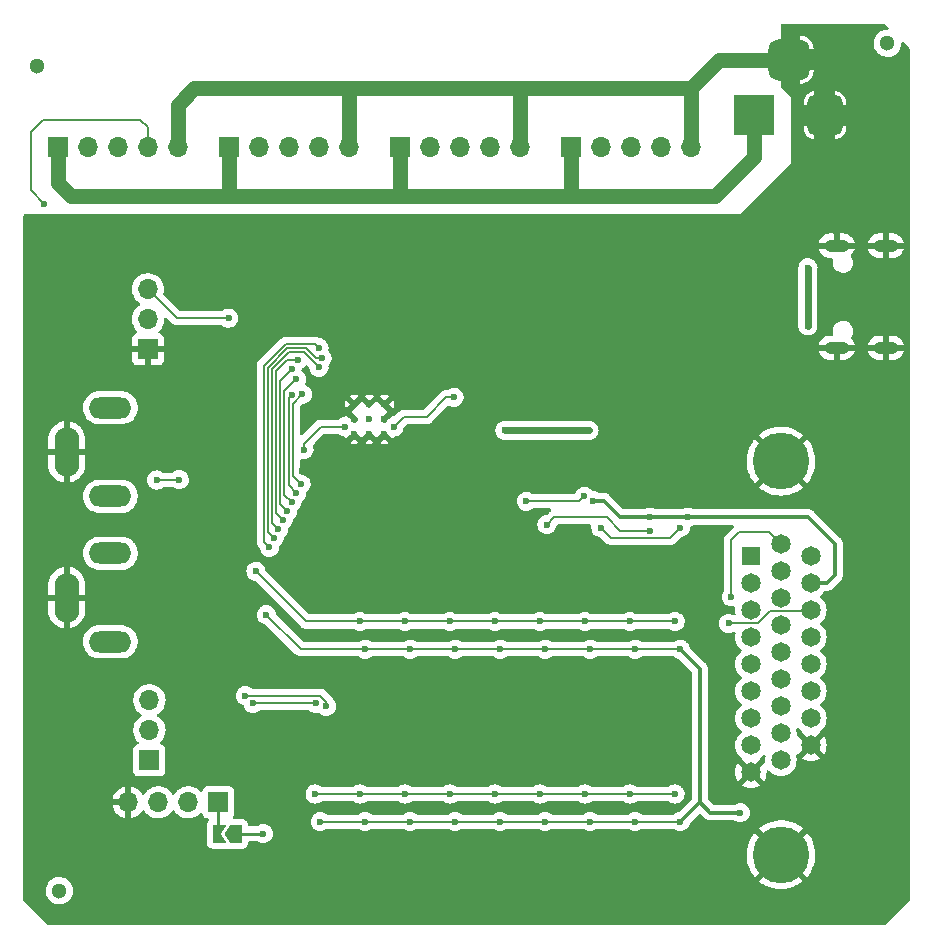
<source format=gbr>
%TF.GenerationSoftware,KiCad,Pcbnew,6.0.2+dfsg-1*%
%TF.CreationDate,2022-09-06T16:13:56-05:00*%
%TF.ProjectId,veritas,76657269-7461-4732-9e6b-696361645f70,rev?*%
%TF.SameCoordinates,Original*%
%TF.FileFunction,Copper,L2,Bot*%
%TF.FilePolarity,Positive*%
%FSLAX46Y46*%
G04 Gerber Fmt 4.6, Leading zero omitted, Abs format (unit mm)*
G04 Created by KiCad (PCBNEW 6.0.2+dfsg-1) date 2022-09-06 16:13:56*
%MOMM*%
%LPD*%
G01*
G04 APERTURE LIST*
G04 Aperture macros list*
%AMRoundRect*
0 Rectangle with rounded corners*
0 $1 Rounding radius*
0 $2 $3 $4 $5 $6 $7 $8 $9 X,Y pos of 4 corners*
0 Add a 4 corners polygon primitive as box body*
4,1,4,$2,$3,$4,$5,$6,$7,$8,$9,$2,$3,0*
0 Add four circle primitives for the rounded corners*
1,1,$1+$1,$2,$3*
1,1,$1+$1,$4,$5*
1,1,$1+$1,$6,$7*
1,1,$1+$1,$8,$9*
0 Add four rect primitives between the rounded corners*
20,1,$1+$1,$2,$3,$4,$5,0*
20,1,$1+$1,$4,$5,$6,$7,0*
20,1,$1+$1,$6,$7,$8,$9,0*
20,1,$1+$1,$8,$9,$2,$3,0*%
%AMFreePoly0*
4,1,6,1.000000,0.000000,0.500000,-0.750000,-0.500000,-0.750000,-0.500000,0.750000,0.500000,0.750000,1.000000,0.000000,1.000000,0.000000,$1*%
%AMFreePoly1*
4,1,6,0.500000,-0.750000,-0.650000,-0.750000,-0.150000,0.000000,-0.650000,0.750000,0.500000,0.750000,0.500000,-0.750000,0.500000,-0.750000,$1*%
G04 Aperture macros list end*
%TA.AperFunction,ComponentPad*%
%ADD10R,1.700000X1.700000*%
%TD*%
%TA.AperFunction,ComponentPad*%
%ADD11O,1.700000X1.700000*%
%TD*%
%TA.AperFunction,ComponentPad*%
%ADD12O,3.600000X1.800000*%
%TD*%
%TA.AperFunction,ComponentPad*%
%ADD13O,2.100000X4.200000*%
%TD*%
%TA.AperFunction,ComponentPad*%
%ADD14C,1.650000*%
%TD*%
%TA.AperFunction,ComponentPad*%
%ADD15R,1.650000X1.650000*%
%TD*%
%TA.AperFunction,ComponentPad*%
%ADD16C,4.800000*%
%TD*%
%TA.AperFunction,WasherPad*%
%ADD17C,1.300000*%
%TD*%
%TA.AperFunction,ComponentPad*%
%ADD18O,2.100000X1.050000*%
%TD*%
%TA.AperFunction,ComponentPad*%
%ADD19R,3.500000X3.500000*%
%TD*%
%TA.AperFunction,ComponentPad*%
%ADD20RoundRect,0.750000X0.750000X1.000000X-0.750000X1.000000X-0.750000X-1.000000X0.750000X-1.000000X0*%
%TD*%
%TA.AperFunction,ComponentPad*%
%ADD21RoundRect,0.875000X0.875000X0.875000X-0.875000X0.875000X-0.875000X-0.875000X0.875000X-0.875000X0*%
%TD*%
%TA.AperFunction,ComponentPad*%
%ADD22C,0.600000*%
%TD*%
%TA.AperFunction,SMDPad,CuDef*%
%ADD23FreePoly0,180.000000*%
%TD*%
%TA.AperFunction,SMDPad,CuDef*%
%ADD24FreePoly1,180.000000*%
%TD*%
%TA.AperFunction,ViaPad*%
%ADD25C,0.600000*%
%TD*%
%TA.AperFunction,Conductor*%
%ADD26C,0.300000*%
%TD*%
%TA.AperFunction,Conductor*%
%ADD27C,0.200000*%
%TD*%
%TA.AperFunction,Conductor*%
%ADD28C,0.250000*%
%TD*%
%TA.AperFunction,Conductor*%
%ADD29C,0.600000*%
%TD*%
%TA.AperFunction,Conductor*%
%ADD30C,1.300000*%
%TD*%
G04 APERTURE END LIST*
D10*
%TO.P,J12,1,Pin_1*%
%TO.N,Net-(J12-Pad1)*%
X13462000Y7493000D03*
D11*
%TO.P,J12,2,Pin_2*%
%TO.N,SWCLK*%
X10922000Y7493000D03*
%TO.P,J12,3,Pin_3*%
%TO.N,SWD*%
X8382000Y7493000D03*
%TO.P,J12,4,Pin_4*%
%TO.N,GND*%
X5842000Y7493000D03*
%TD*%
D10*
%TO.P,J5,1,Pin_1*%
%TO.N,/LED_5V*%
X-127000Y62992000D03*
D11*
%TO.P,J5,2,Pin_2*%
%TO.N,DISPLAY_STROBE3*%
X2413000Y62992000D03*
%TO.P,J5,3,Pin_3*%
%TO.N,DISPLAY_CLK*%
X4953000Y62992000D03*
%TO.P,J5,4,Pin_4*%
%TO.N,DISPLAY_SER*%
X7493000Y62992000D03*
%TO.P,J5,5,Pin_5*%
%TO.N,GND*%
X10033000Y62992000D03*
%TD*%
D10*
%TO.P,J10,1,Pin_1*%
%TO.N,OEOUT*%
X7620000Y11049000D03*
D11*
%TO.P,J10,2,Pin_2*%
%TO.N,ALT_CLK_B*%
X7620000Y13589000D03*
%TO.P,J10,3,Pin_3*%
%TO.N,/CVIN*%
X7620000Y16129000D03*
%TD*%
D12*
%TO.P,J9,1,In*%
%TO.N,/CVIN*%
X4318000Y28575000D03*
X4318000Y21075000D03*
D13*
%TO.P,J9,2,Ext*%
%TO.N,GND*%
X618000Y24825000D03*
%TD*%
D10*
%TO.P,J2,1,Pin_1*%
%TO.N,/LED_5V*%
X43307000Y62992000D03*
D11*
%TO.P,J2,2,Pin_2*%
%TO.N,DISPLAY_STROBE0*%
X45847000Y62992000D03*
%TO.P,J2,3,Pin_3*%
%TO.N,DISPLAY_CLK*%
X48387000Y62992000D03*
%TO.P,J2,4,Pin_4*%
%TO.N,DISPLAY_SER*%
X50927000Y62992000D03*
%TO.P,J2,5,Pin_5*%
%TO.N,GND*%
X53467000Y62992000D03*
%TD*%
D14*
%TO.P,J11,26*%
%TO.N,GND*%
X63627000Y12328000D03*
%TO.P,J11,25*%
%TO.N,CP_25*%
X63627000Y14618000D03*
%TO.P,J11,24*%
%TO.N,CP_24*%
X63627000Y16908000D03*
%TO.P,J11,23*%
%TO.N,CP_23*%
X63627000Y19198000D03*
%TO.P,J11,22*%
%TO.N,CP_22*%
X63627000Y21488000D03*
%TO.P,J11,21*%
%TO.N,CP_21*%
X63627000Y23778000D03*
%TO.P,J11,20*%
%TO.N,SYSTEM_PWR*%
X63627000Y26068000D03*
%TO.P,J11,19*%
%TO.N,VBUS*%
X63627000Y28358000D03*
%TO.P,J11,18*%
%TO.N,CP_18*%
X61087000Y11058000D03*
%TO.P,J11,17*%
%TO.N,CP_17*%
X61087000Y13348000D03*
%TO.P,J11,16*%
%TO.N,CP_16*%
X61087000Y15638000D03*
%TO.P,J11,15*%
%TO.N,CP_15*%
X61087000Y17928000D03*
%TO.P,J11,14*%
%TO.N,CP_14*%
X61087000Y20218000D03*
%TO.P,J11,13*%
%TO.N,CP_13*%
X61087000Y22508000D03*
%TO.P,J11,12*%
%TO.N,CP_12*%
X61087000Y24798000D03*
%TO.P,J11,11*%
%TO.N,CP_11*%
X61087000Y27088000D03*
%TO.P,J11,10*%
%TO.N,+3V3*%
X61087000Y29378000D03*
%TO.P,J11,9*%
%TO.N,GND*%
X58547000Y10038000D03*
%TO.P,J11,8*%
%TO.N,CP_8*%
X58547000Y12328000D03*
%TO.P,J11,7*%
%TO.N,CP_7*%
X58547000Y14618000D03*
%TO.P,J11,6*%
%TO.N,CP_6*%
X58547000Y16908000D03*
%TO.P,J11,5*%
%TO.N,CP_5*%
X58547000Y19198000D03*
%TO.P,J11,4*%
%TO.N,CP_4*%
X58547000Y21488000D03*
%TO.P,J11,3*%
%TO.N,CP_3*%
X58547000Y23778000D03*
%TO.P,J11,2*%
%TO.N,CP_2*%
X58547000Y26068000D03*
D15*
%TO.P,J11,1*%
%TO.N,CP_1*%
X58547000Y28358000D03*
D16*
%TO.P,J11,0*%
%TO.N,GND*%
X61087000Y36368000D03*
X61087000Y3048000D03*
%TD*%
D17*
%TO.P,REF\u002A\u002A,*%
%TO.N,*%
X70104000Y71755000D03*
%TD*%
%TO.P,REF\u002A\u002A,*%
%TO.N,*%
X-1905000Y69850000D03*
%TD*%
%TO.P,REF\u002A\u002A,*%
%TO.N,*%
X0Y0D03*
%TD*%
D12*
%TO.P,J8,1,In*%
%TO.N,/CVIN*%
X4318000Y33401000D03*
X4318000Y40901000D03*
D13*
%TO.P,J8,2,Ext*%
%TO.N,GND*%
X618000Y37151000D03*
%TD*%
D18*
%TO.P,J7,S1,SHIELD*%
%TO.N,GND*%
X65797000Y45974000D03*
X69977000Y54614000D03*
X65797000Y54614000D03*
X69977000Y45974000D03*
%TD*%
D10*
%TO.P,J4,1,Pin_1*%
%TO.N,/LED_5V*%
X14351000Y62992000D03*
D11*
%TO.P,J4,2,Pin_2*%
%TO.N,DISPLAY_STROBE2*%
X16891000Y62992000D03*
%TO.P,J4,3,Pin_3*%
%TO.N,DISPLAY_CLK*%
X19431000Y62992000D03*
%TO.P,J4,4,Pin_4*%
%TO.N,DISPLAY_SER*%
X21971000Y62992000D03*
%TO.P,J4,5,Pin_5*%
%TO.N,GND*%
X24511000Y62992000D03*
%TD*%
D10*
%TO.P,J6,1,Pin_1*%
%TO.N,GND*%
X7493000Y45847000D03*
D11*
%TO.P,J6,2,Pin_2*%
%TO.N,/RESET_LO*%
X7493000Y48387000D03*
%TO.P,J6,3,Pin_3*%
%TO.N,/RESET_HI*%
X7493000Y50927000D03*
%TD*%
D10*
%TO.P,J3,1,Pin_1*%
%TO.N,/LED_5V*%
X28829000Y62992000D03*
D11*
%TO.P,J3,2,Pin_2*%
%TO.N,DISPLAY_STROBE1*%
X31369000Y62992000D03*
%TO.P,J3,3,Pin_3*%
%TO.N,DISPLAY_CLK*%
X33909000Y62992000D03*
%TO.P,J3,4,Pin_4*%
%TO.N,DISPLAY_SER*%
X36449000Y62992000D03*
%TO.P,J3,5,Pin_5*%
%TO.N,GND*%
X38989000Y62992000D03*
%TD*%
D19*
%TO.P,J1,1*%
%TO.N,/LED_5V*%
X58801000Y65659000D03*
D20*
%TO.P,J1,2*%
%TO.N,GND*%
X64801000Y65659000D03*
D21*
%TO.P,J1,3*%
X61801000Y70359000D03*
%TD*%
D22*
%TO.P,U3,57,GND*%
%TO.N,GND*%
X27524000Y38634000D03*
X27524000Y39909000D03*
X27524000Y41184000D03*
X24974000Y38634000D03*
X26249000Y39909000D03*
X24974000Y39909000D03*
X24974000Y41184000D03*
X26249000Y38634000D03*
X26249000Y41184000D03*
%TD*%
D23*
%TO.P,JP1,1,A*%
%TO.N,VBUS*%
X14949000Y4826000D03*
D24*
%TO.P,JP1,2,B*%
%TO.N,Net-(J12-Pad1)*%
X13499000Y4826000D03*
%TD*%
D25*
%TO.N,+3V3*%
X16637000Y27051000D03*
%TO.N,ALT_CLK_A*%
X10160000Y34798000D03*
X8231500Y34774500D03*
%TO.N,SYSTEM_PWR*%
X17526000Y23368000D03*
X57658000Y6604000D03*
%TO.N,VBUS*%
X17272000Y4826000D03*
%TO.N,CNT_0*%
X17780000Y29083000D03*
%TO.N,CNT_1*%
X18161000Y29845000D03*
%TO.N,CNT_2*%
X18542000Y30607000D03*
%TO.N,CNT_3*%
X18923000Y31369000D03*
%TO.N,CNT_4*%
X19304000Y32131000D03*
%TO.N,CNT_5*%
X19685000Y32893000D03*
%TO.N,CNT_6*%
X20066000Y33655000D03*
%TO.N,CNT_7*%
X20447000Y34417000D03*
%TO.N,SWCLK*%
X16383000Y15875000D03*
%TO.N,SWD*%
X15748000Y16510000D03*
%TO.N,SWCLK*%
X21717000Y15875000D03*
%TO.N,SWD*%
X22606000Y15621000D03*
%TO.N,+3V3*%
X56896000Y24892000D03*
%TO.N,GND*%
X13589000Y29083000D03*
X12827000Y15621000D03*
X14478000Y15621000D03*
X10160000Y20447000D03*
X20574000Y35560000D03*
%TO.N,SYSTEM_PWR*%
X22098000Y5842000D03*
%TO.N,+3V3*%
X21651000Y8189000D03*
X25461000Y8189000D03*
%TO.N,SYSTEM_PWR*%
X25908000Y5842000D03*
%TO.N,+3V3*%
X29271000Y8189000D03*
%TO.N,SYSTEM_PWR*%
X29718000Y5842000D03*
X33528000Y5842000D03*
%TO.N,+3V3*%
X33081000Y8189000D03*
%TO.N,SYSTEM_PWR*%
X37338000Y5842000D03*
%TO.N,+3V3*%
X36891000Y8189000D03*
X40701000Y8189000D03*
%TO.N,SYSTEM_PWR*%
X41148000Y5842000D03*
%TO.N,+3V3*%
X44511000Y8189000D03*
%TO.N,SYSTEM_PWR*%
X44958000Y5842000D03*
X48768000Y5842000D03*
%TO.N,+3V3*%
X48321000Y8189000D03*
X52131000Y8189000D03*
%TO.N,SYSTEM_PWR*%
X52578000Y5842000D03*
%TO.N,CP_21*%
X56661499Y22625499D03*
%TO.N,SYSTEM_PWR*%
X25908000Y20447000D03*
%TO.N,+3V3*%
X25461000Y22794000D03*
%TO.N,SYSTEM_PWR*%
X29718000Y20447000D03*
%TO.N,+3V3*%
X29271000Y22794000D03*
%TO.N,SYSTEM_PWR*%
X33528000Y20447000D03*
%TO.N,+3V3*%
X33081000Y22794000D03*
%TO.N,SYSTEM_PWR*%
X37338000Y20447000D03*
%TO.N,+3V3*%
X36891000Y22794000D03*
X40701000Y22794000D03*
%TO.N,SYSTEM_PWR*%
X41148000Y20447000D03*
X44958000Y20447000D03*
%TO.N,+3V3*%
X44511000Y22794000D03*
X48321000Y22794000D03*
%TO.N,SYSTEM_PWR*%
X48768000Y20447000D03*
X52578000Y20447000D03*
%TO.N,+3V3*%
X52131000Y22794000D03*
%TO.N,CNT_0*%
X21971000Y45974000D03*
%TO.N,CNT_1*%
X22225000Y45085000D03*
%TO.N,CNT_2*%
X21971000Y44323000D03*
%TO.N,CNT_6*%
X19652981Y42004981D03*
%TO.N,CNT_7*%
X20574000Y42037000D03*
%TO.N,CNT_3*%
X20158738Y44923738D03*
%TO.N,GND*%
X17399000Y45847000D03*
%TO.N,CNT_17_DIR*%
X45847000Y30734000D03*
X52578000Y30734000D03*
%TO.N,CNT_18_DIR*%
X41275000Y30988000D03*
X50038000Y30480000D03*
%TO.N,SYSTEM_PWR*%
X45212000Y33020000D03*
%TO.N,GND*%
X48768000Y34417000D03*
X51308000Y34417000D03*
X53266000Y33348000D03*
%TO.N,SYSTEM_PWR*%
X53225000Y31635000D03*
X50026000Y31635000D03*
%TO.N,DETECT*%
X39545000Y32972000D03*
X44450000Y33401000D03*
%TO.N,+3V3*%
X44831000Y38989000D03*
X37719000Y38989000D03*
%TO.N,GND*%
X55118000Y45339000D03*
X43589000Y43614000D03*
X35560000Y35560000D03*
X33020000Y52451000D03*
X49403000Y51634000D03*
X29591000Y31877000D03*
X24638000Y49149000D03*
X10414000Y39116000D03*
X60351500Y41275000D03*
X24765000Y30173000D03*
X35560000Y34036000D03*
X35560000Y32512000D03*
X38989000Y50165000D03*
X37719000Y40259000D03*
X37719000Y41783000D03*
X17145000Y49784000D03*
X29972000Y49530000D03*
X10414000Y41529000D03*
%TO.N,+1V1*%
X24166234Y39285163D03*
X20701000Y37338000D03*
X33401000Y41783000D03*
X28328716Y39262600D03*
%TO.N,VBUS*%
X63372001Y47844000D03*
X63372000Y52742616D03*
%TO.N,/RESET_HI*%
X14321000Y48484000D03*
%TO.N,CNT_4*%
X19685000Y44182296D03*
%TO.N,CNT_5*%
X20066000Y43307000D03*
%TO.N,DISPLAY_SER*%
X-1270000Y58166000D03*
%TD*%
D26*
%TO.N,SYSTEM_PWR*%
X57658000Y6604000D02*
X55118000Y6604000D01*
X55118000Y6604000D02*
X54229000Y7493000D01*
X52578000Y5842000D02*
X54229000Y7493000D01*
X54229000Y7493000D02*
X54229000Y18796000D01*
X54229000Y18796000D02*
X52578000Y20447000D01*
D27*
%TO.N,+3V3*%
X22794000Y22794000D02*
X20894000Y22794000D01*
X25461000Y22794000D02*
X22794000Y22794000D01*
X20894000Y22794000D02*
X16637000Y27051000D01*
X22794000Y22794000D02*
X21529000Y22794000D01*
%TO.N,ALT_CLK_A*%
X10160000Y34798000D02*
X8255000Y34798000D01*
X8255000Y34798000D02*
X8231500Y34774500D01*
%TO.N,SYSTEM_PWR*%
X25908000Y20447000D02*
X20447000Y20447000D01*
X20447000Y20447000D02*
X17526000Y23368000D01*
D28*
%TO.N,VBUS*%
X17272000Y4826000D02*
X14949000Y4826000D01*
%TO.N,Net-(J12-Pad1)*%
X13462000Y7493000D02*
X13462000Y4863000D01*
X13462000Y4863000D02*
X13499000Y4826000D01*
D27*
%TO.N,CNT_0*%
X21971000Y45974000D02*
X21652960Y46292040D01*
X21652960Y46292040D02*
X19155154Y46292040D01*
X17302400Y40297123D02*
X17302400Y29560600D01*
X19155154Y46292040D02*
X17302401Y44439287D01*
X17302401Y44439287D02*
X17302400Y40297123D01*
X17302400Y29560600D02*
X17780000Y29083000D01*
%TO.N,CNT_1*%
X22225000Y45085000D02*
X21703296Y45085000D01*
X21703296Y45085000D02*
X20845775Y45942520D01*
X19299928Y45942519D02*
X17651921Y44294512D01*
X20845775Y45942520D02*
X19299928Y45942519D01*
X17651921Y44294512D02*
X17651920Y40441898D01*
X17651920Y40441898D02*
X17651920Y30354080D01*
X17651920Y30354080D02*
X18161000Y29845000D01*
%TO.N,CNT_2*%
X21971000Y44323000D02*
X20701000Y45593000D01*
X20701000Y45593000D02*
X19444705Y45593000D01*
X19444705Y45593000D02*
X18001440Y44149735D01*
X18001440Y44149735D02*
X18001440Y31147560D01*
X18001440Y31147560D02*
X18542000Y30607000D01*
%TO.N,CNT_3*%
X20158738Y44923738D02*
X19269738Y44923738D01*
X19269738Y44923738D02*
X18350960Y44004960D01*
X18350960Y44004960D02*
X18350960Y31941040D01*
X18350960Y31941040D02*
X18923000Y31369000D01*
%TO.N,CNT_4*%
X19685000Y44182296D02*
X18700480Y43197776D01*
X18700480Y43197776D02*
X18700481Y32734519D01*
X18700481Y32734519D02*
X19304000Y32131000D01*
%TO.N,CNT_5*%
X20066000Y43307000D02*
X19050000Y42291000D01*
X19050000Y42291000D02*
X19050000Y33528000D01*
X19050000Y33528000D02*
X19685000Y32893000D01*
%TO.N,CNT_6*%
X19652981Y42004981D02*
X19399520Y41751520D01*
X19399520Y41751520D02*
X19399520Y34321480D01*
X19399520Y34321480D02*
X20066000Y33655000D01*
%TO.N,CNT_7*%
X20574000Y42037000D02*
X19749040Y41212040D01*
X19749040Y41212040D02*
X19749040Y35114960D01*
X19749040Y35114960D02*
X20447000Y34417000D01*
%TO.N,SWCLK*%
X21717000Y15875000D02*
X16383000Y15875000D01*
%TO.N,SWD*%
X22606000Y15621000D02*
X22606000Y16002000D01*
X22098000Y16510000D02*
X15748000Y16510000D01*
X22606000Y16002000D02*
X22098000Y16510000D01*
%TO.N,+3V3*%
X56896000Y29718000D02*
X57531000Y30353000D01*
X56896000Y24892000D02*
X56896000Y29718000D01*
X57531000Y30353000D02*
X60112000Y30353000D01*
X60112000Y30353000D02*
X61087000Y29378000D01*
X33081000Y8189000D02*
X36891000Y8189000D01*
X29271000Y8189000D02*
X33081000Y8189000D01*
X25461000Y8189000D02*
X29271000Y8189000D01*
X21651000Y8189000D02*
X25461000Y8189000D01*
%TO.N,SYSTEM_PWR*%
X25908000Y5842000D02*
X22098000Y5842000D01*
X29718000Y5842000D02*
X25908000Y5842000D01*
X33528000Y5842000D02*
X29718000Y5842000D01*
X37338000Y5842000D02*
X33528000Y5842000D01*
%TO.N,+3V3*%
X44511000Y8189000D02*
X40701000Y8189000D01*
X44511000Y8189000D02*
X48321000Y8189000D01*
X36891000Y8189000D02*
X40701000Y8189000D01*
%TO.N,SYSTEM_PWR*%
X37338000Y5842000D02*
X41148000Y5842000D01*
X44958000Y5842000D02*
X41148000Y5842000D01*
X48768000Y5842000D02*
X44958000Y5842000D01*
X52578000Y5842000D02*
X48768000Y5842000D01*
%TO.N,+3V3*%
X52131000Y8189000D02*
X48321000Y8189000D01*
%TO.N,CP_21*%
X59164499Y22625499D02*
X56661499Y22625499D01*
%TO.N,SYSTEM_PWR*%
X48768000Y20447000D02*
X52578000Y20447000D01*
X44958000Y20447000D02*
X48768000Y20447000D01*
X41148000Y20447000D02*
X44958000Y20447000D01*
X37338000Y20447000D02*
X41148000Y20447000D01*
X33528000Y20447000D02*
X37338000Y20447000D01*
X29718000Y20447000D02*
X33528000Y20447000D01*
X25908000Y20447000D02*
X29718000Y20447000D01*
%TO.N,+3V3*%
X29271000Y22794000D02*
X25461000Y22794000D01*
X33081000Y22794000D02*
X29271000Y22794000D01*
X36891000Y22794000D02*
X33081000Y22794000D01*
X40701000Y22794000D02*
X36891000Y22794000D01*
X44511000Y22794000D02*
X40701000Y22794000D01*
X48321000Y22794000D02*
X44511000Y22794000D01*
X52131000Y22794000D02*
X48321000Y22794000D01*
%TO.N,CNT_17_DIR*%
X45847000Y30734000D02*
X46736000Y29845000D01*
X46736000Y29845000D02*
X51689000Y29845000D01*
X51689000Y29845000D02*
X52578000Y30734000D01*
%TO.N,CNT_18_DIR*%
X41275000Y30988000D02*
X41910000Y31623000D01*
X46355000Y31623000D02*
X47498000Y30480000D01*
X47498000Y30480000D02*
X50038000Y30480000D01*
X41910000Y31623000D02*
X46355000Y31623000D01*
D26*
%TO.N,SYSTEM_PWR*%
X50026000Y31635000D02*
X47486000Y31635000D01*
X47486000Y31635000D02*
X46101000Y33020000D01*
X46101000Y33020000D02*
X45212000Y33020000D01*
X53225000Y31635000D02*
X63398000Y31635000D01*
X63398000Y31635000D02*
X63627000Y31406000D01*
X50026000Y31635000D02*
X53225000Y31635000D01*
D27*
%TO.N,DETECT*%
X39545000Y32972000D02*
X44021000Y32972000D01*
X44021000Y32972000D02*
X44450000Y33401000D01*
D29*
%TO.N,+3V3*%
X37719000Y38989000D02*
X44831000Y38989000D01*
D30*
%TO.N,GND*%
X11430000Y67945000D02*
X10033000Y66548000D01*
X24511000Y62992000D02*
X24511000Y67945000D01*
X53467000Y67945000D02*
X38989000Y67945000D01*
X38989000Y67945000D02*
X24511000Y67945000D01*
X10033000Y66548000D02*
X10033000Y62992000D01*
X55881000Y70359000D02*
X61801000Y70359000D01*
X53467000Y62992000D02*
X53467000Y67945000D01*
X38989000Y62992000D02*
X38989000Y67945000D01*
X24511000Y67945000D02*
X11430000Y67945000D01*
X53467000Y67945000D02*
X55881000Y70359000D01*
D27*
%TO.N,+1V1*%
X22140163Y39285163D02*
X24166234Y39285163D01*
X20701000Y37846000D02*
X22140163Y39285163D01*
X32766000Y41783000D02*
X31115000Y40132000D01*
X20701000Y37338000D02*
X20701000Y37846000D01*
X29198116Y40132000D02*
X28328716Y39262600D01*
X31115000Y40132000D02*
X29198116Y40132000D01*
X33401000Y41783000D02*
X32766000Y41783000D01*
D29*
%TO.N,VBUS*%
X63372000Y52742616D02*
X63372001Y47844000D01*
D26*
%TO.N,SYSTEM_PWR*%
X63627000Y26068000D02*
X65020000Y26068000D01*
X65020000Y26068000D02*
X65659000Y26707000D01*
X65659000Y26707000D02*
X65659000Y29374000D01*
X65659000Y29374000D02*
X63627000Y31406000D01*
D27*
%TO.N,/RESET_HI*%
X9936000Y48484000D02*
X7493000Y50927000D01*
X14321000Y48484000D02*
X9936000Y48484000D01*
D30*
%TO.N,/LED_5V*%
X43307000Y62992000D02*
X43307000Y58928000D01*
X43307000Y58928000D02*
X43180000Y58801000D01*
X43180000Y58801000D02*
X28956000Y58801000D01*
X58801000Y65659000D02*
X58801000Y62103000D01*
X-127000Y59944000D02*
X-127000Y62992000D01*
X28829000Y62992000D02*
X28829000Y58928000D01*
X55499000Y58801000D02*
X43180000Y58801000D01*
X1016000Y58801000D02*
X-127000Y59944000D01*
X14224000Y58801000D02*
X1016000Y58801000D01*
X28829000Y58928000D02*
X28956000Y58801000D01*
X14351000Y58928000D02*
X14224000Y58801000D01*
X58801000Y62103000D02*
X55499000Y58801000D01*
X14351000Y62992000D02*
X14351000Y58928000D01*
X28956000Y58801000D02*
X14224000Y58801000D01*
D27*
%TO.N,DISPLAY_SER*%
X-1270000Y58166000D02*
X-2413000Y59309000D01*
X-2413000Y59309000D02*
X-2413000Y64262000D01*
X-1397000Y65278000D02*
X6858000Y65278000D01*
X-2413000Y64262000D02*
X-1397000Y65278000D01*
X7493000Y64643000D02*
X7493000Y62992000D01*
X6858000Y65278000D02*
X7493000Y64643000D01*
%TO.N,CP_21*%
X60193755Y23654755D02*
X63503755Y23654755D01*
X63503755Y23654755D02*
X63627000Y23778000D01*
X59164499Y22625499D02*
X60193755Y23654755D01*
%TD*%
%TA.AperFunction,Conductor*%
%TO.N,GND*%
G36*
X69909511Y73385998D02*
G01*
X69930485Y73369095D01*
X70170498Y73129082D01*
X70204524Y73066770D01*
X70199459Y72995955D01*
X70156912Y72939119D01*
X70090392Y72914308D01*
X70079763Y72913998D01*
X70012716Y72914876D01*
X70007019Y72913897D01*
X70007018Y72913897D01*
X69808564Y72879797D01*
X69808561Y72879796D01*
X69802874Y72878819D01*
X69603116Y72805125D01*
X69420134Y72696261D01*
X69260054Y72555875D01*
X69128238Y72388667D01*
X69029100Y72200238D01*
X68965961Y71996898D01*
X68940936Y71785456D01*
X68954861Y71572994D01*
X68956282Y71567398D01*
X68956283Y71567393D01*
X68982011Y71466093D01*
X69007272Y71366628D01*
X69009689Y71361385D01*
X69046389Y71281777D01*
X69096411Y71173269D01*
X69219296Y70999391D01*
X69371809Y70850819D01*
X69376605Y70847614D01*
X69376608Y70847612D01*
X69448088Y70799851D01*
X69548843Y70732529D01*
X69554146Y70730251D01*
X69554149Y70730249D01*
X69636324Y70694944D01*
X69744470Y70648481D01*
X69820316Y70631319D01*
X69946501Y70602766D01*
X69946506Y70602765D01*
X69952138Y70601491D01*
X69957909Y70601264D01*
X69957911Y70601264D01*
X70019252Y70598854D01*
X70164891Y70593131D01*
X70170600Y70593959D01*
X70170604Y70593959D01*
X70369890Y70622855D01*
X70369894Y70622856D01*
X70375605Y70623684D01*
X70577223Y70692124D01*
X70762993Y70796160D01*
X70926693Y70932307D01*
X71062840Y71096007D01*
X71166876Y71281777D01*
X71235316Y71483395D01*
X71243608Y71540577D01*
X71265337Y71690439D01*
X71265337Y71690441D01*
X71265869Y71694109D01*
X71266858Y71731874D01*
X71288637Y71799447D01*
X71343491Y71844520D01*
X71414006Y71852780D01*
X71481910Y71817670D01*
X71972095Y71327485D01*
X72006121Y71265173D01*
X72009000Y71238390D01*
X72009000Y-753390D01*
X71988998Y-821511D01*
X71972095Y-842485D01*
X69930485Y-2884095D01*
X69868173Y-2918121D01*
X69841390Y-2921000D01*
X-880390Y-2921000D01*
X-948511Y-2900998D01*
X-969485Y-2884095D01*
X-3011095Y-842485D01*
X-3045121Y-780173D01*
X-3048000Y-753390D01*
X-3048000Y30456D01*
X-1163064Y30456D01*
X-1149139Y-182006D01*
X-1147718Y-187602D01*
X-1147717Y-187607D01*
X-1098149Y-382777D01*
X-1096728Y-388372D01*
X-1094311Y-393615D01*
X-1057611Y-473223D01*
X-1007589Y-581731D01*
X-884704Y-755609D01*
X-732191Y-904181D01*
X-727395Y-907386D01*
X-727392Y-907388D01*
X-655912Y-955149D01*
X-555157Y-1022471D01*
X-549854Y-1024749D01*
X-549851Y-1024751D01*
X-478101Y-1055577D01*
X-359530Y-1106519D01*
X-299620Y-1120075D01*
X-157499Y-1152234D01*
X-157494Y-1152235D01*
X-151862Y-1153509D01*
X-146091Y-1153736D01*
X-146089Y-1153736D01*
X-84748Y-1156146D01*
X60891Y-1161869D01*
X66600Y-1161041D01*
X66604Y-1161041D01*
X265890Y-1132145D01*
X265894Y-1132144D01*
X271605Y-1131316D01*
X473223Y-1062876D01*
X658993Y-958840D01*
X822693Y-822693D01*
X958840Y-658993D01*
X1062876Y-473223D01*
X1131316Y-271605D01*
X1143496Y-187607D01*
X1161337Y-64561D01*
X1161337Y-64559D01*
X1161869Y-60891D01*
X1163463Y0D01*
X1143981Y212024D01*
X1114459Y316700D01*
X1087754Y411389D01*
X1087753Y411391D01*
X1086186Y416948D01*
X1082685Y424049D01*
X994570Y602727D01*
X992015Y607908D01*
X980041Y623944D01*
X868074Y773886D01*
X864622Y778509D01*
X822861Y817112D01*
X59221652Y817112D01*
X59221670Y816859D01*
X59227584Y808116D01*
X59251152Y786671D01*
X59256779Y782114D01*
X59523225Y590654D01*
X59529355Y586764D01*
X59816032Y427201D01*
X59822552Y424049D01*
X60125680Y298490D01*
X60132531Y296104D01*
X60448063Y206222D01*
X60455152Y204637D01*
X60778936Y151615D01*
X60786142Y150858D01*
X61113877Y135403D01*
X61121127Y135479D01*
X61448456Y157793D01*
X61455665Y158704D01*
X61778266Y218495D01*
X61785296Y220222D01*
X62098903Y316700D01*
X62105680Y319220D01*
X62406131Y451109D01*
X62412566Y454388D01*
X62695850Y619925D01*
X62701899Y623944D01*
X62944403Y806021D01*
X62952857Y817348D01*
X62946112Y829678D01*
X61099812Y2675978D01*
X61085868Y2683592D01*
X61084035Y2683461D01*
X61077420Y2679210D01*
X59229266Y831056D01*
X59221652Y817112D01*
X822861Y817112D01*
X708271Y923037D01*
X528201Y1036653D01*
X330441Y1115551D01*
X324781Y1116677D01*
X324777Y1116678D01*
X127282Y1155962D01*
X127280Y1155962D01*
X121615Y1157089D01*
X115840Y1157165D01*
X115836Y1157165D01*
X9161Y1158561D01*
X-91284Y1159876D01*
X-96981Y1158897D01*
X-96982Y1158897D01*
X-295436Y1124797D01*
X-295439Y1124796D01*
X-301126Y1123819D01*
X-500884Y1050125D01*
X-683866Y941261D01*
X-843946Y800875D01*
X-975762Y633667D01*
X-978451Y628556D01*
X-978453Y628553D01*
X-1000439Y586764D01*
X-1074900Y445238D01*
X-1076614Y439717D01*
X-1076616Y439713D01*
X-1114030Y319220D01*
X-1138039Y241898D01*
X-1163064Y30456D01*
X-3048000Y30456D01*
X-3048000Y3135866D01*
X58175604Y3135866D01*
X58184193Y2807877D01*
X58184799Y2800661D01*
X58231031Y2475824D01*
X58232460Y2468735D01*
X58315720Y2151368D01*
X58317960Y2144473D01*
X58437143Y1838786D01*
X58440158Y1832199D01*
X58593691Y1542224D01*
X58597437Y1536039D01*
X58783280Y1265636D01*
X58787722Y1259910D01*
X58846622Y1192393D01*
X58859795Y1183989D01*
X58869646Y1189856D01*
X60714978Y3035188D01*
X60721356Y3046868D01*
X61451408Y3046868D01*
X61451539Y3045035D01*
X61455790Y3038420D01*
X63302273Y1191937D01*
X63315627Y1184645D01*
X63325599Y1191699D01*
X63423228Y1308463D01*
X63427538Y1314266D01*
X63607683Y1588510D01*
X63611297Y1594772D01*
X63758725Y1887901D01*
X63761598Y1894539D01*
X63874355Y2202660D01*
X63876451Y2209601D01*
X63953044Y2528636D01*
X63954328Y2535775D01*
X63993844Y2862317D01*
X63994268Y2867887D01*
X63999840Y3045203D01*
X63999767Y3050796D01*
X63980832Y3379184D01*
X63980000Y3386374D01*
X63923589Y3709597D01*
X63921934Y3716652D01*
X63828750Y4031233D01*
X63826294Y4038058D01*
X63697568Y4339852D01*
X63694347Y4346341D01*
X63531778Y4631354D01*
X63527846Y4637409D01*
X63333590Y4901857D01*
X63329835Y4906396D01*
X63316417Y4914374D01*
X63315810Y4914353D01*
X63307330Y4909120D01*
X61459022Y3060812D01*
X61451408Y3046868D01*
X60721356Y3046868D01*
X60722592Y3049132D01*
X60722461Y3050965D01*
X60718210Y3057580D01*
X58870604Y4905186D01*
X58857811Y4912172D01*
X58847058Y4904309D01*
X58697288Y4713301D01*
X58693156Y4707356D01*
X58521720Y4427596D01*
X58518299Y4421217D01*
X58380152Y4123603D01*
X58377492Y4116884D01*
X58274468Y3805367D01*
X58272591Y3798363D01*
X58206056Y3477078D01*
X58204999Y3469918D01*
X58175832Y3143118D01*
X58175604Y3135866D01*
X-3048000Y3135866D01*
X-3048000Y7225034D01*
X4510257Y7225034D01*
X4540565Y7090554D01*
X4543645Y7080725D01*
X4623770Y6883397D01*
X4628413Y6874206D01*
X4739694Y6692612D01*
X4745777Y6684301D01*
X4885213Y6523333D01*
X4892580Y6516117D01*
X5056434Y6380084D01*
X5064881Y6374169D01*
X5248756Y6266721D01*
X5258042Y6262271D01*
X5457001Y6186297D01*
X5466899Y6183421D01*
X5570250Y6162394D01*
X5584299Y6163590D01*
X5588000Y6173935D01*
X5588000Y6174483D01*
X6096000Y6174483D01*
X6100064Y6160641D01*
X6113478Y6158607D01*
X6120184Y6159466D01*
X6130262Y6161608D01*
X6334255Y6222809D01*
X6343842Y6226567D01*
X6535095Y6320261D01*
X6543945Y6325536D01*
X6717328Y6449208D01*
X6725200Y6455861D01*
X6876052Y6606188D01*
X6882730Y6614035D01*
X7010022Y6791181D01*
X7011279Y6790278D01*
X7058373Y6833638D01*
X7128311Y6845855D01*
X7193751Y6818322D01*
X7221579Y6786489D01*
X7281987Y6687912D01*
X7428250Y6519062D01*
X7600126Y6376368D01*
X7793000Y6263662D01*
X8001692Y6183970D01*
X8006760Y6182939D01*
X8006763Y6182938D01*
X8101862Y6163590D01*
X8220597Y6139433D01*
X8225772Y6139243D01*
X8225774Y6139243D01*
X8438673Y6131436D01*
X8438677Y6131436D01*
X8443837Y6131247D01*
X8448957Y6131903D01*
X8448959Y6131903D01*
X8660288Y6158975D01*
X8660289Y6158975D01*
X8665416Y6159632D01*
X8670366Y6161117D01*
X8874429Y6222339D01*
X8874434Y6222341D01*
X8879384Y6223826D01*
X9079994Y6322104D01*
X9261860Y6451827D01*
X9280601Y6470502D01*
X9356124Y6545762D01*
X9420096Y6609511D01*
X9452683Y6654860D01*
X9550453Y6790923D01*
X9551776Y6789972D01*
X9598645Y6833143D01*
X9668580Y6845375D01*
X9734026Y6817856D01*
X9761875Y6786006D01*
X9821987Y6687912D01*
X9968250Y6519062D01*
X10140126Y6376368D01*
X10333000Y6263662D01*
X10541692Y6183970D01*
X10546760Y6182939D01*
X10546763Y6182938D01*
X10641862Y6163590D01*
X10760597Y6139433D01*
X10765772Y6139243D01*
X10765774Y6139243D01*
X10978673Y6131436D01*
X10978677Y6131436D01*
X10983837Y6131247D01*
X10988957Y6131903D01*
X10988959Y6131903D01*
X11200288Y6158975D01*
X11200289Y6158975D01*
X11205416Y6159632D01*
X11210366Y6161117D01*
X11414429Y6222339D01*
X11414434Y6222341D01*
X11419384Y6223826D01*
X11619994Y6322104D01*
X11801860Y6451827D01*
X11910091Y6559681D01*
X11972462Y6593596D01*
X12043268Y6588408D01*
X12100030Y6545762D01*
X12117012Y6514659D01*
X12133566Y6470502D01*
X12161385Y6396295D01*
X12248739Y6279739D01*
X12365295Y6192385D01*
X12501684Y6141255D01*
X12549773Y6136031D01*
X12615335Y6108789D01*
X12655761Y6050426D01*
X12658217Y5979472D01*
X12631389Y5928256D01*
X12572729Y5860559D01*
X12572726Y5860554D01*
X12566824Y5853743D01*
X12506081Y5720734D01*
X12485271Y5576000D01*
X12485271Y4076000D01*
X12485432Y4073750D01*
X12489763Y4013200D01*
X12490500Y4002889D01*
X12531696Y3862589D01*
X12536567Y3855010D01*
X12605878Y3747159D01*
X12605880Y3747156D01*
X12610750Y3739579D01*
X12617560Y3733678D01*
X12714445Y3649726D01*
X12714448Y3649724D01*
X12721257Y3643824D01*
X12854266Y3583081D01*
X12863189Y3581798D01*
X12879100Y3579510D01*
X12999000Y3562271D01*
X14149000Y3562271D01*
X14151514Y3562472D01*
X14223647Y3568240D01*
X14223650Y3568241D01*
X14230645Y3568800D01*
X14237343Y3570890D01*
X14237345Y3570890D01*
X14257981Y3577328D01*
X14313438Y3581762D01*
X14371214Y3573455D01*
X14449000Y3562271D01*
X15449000Y3562271D01*
X15480986Y3564559D01*
X15515373Y3567018D01*
X15515374Y3567018D01*
X15522111Y3567500D01*
X15601618Y3590845D01*
X15653765Y3606157D01*
X15653767Y3606158D01*
X15662411Y3608696D01*
X15726255Y3649726D01*
X15777841Y3682878D01*
X15777844Y3682880D01*
X15785421Y3687750D01*
X15830331Y3739579D01*
X15875274Y3791445D01*
X15875276Y3791448D01*
X15881176Y3798257D01*
X15941919Y3931266D01*
X15956285Y4031180D01*
X15962088Y4071539D01*
X15962088Y4071545D01*
X15962729Y4076000D01*
X15962729Y4076451D01*
X15987180Y4142008D01*
X16044016Y4184555D01*
X16088049Y4192500D01*
X16725903Y4192500D01*
X16794896Y4171932D01*
X16868751Y4123603D01*
X16905159Y4099778D01*
X16911763Y4097322D01*
X16911765Y4097321D01*
X17068558Y4039010D01*
X17068560Y4039010D01*
X17075168Y4036552D01*
X17158995Y4025367D01*
X17247980Y4013493D01*
X17247984Y4013493D01*
X17254961Y4012562D01*
X17261972Y4013200D01*
X17261976Y4013200D01*
X17404459Y4026168D01*
X17435600Y4029002D01*
X17442302Y4031180D01*
X17442304Y4031180D01*
X17601409Y4082876D01*
X17601412Y4082877D01*
X17608108Y4085053D01*
X17763912Y4177931D01*
X17895266Y4303018D01*
X17995643Y4454098D01*
X18060055Y4623662D01*
X18061987Y4637409D01*
X18084748Y4799361D01*
X18084748Y4799364D01*
X18085299Y4803283D01*
X18085616Y4826000D01*
X18065397Y5006255D01*
X18057305Y5029493D01*
X18008064Y5170894D01*
X18008062Y5170897D01*
X18005745Y5177552D01*
X17917348Y5319018D01*
X17913359Y5325402D01*
X17909626Y5331376D01*
X17875370Y5365872D01*
X17786778Y5455085D01*
X17786774Y5455088D01*
X17781815Y5460082D01*
X17770697Y5467138D01*
X17722538Y5497700D01*
X17628666Y5557273D01*
X17588729Y5571494D01*
X17464425Y5615757D01*
X17464420Y5615758D01*
X17457790Y5618119D01*
X17450802Y5618952D01*
X17450799Y5618953D01*
X17327698Y5633632D01*
X17277680Y5639596D01*
X17270677Y5638860D01*
X17270676Y5638860D01*
X17104288Y5621372D01*
X17104286Y5621371D01*
X17097288Y5620636D01*
X16925579Y5562182D01*
X16789039Y5478181D01*
X16723019Y5459500D01*
X16088371Y5459500D01*
X16020250Y5479502D01*
X15973757Y5533158D01*
X15962692Y5576512D01*
X15962410Y5580463D01*
X15957500Y5649111D01*
X15916304Y5789411D01*
X15879713Y5846347D01*
X15842122Y5904841D01*
X15842120Y5904844D01*
X15837250Y5912421D01*
X15822243Y5925425D01*
X15733555Y6002274D01*
X15733552Y6002276D01*
X15726743Y6008176D01*
X15718392Y6011990D01*
X15649823Y6043304D01*
X15593734Y6068919D01*
X15449000Y6089729D01*
X14784747Y6089729D01*
X14716626Y6109731D01*
X14670133Y6163387D01*
X14660029Y6233661D01*
X14683921Y6291294D01*
X14705305Y6319827D01*
X14762615Y6396295D01*
X14813745Y6532684D01*
X14820500Y6594866D01*
X14820500Y8200360D01*
X20837463Y8200360D01*
X20855163Y8019840D01*
X20912418Y7847727D01*
X20916065Y7841705D01*
X20916066Y7841703D01*
X20984409Y7728855D01*
X21006380Y7692576D01*
X21132382Y7562098D01*
X21284159Y7462778D01*
X21290763Y7460322D01*
X21290765Y7460321D01*
X21447558Y7402010D01*
X21447560Y7402010D01*
X21454168Y7399552D01*
X21537995Y7388367D01*
X21626980Y7376493D01*
X21626984Y7376493D01*
X21633961Y7375562D01*
X21640972Y7376200D01*
X21640976Y7376200D01*
X21783459Y7389168D01*
X21814600Y7392002D01*
X21821302Y7394180D01*
X21821304Y7394180D01*
X21980409Y7445876D01*
X21980412Y7445877D01*
X21987108Y7448053D01*
X22142912Y7540931D01*
X22148013Y7545788D01*
X22153626Y7550049D01*
X22154385Y7549048D01*
X22211090Y7578238D01*
X22234860Y7580500D01*
X24876699Y7580500D01*
X24945692Y7559932D01*
X24962325Y7549048D01*
X25094159Y7462778D01*
X25100763Y7460322D01*
X25100765Y7460321D01*
X25257558Y7402010D01*
X25257560Y7402010D01*
X25264168Y7399552D01*
X25347995Y7388367D01*
X25436980Y7376493D01*
X25436984Y7376493D01*
X25443961Y7375562D01*
X25450972Y7376200D01*
X25450976Y7376200D01*
X25593459Y7389168D01*
X25624600Y7392002D01*
X25631302Y7394180D01*
X25631304Y7394180D01*
X25790409Y7445876D01*
X25790412Y7445877D01*
X25797108Y7448053D01*
X25952912Y7540931D01*
X25958013Y7545788D01*
X25963626Y7550049D01*
X25964385Y7549048D01*
X26021090Y7578238D01*
X26044860Y7580500D01*
X28686699Y7580500D01*
X28755692Y7559932D01*
X28772325Y7549048D01*
X28904159Y7462778D01*
X28910763Y7460322D01*
X28910765Y7460321D01*
X29067558Y7402010D01*
X29067560Y7402010D01*
X29074168Y7399552D01*
X29157995Y7388367D01*
X29246980Y7376493D01*
X29246984Y7376493D01*
X29253961Y7375562D01*
X29260972Y7376200D01*
X29260976Y7376200D01*
X29403459Y7389168D01*
X29434600Y7392002D01*
X29441302Y7394180D01*
X29441304Y7394180D01*
X29600409Y7445876D01*
X29600412Y7445877D01*
X29607108Y7448053D01*
X29762912Y7540931D01*
X29768013Y7545788D01*
X29773626Y7550049D01*
X29774385Y7549048D01*
X29831090Y7578238D01*
X29854860Y7580500D01*
X32496699Y7580500D01*
X32565692Y7559932D01*
X32582325Y7549048D01*
X32714159Y7462778D01*
X32720763Y7460322D01*
X32720765Y7460321D01*
X32877558Y7402010D01*
X32877560Y7402010D01*
X32884168Y7399552D01*
X32967995Y7388367D01*
X33056980Y7376493D01*
X33056984Y7376493D01*
X33063961Y7375562D01*
X33070972Y7376200D01*
X33070976Y7376200D01*
X33213459Y7389168D01*
X33244600Y7392002D01*
X33251302Y7394180D01*
X33251304Y7394180D01*
X33410409Y7445876D01*
X33410412Y7445877D01*
X33417108Y7448053D01*
X33572912Y7540931D01*
X33578013Y7545788D01*
X33583626Y7550049D01*
X33584385Y7549048D01*
X33641090Y7578238D01*
X33664860Y7580500D01*
X36306699Y7580500D01*
X36375692Y7559932D01*
X36392325Y7549048D01*
X36524159Y7462778D01*
X36530763Y7460322D01*
X36530765Y7460321D01*
X36687558Y7402010D01*
X36687560Y7402010D01*
X36694168Y7399552D01*
X36777995Y7388367D01*
X36866980Y7376493D01*
X36866984Y7376493D01*
X36873961Y7375562D01*
X36880972Y7376200D01*
X36880976Y7376200D01*
X37023459Y7389168D01*
X37054600Y7392002D01*
X37061302Y7394180D01*
X37061304Y7394180D01*
X37220409Y7445876D01*
X37220412Y7445877D01*
X37227108Y7448053D01*
X37382912Y7540931D01*
X37388013Y7545788D01*
X37393626Y7550049D01*
X37394385Y7549048D01*
X37451090Y7578238D01*
X37474860Y7580500D01*
X40116699Y7580500D01*
X40185692Y7559932D01*
X40202325Y7549048D01*
X40334159Y7462778D01*
X40340763Y7460322D01*
X40340765Y7460321D01*
X40497558Y7402010D01*
X40497560Y7402010D01*
X40504168Y7399552D01*
X40587995Y7388367D01*
X40676980Y7376493D01*
X40676984Y7376493D01*
X40683961Y7375562D01*
X40690972Y7376200D01*
X40690976Y7376200D01*
X40833459Y7389168D01*
X40864600Y7392002D01*
X40871302Y7394180D01*
X40871304Y7394180D01*
X41030409Y7445876D01*
X41030412Y7445877D01*
X41037108Y7448053D01*
X41192912Y7540931D01*
X41198013Y7545788D01*
X41203626Y7550049D01*
X41204385Y7549048D01*
X41261090Y7578238D01*
X41284860Y7580500D01*
X43926699Y7580500D01*
X43995692Y7559932D01*
X44012325Y7549048D01*
X44144159Y7462778D01*
X44150763Y7460322D01*
X44150765Y7460321D01*
X44307558Y7402010D01*
X44307560Y7402010D01*
X44314168Y7399552D01*
X44397995Y7388367D01*
X44486980Y7376493D01*
X44486984Y7376493D01*
X44493961Y7375562D01*
X44500972Y7376200D01*
X44500976Y7376200D01*
X44643459Y7389168D01*
X44674600Y7392002D01*
X44681302Y7394180D01*
X44681304Y7394180D01*
X44840409Y7445876D01*
X44840412Y7445877D01*
X44847108Y7448053D01*
X45002912Y7540931D01*
X45008013Y7545788D01*
X45013626Y7550049D01*
X45014385Y7549048D01*
X45071090Y7578238D01*
X45094860Y7580500D01*
X47736699Y7580500D01*
X47805692Y7559932D01*
X47822325Y7549048D01*
X47954159Y7462778D01*
X47960763Y7460322D01*
X47960765Y7460321D01*
X48117558Y7402010D01*
X48117560Y7402010D01*
X48124168Y7399552D01*
X48207995Y7388367D01*
X48296980Y7376493D01*
X48296984Y7376493D01*
X48303961Y7375562D01*
X48310972Y7376200D01*
X48310976Y7376200D01*
X48453459Y7389168D01*
X48484600Y7392002D01*
X48491302Y7394180D01*
X48491304Y7394180D01*
X48650409Y7445876D01*
X48650412Y7445877D01*
X48657108Y7448053D01*
X48812912Y7540931D01*
X48818013Y7545788D01*
X48823626Y7550049D01*
X48824385Y7549048D01*
X48881090Y7578238D01*
X48904860Y7580500D01*
X51546699Y7580500D01*
X51615692Y7559932D01*
X51632325Y7549048D01*
X51764159Y7462778D01*
X51770763Y7460322D01*
X51770765Y7460321D01*
X51927558Y7402010D01*
X51927560Y7402010D01*
X51934168Y7399552D01*
X52017995Y7388367D01*
X52106980Y7376493D01*
X52106984Y7376493D01*
X52113961Y7375562D01*
X52120972Y7376200D01*
X52120976Y7376200D01*
X52263459Y7389168D01*
X52294600Y7392002D01*
X52301302Y7394180D01*
X52301304Y7394180D01*
X52460409Y7445876D01*
X52460412Y7445877D01*
X52467108Y7448053D01*
X52622912Y7540931D01*
X52754266Y7666018D01*
X52854643Y7817098D01*
X52910331Y7963695D01*
X52916555Y7980080D01*
X52916556Y7980082D01*
X52919055Y7986662D01*
X52920035Y7993634D01*
X52943748Y8162361D01*
X52943748Y8162364D01*
X52944299Y8166283D01*
X52944616Y8189000D01*
X52924397Y8369255D01*
X52922080Y8375909D01*
X52867064Y8533894D01*
X52867062Y8533897D01*
X52864745Y8540552D01*
X52808550Y8630483D01*
X52772359Y8688402D01*
X52768626Y8694376D01*
X52741531Y8721661D01*
X52645778Y8818085D01*
X52645774Y8818088D01*
X52640815Y8823082D01*
X52629697Y8830138D01*
X52547447Y8882335D01*
X52487666Y8920273D01*
X52451823Y8933036D01*
X52323425Y8978757D01*
X52323420Y8978758D01*
X52316790Y8981119D01*
X52309802Y8981952D01*
X52309799Y8981953D01*
X52186698Y8996632D01*
X52136680Y9002596D01*
X52129677Y9001860D01*
X52129676Y9001860D01*
X51963288Y8984372D01*
X51963286Y8984371D01*
X51956288Y8983636D01*
X51784579Y8925182D01*
X51630088Y8830138D01*
X51625054Y8825209D01*
X51623776Y8824210D01*
X51557782Y8798033D01*
X51546204Y8797500D01*
X48905751Y8797500D01*
X48837630Y8817502D01*
X48833157Y8820724D01*
X48830815Y8823082D01*
X48819697Y8830138D01*
X48737447Y8882335D01*
X48677666Y8920273D01*
X48641823Y8933036D01*
X48513425Y8978757D01*
X48513420Y8978758D01*
X48506790Y8981119D01*
X48499802Y8981952D01*
X48499799Y8981953D01*
X48376698Y8996632D01*
X48326680Y9002596D01*
X48319677Y9001860D01*
X48319676Y9001860D01*
X48153288Y8984372D01*
X48153286Y8984371D01*
X48146288Y8983636D01*
X47974579Y8925182D01*
X47820088Y8830138D01*
X47815054Y8825209D01*
X47813776Y8824210D01*
X47747782Y8798033D01*
X47736204Y8797500D01*
X45095751Y8797500D01*
X45027630Y8817502D01*
X45023157Y8820724D01*
X45020815Y8823082D01*
X45009697Y8830138D01*
X44927447Y8882335D01*
X44867666Y8920273D01*
X44831823Y8933036D01*
X44703425Y8978757D01*
X44703420Y8978758D01*
X44696790Y8981119D01*
X44689802Y8981952D01*
X44689799Y8981953D01*
X44566698Y8996632D01*
X44516680Y9002596D01*
X44509677Y9001860D01*
X44509676Y9001860D01*
X44343288Y8984372D01*
X44343286Y8984371D01*
X44336288Y8983636D01*
X44164579Y8925182D01*
X44010088Y8830138D01*
X44005054Y8825209D01*
X44003776Y8824210D01*
X43937782Y8798033D01*
X43926204Y8797500D01*
X41285751Y8797500D01*
X41217630Y8817502D01*
X41213157Y8820724D01*
X41210815Y8823082D01*
X41199697Y8830138D01*
X41117447Y8882335D01*
X41057666Y8920273D01*
X41021823Y8933036D01*
X40893425Y8978757D01*
X40893420Y8978758D01*
X40886790Y8981119D01*
X40879802Y8981952D01*
X40879799Y8981953D01*
X40756698Y8996632D01*
X40706680Y9002596D01*
X40699677Y9001860D01*
X40699676Y9001860D01*
X40533288Y8984372D01*
X40533286Y8984371D01*
X40526288Y8983636D01*
X40354579Y8925182D01*
X40200088Y8830138D01*
X40195054Y8825209D01*
X40193776Y8824210D01*
X40127782Y8798033D01*
X40116204Y8797500D01*
X37475751Y8797500D01*
X37407630Y8817502D01*
X37403157Y8820724D01*
X37400815Y8823082D01*
X37389697Y8830138D01*
X37307447Y8882335D01*
X37247666Y8920273D01*
X37211823Y8933036D01*
X37083425Y8978757D01*
X37083420Y8978758D01*
X37076790Y8981119D01*
X37069802Y8981952D01*
X37069799Y8981953D01*
X36946698Y8996632D01*
X36896680Y9002596D01*
X36889677Y9001860D01*
X36889676Y9001860D01*
X36723288Y8984372D01*
X36723286Y8984371D01*
X36716288Y8983636D01*
X36544579Y8925182D01*
X36390088Y8830138D01*
X36385054Y8825209D01*
X36383776Y8824210D01*
X36317782Y8798033D01*
X36306204Y8797500D01*
X33665751Y8797500D01*
X33597630Y8817502D01*
X33593157Y8820724D01*
X33590815Y8823082D01*
X33579697Y8830138D01*
X33497447Y8882335D01*
X33437666Y8920273D01*
X33401823Y8933036D01*
X33273425Y8978757D01*
X33273420Y8978758D01*
X33266790Y8981119D01*
X33259802Y8981952D01*
X33259799Y8981953D01*
X33136698Y8996632D01*
X33086680Y9002596D01*
X33079677Y9001860D01*
X33079676Y9001860D01*
X32913288Y8984372D01*
X32913286Y8984371D01*
X32906288Y8983636D01*
X32734579Y8925182D01*
X32580088Y8830138D01*
X32575054Y8825209D01*
X32573776Y8824210D01*
X32507782Y8798033D01*
X32496204Y8797500D01*
X29855751Y8797500D01*
X29787630Y8817502D01*
X29783157Y8820724D01*
X29780815Y8823082D01*
X29769697Y8830138D01*
X29687447Y8882335D01*
X29627666Y8920273D01*
X29591823Y8933036D01*
X29463425Y8978757D01*
X29463420Y8978758D01*
X29456790Y8981119D01*
X29449802Y8981952D01*
X29449799Y8981953D01*
X29326698Y8996632D01*
X29276680Y9002596D01*
X29269677Y9001860D01*
X29269676Y9001860D01*
X29103288Y8984372D01*
X29103286Y8984371D01*
X29096288Y8983636D01*
X28924579Y8925182D01*
X28770088Y8830138D01*
X28765054Y8825209D01*
X28763776Y8824210D01*
X28697782Y8798033D01*
X28686204Y8797500D01*
X26045751Y8797500D01*
X25977630Y8817502D01*
X25973157Y8820724D01*
X25970815Y8823082D01*
X25959697Y8830138D01*
X25877447Y8882335D01*
X25817666Y8920273D01*
X25781823Y8933036D01*
X25653425Y8978757D01*
X25653420Y8978758D01*
X25646790Y8981119D01*
X25639802Y8981952D01*
X25639799Y8981953D01*
X25516698Y8996632D01*
X25466680Y9002596D01*
X25459677Y9001860D01*
X25459676Y9001860D01*
X25293288Y8984372D01*
X25293286Y8984371D01*
X25286288Y8983636D01*
X25114579Y8925182D01*
X24960088Y8830138D01*
X24955054Y8825209D01*
X24953776Y8824210D01*
X24887782Y8798033D01*
X24876204Y8797500D01*
X22235751Y8797500D01*
X22167630Y8817502D01*
X22163157Y8820724D01*
X22160815Y8823082D01*
X22149697Y8830138D01*
X22067447Y8882335D01*
X22007666Y8920273D01*
X21971823Y8933036D01*
X21843425Y8978757D01*
X21843420Y8978758D01*
X21836790Y8981119D01*
X21829802Y8981952D01*
X21829799Y8981953D01*
X21706698Y8996632D01*
X21656680Y9002596D01*
X21649677Y9001860D01*
X21649676Y9001860D01*
X21483288Y8984372D01*
X21483286Y8984371D01*
X21476288Y8983636D01*
X21304579Y8925182D01*
X21298575Y8921488D01*
X21156095Y8833834D01*
X21156092Y8833832D01*
X21150088Y8830138D01*
X21145053Y8825207D01*
X21145050Y8825205D01*
X21039315Y8721661D01*
X21020493Y8703229D01*
X20922235Y8550762D01*
X20919826Y8544142D01*
X20919824Y8544139D01*
X20872577Y8414329D01*
X20860197Y8380315D01*
X20837463Y8200360D01*
X14820500Y8200360D01*
X14820500Y8391134D01*
X14813745Y8453316D01*
X14762615Y8589705D01*
X14675261Y8706261D01*
X14558705Y8793615D01*
X14422316Y8844745D01*
X14360134Y8851500D01*
X12563866Y8851500D01*
X12501684Y8844745D01*
X12365295Y8793615D01*
X12248739Y8706261D01*
X12161385Y8589705D01*
X12158233Y8581297D01*
X12116919Y8471093D01*
X12074277Y8414329D01*
X12007716Y8389629D01*
X11938367Y8404837D01*
X11905743Y8430524D01*
X11855151Y8486125D01*
X11855142Y8486134D01*
X11851670Y8489949D01*
X11847619Y8493148D01*
X11847615Y8493152D01*
X11680414Y8625200D01*
X11680410Y8625202D01*
X11676359Y8628402D01*
X11640028Y8648458D01*
X11624136Y8657231D01*
X11480789Y8736362D01*
X11475920Y8738086D01*
X11475916Y8738088D01*
X11275087Y8809205D01*
X11275083Y8809206D01*
X11270212Y8810931D01*
X11265119Y8811838D01*
X11265116Y8811839D01*
X11055373Y8849200D01*
X11055367Y8849201D01*
X11050284Y8850106D01*
X10976452Y8851008D01*
X10832081Y8852772D01*
X10832079Y8852772D01*
X10826911Y8852835D01*
X10606091Y8819045D01*
X10393756Y8749643D01*
X10195607Y8646493D01*
X10191474Y8643390D01*
X10191471Y8643388D01*
X10021100Y8515470D01*
X10016965Y8512365D01*
X9991541Y8485760D01*
X9923280Y8414329D01*
X9862629Y8350862D01*
X9755201Y8193379D01*
X9700293Y8148379D01*
X9629768Y8140208D01*
X9566021Y8171462D01*
X9545324Y8195946D01*
X9464822Y8320383D01*
X9464820Y8320386D01*
X9462014Y8324723D01*
X9311670Y8489949D01*
X9307619Y8493148D01*
X9307615Y8493152D01*
X9140414Y8625200D01*
X9140410Y8625202D01*
X9136359Y8628402D01*
X9100028Y8648458D01*
X9084136Y8657231D01*
X8940789Y8736362D01*
X8935920Y8738086D01*
X8935916Y8738088D01*
X8735087Y8809205D01*
X8735083Y8809206D01*
X8730212Y8810931D01*
X8725119Y8811838D01*
X8725116Y8811839D01*
X8515373Y8849200D01*
X8515367Y8849201D01*
X8510284Y8850106D01*
X8436452Y8851008D01*
X8292081Y8852772D01*
X8292079Y8852772D01*
X8286911Y8852835D01*
X8066091Y8819045D01*
X7853756Y8749643D01*
X7655607Y8646493D01*
X7651474Y8643390D01*
X7651471Y8643388D01*
X7481100Y8515470D01*
X7476965Y8512365D01*
X7451541Y8485760D01*
X7383280Y8414329D01*
X7322629Y8350862D01*
X7319720Y8346597D01*
X7319714Y8346589D01*
X7307404Y8328543D01*
X7215204Y8193382D01*
X7214898Y8192934D01*
X7159987Y8147931D01*
X7089462Y8139760D01*
X7025715Y8171014D01*
X7005018Y8195498D01*
X6924426Y8320074D01*
X6918136Y8328243D01*
X6774806Y8485760D01*
X6767273Y8492785D01*
X6600139Y8624778D01*
X6591552Y8630483D01*
X6405117Y8733401D01*
X6395705Y8737631D01*
X6194959Y8808720D01*
X6184988Y8811354D01*
X6113837Y8824028D01*
X6100540Y8822568D01*
X6096000Y8808011D01*
X6096000Y6174483D01*
X5588000Y6174483D01*
X5588000Y7220885D01*
X5583525Y7236124D01*
X5582135Y7237329D01*
X5574452Y7239000D01*
X4525225Y7239000D01*
X4511694Y7235027D01*
X4510257Y7225034D01*
X-3048000Y7225034D01*
X-3048000Y7758817D01*
X4506389Y7758817D01*
X4507912Y7750393D01*
X4520292Y7747000D01*
X5569885Y7747000D01*
X5585124Y7751475D01*
X5586329Y7752865D01*
X5588000Y7760548D01*
X5588000Y8809898D01*
X5584082Y8823242D01*
X5569806Y8825229D01*
X5531324Y8819340D01*
X5521288Y8816949D01*
X5318868Y8750788D01*
X5309359Y8746791D01*
X5120463Y8648458D01*
X5111738Y8642964D01*
X4941433Y8515095D01*
X4933726Y8508252D01*
X4786590Y8354283D01*
X4780104Y8346273D01*
X4660098Y8170351D01*
X4655000Y8161377D01*
X4565338Y7968217D01*
X4561775Y7958530D01*
X4506389Y7758817D01*
X-3048000Y7758817D01*
X-3048000Y13622305D01*
X6257251Y13622305D01*
X6257548Y13617152D01*
X6257548Y13617149D01*
X6269812Y13404453D01*
X6270110Y13399285D01*
X6271247Y13394239D01*
X6271248Y13394233D01*
X6282902Y13342524D01*
X6319222Y13181361D01*
X6403266Y12974384D01*
X6405965Y12969980D01*
X6515867Y12790636D01*
X6519987Y12783912D01*
X6666250Y12615062D01*
X6670230Y12611758D01*
X6674981Y12607813D01*
X6714616Y12548910D01*
X6716113Y12477929D01*
X6678997Y12417407D01*
X6638724Y12392888D01*
X6523295Y12349615D01*
X6406739Y12262261D01*
X6319385Y12145705D01*
X6268255Y12009316D01*
X6261500Y11947134D01*
X6261500Y10150866D01*
X6268255Y10088684D01*
X6319385Y9952295D01*
X6406739Y9835739D01*
X6523295Y9748385D01*
X6659684Y9697255D01*
X6721866Y9690500D01*
X8518134Y9690500D01*
X8580316Y9697255D01*
X8716705Y9748385D01*
X8833261Y9835739D01*
X8920615Y9952295D01*
X8971745Y10088684D01*
X8978500Y10150866D01*
X8978500Y11947134D01*
X8971745Y12009316D01*
X8920615Y12145705D01*
X8833261Y12262261D01*
X8716705Y12349615D01*
X8704132Y12354328D01*
X8598203Y12394040D01*
X8541439Y12436682D01*
X8516739Y12503244D01*
X8531947Y12572592D01*
X8553493Y12601273D01*
X8644947Y12692408D01*
X8658096Y12705511D01*
X8717594Y12788311D01*
X8785435Y12882723D01*
X8788453Y12886923D01*
X8845232Y13001806D01*
X8885136Y13082547D01*
X8885137Y13082549D01*
X8887430Y13087189D01*
X8952370Y13300931D01*
X8981529Y13522410D01*
X8982108Y13546111D01*
X8983074Y13585635D01*
X8983074Y13585639D01*
X8983156Y13589000D01*
X8964852Y13811639D01*
X8910431Y14028298D01*
X8821354Y14233160D01*
X8759033Y14329494D01*
X8702822Y14416383D01*
X8702820Y14416386D01*
X8700014Y14420723D01*
X8549670Y14585949D01*
X8545619Y14589148D01*
X8545615Y14589152D01*
X8378414Y14721200D01*
X8378410Y14721202D01*
X8374359Y14724402D01*
X8333053Y14747204D01*
X8283084Y14797636D01*
X8268312Y14867079D01*
X8293428Y14933484D01*
X8320780Y14960091D01*
X8375561Y14999166D01*
X8499860Y15087827D01*
X8521212Y15109104D01*
X8654435Y15241863D01*
X8658096Y15245511D01*
X8665408Y15255686D01*
X8785435Y15422723D01*
X8788453Y15426923D01*
X8817702Y15486103D01*
X8885136Y15622547D01*
X8885137Y15622549D01*
X8887430Y15627189D01*
X8938189Y15794256D01*
X8950865Y15835977D01*
X8950865Y15835979D01*
X8952370Y15840931D01*
X8981529Y16062410D01*
X8981774Y16072451D01*
X8983074Y16125635D01*
X8983074Y16125639D01*
X8983156Y16129000D01*
X8964852Y16351639D01*
X8922221Y16521360D01*
X14934463Y16521360D01*
X14952163Y16340840D01*
X15009418Y16168727D01*
X15013065Y16162705D01*
X15013066Y16162703D01*
X15083846Y16045831D01*
X15103380Y16013576D01*
X15229382Y15883098D01*
X15381159Y15783778D01*
X15530080Y15728394D01*
X15586953Y15685904D01*
X15605715Y15650071D01*
X15644418Y15533727D01*
X15648065Y15527705D01*
X15648066Y15527703D01*
X15706291Y15431562D01*
X15738380Y15378576D01*
X15864382Y15248098D01*
X15870278Y15244240D01*
X16000586Y15158969D01*
X16016159Y15148778D01*
X16022763Y15146322D01*
X16022765Y15146321D01*
X16179558Y15088010D01*
X16179560Y15088010D01*
X16186168Y15085552D01*
X16269995Y15074367D01*
X16358980Y15062493D01*
X16358984Y15062493D01*
X16365961Y15061562D01*
X16372972Y15062200D01*
X16372976Y15062200D01*
X16515459Y15075168D01*
X16546600Y15078002D01*
X16553302Y15080180D01*
X16553304Y15080180D01*
X16712409Y15131876D01*
X16712412Y15131877D01*
X16719108Y15134053D01*
X16874912Y15226931D01*
X16880013Y15231788D01*
X16885626Y15236049D01*
X16886385Y15235048D01*
X16943090Y15264238D01*
X16966860Y15266500D01*
X21132699Y15266500D01*
X21201692Y15245932D01*
X21334586Y15158969D01*
X21350159Y15148778D01*
X21356763Y15146322D01*
X21356765Y15146321D01*
X21513558Y15088010D01*
X21513560Y15088010D01*
X21520168Y15085552D01*
X21603995Y15074367D01*
X21692980Y15062493D01*
X21692984Y15062493D01*
X21699961Y15061562D01*
X21706972Y15062200D01*
X21706976Y15062200D01*
X21849459Y15075168D01*
X21880600Y15078002D01*
X21887302Y15080180D01*
X21887304Y15080180D01*
X21901442Y15084774D01*
X21972409Y15086802D01*
X22031014Y15052468D01*
X22087382Y14994098D01*
X22239159Y14894778D01*
X22245763Y14892322D01*
X22245765Y14892321D01*
X22402558Y14834010D01*
X22402560Y14834010D01*
X22409168Y14831552D01*
X22492995Y14820367D01*
X22581980Y14808493D01*
X22581984Y14808493D01*
X22588961Y14807562D01*
X22595972Y14808200D01*
X22595976Y14808200D01*
X22738459Y14821168D01*
X22769600Y14824002D01*
X22776302Y14826180D01*
X22776304Y14826180D01*
X22935409Y14877876D01*
X22935412Y14877877D01*
X22942108Y14880053D01*
X23076373Y14960091D01*
X23091860Y14969323D01*
X23091862Y14969324D01*
X23097912Y14972931D01*
X23229266Y15098018D01*
X23329643Y15249098D01*
X23381116Y15384599D01*
X23391555Y15412080D01*
X23391556Y15412082D01*
X23394055Y15418662D01*
X23402455Y15478432D01*
X23418748Y15594361D01*
X23418748Y15594364D01*
X23419299Y15598283D01*
X23419616Y15621000D01*
X23399397Y15801255D01*
X23387306Y15835977D01*
X23342064Y15965894D01*
X23342062Y15965897D01*
X23339745Y15972552D01*
X23292870Y16047568D01*
X23247359Y16120402D01*
X23243626Y16126376D01*
X23208784Y16161462D01*
X23181782Y16202027D01*
X23166590Y16238703D01*
X23137524Y16308875D01*
X23104710Y16351639D01*
X23064477Y16404072D01*
X23064474Y16404075D01*
X23039987Y16435987D01*
X23027991Y16445192D01*
X23014621Y16455452D01*
X23002230Y16466319D01*
X22562315Y16906234D01*
X22551448Y16918625D01*
X22537013Y16937437D01*
X22531987Y16943987D01*
X22500075Y16968474D01*
X22500072Y16968477D01*
X22420993Y17029157D01*
X22411429Y17036496D01*
X22411427Y17036497D01*
X22404876Y17041524D01*
X22256851Y17102838D01*
X22248664Y17103916D01*
X22248663Y17103916D01*
X22237458Y17105391D01*
X22206262Y17109498D01*
X22137885Y17118500D01*
X22137882Y17118500D01*
X22137874Y17118501D01*
X22106189Y17122672D01*
X22098000Y17123750D01*
X22066307Y17119578D01*
X22049864Y17118500D01*
X16332751Y17118500D01*
X16264630Y17138502D01*
X16260157Y17141724D01*
X16257815Y17144082D01*
X16251067Y17148365D01*
X16198538Y17181700D01*
X16104666Y17241273D01*
X16055717Y17258703D01*
X15940425Y17299757D01*
X15940420Y17299758D01*
X15933790Y17302119D01*
X15926802Y17302952D01*
X15926799Y17302953D01*
X15803698Y17317632D01*
X15753680Y17323596D01*
X15746677Y17322860D01*
X15746676Y17322860D01*
X15580288Y17305372D01*
X15580286Y17305371D01*
X15573288Y17304636D01*
X15401579Y17246182D01*
X15395575Y17242488D01*
X15253095Y17154834D01*
X15253092Y17154832D01*
X15247088Y17151138D01*
X15242053Y17146207D01*
X15242050Y17146205D01*
X15124342Y17030936D01*
X15117493Y17024229D01*
X15019235Y16871762D01*
X15016826Y16865142D01*
X15016824Y16865139D01*
X14978607Y16760138D01*
X14957197Y16701315D01*
X14934463Y16521360D01*
X8922221Y16521360D01*
X8910431Y16568298D01*
X8821354Y16773160D01*
X8759208Y16869223D01*
X8702822Y16956383D01*
X8702820Y16956386D01*
X8700014Y16960723D01*
X8549670Y17125949D01*
X8545619Y17129148D01*
X8545615Y17129152D01*
X8378414Y17261200D01*
X8378410Y17261202D01*
X8374359Y17264402D01*
X8178789Y17372362D01*
X8173920Y17374086D01*
X8173916Y17374088D01*
X7973087Y17445205D01*
X7973083Y17445206D01*
X7968212Y17446931D01*
X7963119Y17447838D01*
X7963116Y17447839D01*
X7753373Y17485200D01*
X7753367Y17485201D01*
X7748284Y17486106D01*
X7674452Y17487008D01*
X7530081Y17488772D01*
X7530079Y17488772D01*
X7524911Y17488835D01*
X7304091Y17455045D01*
X7091756Y17385643D01*
X7063258Y17370808D01*
X6931785Y17302367D01*
X6893607Y17282493D01*
X6889474Y17279390D01*
X6889471Y17279388D01*
X6719100Y17151470D01*
X6714965Y17148365D01*
X6686426Y17118501D01*
X6590679Y17018307D01*
X6560629Y16986862D01*
X6557715Y16982590D01*
X6557714Y16982589D01*
X6522426Y16930859D01*
X6434743Y16802320D01*
X6340688Y16599695D01*
X6280989Y16384430D01*
X6257251Y16162305D01*
X6257548Y16157152D01*
X6257548Y16157149D01*
X6263967Y16045831D01*
X6270110Y15939285D01*
X6271247Y15934239D01*
X6271248Y15934233D01*
X6285624Y15870444D01*
X6319222Y15721361D01*
X6370791Y15594361D01*
X6390617Y15545536D01*
X6403266Y15514384D01*
X6519987Y15323912D01*
X6666250Y15155062D01*
X6838126Y15012368D01*
X6875994Y14990240D01*
X6911445Y14969524D01*
X6960169Y14917886D01*
X6973240Y14848103D01*
X6946509Y14782331D01*
X6906055Y14748973D01*
X6893607Y14742493D01*
X6889474Y14739390D01*
X6889471Y14739388D01*
X6719100Y14611470D01*
X6714965Y14608365D01*
X6711393Y14604627D01*
X6604720Y14493000D01*
X6560629Y14446862D01*
X6434743Y14262320D01*
X6340688Y14059695D01*
X6280989Y13844430D01*
X6257251Y13622305D01*
X-3048000Y13622305D01*
X-3048000Y21141589D01*
X2005977Y21141589D01*
X2006177Y21136260D01*
X2006177Y21136259D01*
X2009724Y21041775D01*
X2014945Y20902726D01*
X2064030Y20668789D01*
X2151829Y20446467D01*
X2275832Y20242117D01*
X2279329Y20238087D01*
X2391649Y20108650D01*
X2432493Y20061581D01*
X2436619Y20058198D01*
X2436623Y20058194D01*
X2525212Y19985556D01*
X2617333Y19910022D01*
X2621969Y19907383D01*
X2621972Y19907381D01*
X2775306Y19820098D01*
X2825066Y19791773D01*
X3049753Y19710216D01*
X3055002Y19709267D01*
X3055005Y19709266D01*
X3280885Y19668420D01*
X3280893Y19668419D01*
X3284969Y19667682D01*
X3303359Y19666815D01*
X3308544Y19666570D01*
X3308551Y19666570D01*
X3310032Y19666500D01*
X5278012Y19666500D01*
X5456175Y19681617D01*
X5461339Y19682957D01*
X5461343Y19682958D01*
X5682375Y19740327D01*
X5682380Y19740329D01*
X5687540Y19741668D01*
X5834900Y19808049D01*
X5900619Y19837653D01*
X5900622Y19837654D01*
X5905480Y19839843D01*
X6103762Y19973334D01*
X6119688Y19988526D01*
X6231368Y20095064D01*
X6276718Y20138326D01*
X6419402Y20330100D01*
X6437585Y20365862D01*
X6525314Y20538414D01*
X6525314Y20538415D01*
X6527733Y20543172D01*
X6568923Y20675826D01*
X6597032Y20766349D01*
X6597033Y20766355D01*
X6598616Y20771452D01*
X6622596Y20952376D01*
X6629323Y21003127D01*
X6629323Y21003131D01*
X6630023Y21008411D01*
X6626870Y21092405D01*
X6625023Y21141589D01*
X6621055Y21247274D01*
X6571970Y21481211D01*
X6484171Y21703533D01*
X6360168Y21907883D01*
X6299818Y21977430D01*
X6207007Y22084386D01*
X6207005Y22084388D01*
X6203507Y22088419D01*
X6199381Y22091802D01*
X6199377Y22091806D01*
X6022795Y22236593D01*
X6018667Y22239978D01*
X6014031Y22242617D01*
X6014028Y22242619D01*
X5815577Y22355584D01*
X5810934Y22358227D01*
X5586247Y22439784D01*
X5580998Y22440733D01*
X5580995Y22440734D01*
X5355115Y22481580D01*
X5355107Y22481581D01*
X5351031Y22482318D01*
X5332641Y22483185D01*
X5327456Y22483430D01*
X5327449Y22483430D01*
X5325968Y22483500D01*
X3357988Y22483500D01*
X3179825Y22468383D01*
X3174661Y22467043D01*
X3174657Y22467042D01*
X2953625Y22409673D01*
X2953620Y22409671D01*
X2948460Y22408332D01*
X2943594Y22406140D01*
X2735381Y22312347D01*
X2735378Y22312346D01*
X2730520Y22310157D01*
X2532238Y22176666D01*
X2528381Y22172987D01*
X2528379Y22172985D01*
X2482350Y22129075D01*
X2359282Y22011674D01*
X2216598Y21819900D01*
X2214182Y21815149D01*
X2214180Y21815145D01*
X2196310Y21779997D01*
X2108267Y21606828D01*
X2100081Y21580464D01*
X2038968Y21383651D01*
X2038967Y21383645D01*
X2037384Y21378548D01*
X2023895Y21276777D01*
X2006683Y21146914D01*
X2005977Y21141589D01*
X-3048000Y21141589D01*
X-3048000Y23714518D01*
X-940000Y23714518D01*
X-939798Y23709486D01*
X-925368Y23530137D01*
X-923756Y23520184D01*
X-866366Y23286533D01*
X-863183Y23276963D01*
X-769174Y23055494D01*
X-764499Y23046552D01*
X-636293Y22842964D01*
X-630253Y22834891D01*
X-471143Y22654415D01*
X-463891Y22647412D01*
X-277975Y22494699D01*
X-269693Y22488943D01*
X-61754Y22367920D01*
X-52655Y22363560D01*
X171955Y22277340D01*
X181637Y22274491D01*
X346264Y22240098D01*
X360325Y22241221D01*
X364000Y22251328D01*
X364000Y22254075D01*
X872000Y22254075D01*
X876136Y22239989D01*
X889114Y22237940D01*
X916572Y22241117D01*
X926476Y22243078D01*
X1157975Y22308587D01*
X1167424Y22312101D01*
X1385483Y22413782D01*
X1394247Y22418761D01*
X1593234Y22553993D01*
X1601109Y22560325D01*
X1775905Y22725621D01*
X1782666Y22733130D01*
X1928791Y22924253D01*
X1934255Y22932732D01*
X2047945Y23144764D01*
X2051987Y23154016D01*
X2129579Y23379360D01*
X16712463Y23379360D01*
X16730163Y23198840D01*
X16787418Y23026727D01*
X16791065Y23020705D01*
X16791066Y23020703D01*
X16855887Y22913671D01*
X16881380Y22871576D01*
X16886269Y22866513D01*
X16886270Y22866512D01*
X16927871Y22823433D01*
X17007382Y22741098D01*
X17040811Y22719223D01*
X17139848Y22654415D01*
X17159159Y22641778D01*
X17165763Y22639322D01*
X17165765Y22639321D01*
X17322558Y22581010D01*
X17322560Y22581010D01*
X17329168Y22578552D01*
X17336153Y22577620D01*
X17336157Y22577619D01*
X17398547Y22569294D01*
X17431986Y22564833D01*
X17496862Y22535997D01*
X17504416Y22529035D01*
X19982685Y20050766D01*
X19993552Y20038375D01*
X20013013Y20013013D01*
X20019563Y20007987D01*
X20044921Y19988529D01*
X20044937Y19988515D01*
X20094305Y19950634D01*
X20140124Y19915476D01*
X20288149Y19854162D01*
X20296336Y19853084D01*
X20296337Y19853084D01*
X20307542Y19851609D01*
X20338738Y19847502D01*
X20407115Y19838500D01*
X20407118Y19838500D01*
X20407126Y19838499D01*
X20438811Y19834328D01*
X20447000Y19833250D01*
X20478693Y19837422D01*
X20495136Y19838500D01*
X25323699Y19838500D01*
X25392692Y19817932D01*
X25509236Y19741668D01*
X25541159Y19720778D01*
X25547763Y19718322D01*
X25547765Y19718321D01*
X25704558Y19660010D01*
X25704560Y19660010D01*
X25711168Y19657552D01*
X25794995Y19646367D01*
X25883980Y19634493D01*
X25883984Y19634493D01*
X25890961Y19633562D01*
X25897972Y19634200D01*
X25897976Y19634200D01*
X26061469Y19649080D01*
X26071600Y19650002D01*
X26078302Y19652180D01*
X26078304Y19652180D01*
X26237409Y19703876D01*
X26237412Y19703877D01*
X26244108Y19706053D01*
X26399912Y19798931D01*
X26405013Y19803788D01*
X26410626Y19808049D01*
X26411385Y19807048D01*
X26468090Y19836238D01*
X26491860Y19838500D01*
X29133699Y19838500D01*
X29202692Y19817932D01*
X29319236Y19741668D01*
X29351159Y19720778D01*
X29357763Y19718322D01*
X29357765Y19718321D01*
X29514558Y19660010D01*
X29514560Y19660010D01*
X29521168Y19657552D01*
X29604995Y19646367D01*
X29693980Y19634493D01*
X29693984Y19634493D01*
X29700961Y19633562D01*
X29707972Y19634200D01*
X29707976Y19634200D01*
X29871469Y19649080D01*
X29881600Y19650002D01*
X29888302Y19652180D01*
X29888304Y19652180D01*
X30047409Y19703876D01*
X30047412Y19703877D01*
X30054108Y19706053D01*
X30209912Y19798931D01*
X30215013Y19803788D01*
X30220626Y19808049D01*
X30221385Y19807048D01*
X30278090Y19836238D01*
X30301860Y19838500D01*
X32943699Y19838500D01*
X33012692Y19817932D01*
X33129236Y19741668D01*
X33161159Y19720778D01*
X33167763Y19718322D01*
X33167765Y19718321D01*
X33324558Y19660010D01*
X33324560Y19660010D01*
X33331168Y19657552D01*
X33414995Y19646367D01*
X33503980Y19634493D01*
X33503984Y19634493D01*
X33510961Y19633562D01*
X33517972Y19634200D01*
X33517976Y19634200D01*
X33681469Y19649080D01*
X33691600Y19650002D01*
X33698302Y19652180D01*
X33698304Y19652180D01*
X33857409Y19703876D01*
X33857412Y19703877D01*
X33864108Y19706053D01*
X34019912Y19798931D01*
X34025013Y19803788D01*
X34030626Y19808049D01*
X34031385Y19807048D01*
X34088090Y19836238D01*
X34111860Y19838500D01*
X36753699Y19838500D01*
X36822692Y19817932D01*
X36939236Y19741668D01*
X36971159Y19720778D01*
X36977763Y19718322D01*
X36977765Y19718321D01*
X37134558Y19660010D01*
X37134560Y19660010D01*
X37141168Y19657552D01*
X37224995Y19646367D01*
X37313980Y19634493D01*
X37313984Y19634493D01*
X37320961Y19633562D01*
X37327972Y19634200D01*
X37327976Y19634200D01*
X37491469Y19649080D01*
X37501600Y19650002D01*
X37508302Y19652180D01*
X37508304Y19652180D01*
X37667409Y19703876D01*
X37667412Y19703877D01*
X37674108Y19706053D01*
X37829912Y19798931D01*
X37835013Y19803788D01*
X37840626Y19808049D01*
X37841385Y19807048D01*
X37898090Y19836238D01*
X37921860Y19838500D01*
X40563699Y19838500D01*
X40632692Y19817932D01*
X40749236Y19741668D01*
X40781159Y19720778D01*
X40787763Y19718322D01*
X40787765Y19718321D01*
X40944558Y19660010D01*
X40944560Y19660010D01*
X40951168Y19657552D01*
X41034995Y19646367D01*
X41123980Y19634493D01*
X41123984Y19634493D01*
X41130961Y19633562D01*
X41137972Y19634200D01*
X41137976Y19634200D01*
X41301469Y19649080D01*
X41311600Y19650002D01*
X41318302Y19652180D01*
X41318304Y19652180D01*
X41477409Y19703876D01*
X41477412Y19703877D01*
X41484108Y19706053D01*
X41639912Y19798931D01*
X41645013Y19803788D01*
X41650626Y19808049D01*
X41651385Y19807048D01*
X41708090Y19836238D01*
X41731860Y19838500D01*
X44373699Y19838500D01*
X44442692Y19817932D01*
X44559236Y19741668D01*
X44591159Y19720778D01*
X44597763Y19718322D01*
X44597765Y19718321D01*
X44754558Y19660010D01*
X44754560Y19660010D01*
X44761168Y19657552D01*
X44844995Y19646367D01*
X44933980Y19634493D01*
X44933984Y19634493D01*
X44940961Y19633562D01*
X44947972Y19634200D01*
X44947976Y19634200D01*
X45111469Y19649080D01*
X45121600Y19650002D01*
X45128302Y19652180D01*
X45128304Y19652180D01*
X45287409Y19703876D01*
X45287412Y19703877D01*
X45294108Y19706053D01*
X45449912Y19798931D01*
X45455013Y19803788D01*
X45460626Y19808049D01*
X45461385Y19807048D01*
X45518090Y19836238D01*
X45541860Y19838500D01*
X48183699Y19838500D01*
X48252692Y19817932D01*
X48369236Y19741668D01*
X48401159Y19720778D01*
X48407763Y19718322D01*
X48407765Y19718321D01*
X48564558Y19660010D01*
X48564560Y19660010D01*
X48571168Y19657552D01*
X48654995Y19646367D01*
X48743980Y19634493D01*
X48743984Y19634493D01*
X48750961Y19633562D01*
X48757972Y19634200D01*
X48757976Y19634200D01*
X48921469Y19649080D01*
X48931600Y19650002D01*
X48938302Y19652180D01*
X48938304Y19652180D01*
X49097409Y19703876D01*
X49097412Y19703877D01*
X49104108Y19706053D01*
X49259912Y19798931D01*
X49265013Y19803788D01*
X49270626Y19808049D01*
X49271385Y19807048D01*
X49328090Y19836238D01*
X49351860Y19838500D01*
X51993699Y19838500D01*
X52062692Y19817932D01*
X52179236Y19741668D01*
X52211159Y19720778D01*
X52217763Y19718322D01*
X52217765Y19718321D01*
X52374558Y19660010D01*
X52374560Y19660010D01*
X52381168Y19657552D01*
X52388153Y19656620D01*
X52388157Y19656619D01*
X52400339Y19654994D01*
X52402385Y19654721D01*
X52467262Y19625886D01*
X52474817Y19618923D01*
X53533595Y18560145D01*
X53567621Y18497833D01*
X53570500Y18471050D01*
X53570500Y7817950D01*
X53550498Y7749829D01*
X53533595Y7728855D01*
X52477134Y6672394D01*
X52415096Y6638428D01*
X52410295Y6637372D01*
X52403288Y6636636D01*
X52231579Y6578182D01*
X52077088Y6483138D01*
X52072054Y6478209D01*
X52070776Y6477210D01*
X52004782Y6451033D01*
X51993204Y6450500D01*
X49352751Y6450500D01*
X49284630Y6470502D01*
X49280157Y6473724D01*
X49277815Y6476082D01*
X49266697Y6483138D01*
X49176245Y6540540D01*
X49124666Y6573273D01*
X49073566Y6591469D01*
X48960425Y6631757D01*
X48960420Y6631758D01*
X48953790Y6634119D01*
X48946802Y6634952D01*
X48946799Y6634953D01*
X48823698Y6649632D01*
X48773680Y6655596D01*
X48766677Y6654860D01*
X48766676Y6654860D01*
X48600288Y6637372D01*
X48600286Y6637371D01*
X48593288Y6636636D01*
X48421579Y6578182D01*
X48267088Y6483138D01*
X48262054Y6478209D01*
X48260776Y6477210D01*
X48194782Y6451033D01*
X48183204Y6450500D01*
X45542751Y6450500D01*
X45474630Y6470502D01*
X45470157Y6473724D01*
X45467815Y6476082D01*
X45456697Y6483138D01*
X45366245Y6540540D01*
X45314666Y6573273D01*
X45263566Y6591469D01*
X45150425Y6631757D01*
X45150420Y6631758D01*
X45143790Y6634119D01*
X45136802Y6634952D01*
X45136799Y6634953D01*
X45013698Y6649632D01*
X44963680Y6655596D01*
X44956677Y6654860D01*
X44956676Y6654860D01*
X44790288Y6637372D01*
X44790286Y6637371D01*
X44783288Y6636636D01*
X44611579Y6578182D01*
X44457088Y6483138D01*
X44452054Y6478209D01*
X44450776Y6477210D01*
X44384782Y6451033D01*
X44373204Y6450500D01*
X41732751Y6450500D01*
X41664630Y6470502D01*
X41660157Y6473724D01*
X41657815Y6476082D01*
X41646697Y6483138D01*
X41556245Y6540540D01*
X41504666Y6573273D01*
X41453566Y6591469D01*
X41340425Y6631757D01*
X41340420Y6631758D01*
X41333790Y6634119D01*
X41326802Y6634952D01*
X41326799Y6634953D01*
X41203698Y6649632D01*
X41153680Y6655596D01*
X41146677Y6654860D01*
X41146676Y6654860D01*
X40980288Y6637372D01*
X40980286Y6637371D01*
X40973288Y6636636D01*
X40801579Y6578182D01*
X40647088Y6483138D01*
X40642054Y6478209D01*
X40640776Y6477210D01*
X40574782Y6451033D01*
X40563204Y6450500D01*
X37922751Y6450500D01*
X37854630Y6470502D01*
X37850157Y6473724D01*
X37847815Y6476082D01*
X37836697Y6483138D01*
X37746245Y6540540D01*
X37694666Y6573273D01*
X37643566Y6591469D01*
X37530425Y6631757D01*
X37530420Y6631758D01*
X37523790Y6634119D01*
X37516802Y6634952D01*
X37516799Y6634953D01*
X37393698Y6649632D01*
X37343680Y6655596D01*
X37336677Y6654860D01*
X37336676Y6654860D01*
X37170288Y6637372D01*
X37170286Y6637371D01*
X37163288Y6636636D01*
X36991579Y6578182D01*
X36837088Y6483138D01*
X36832054Y6478209D01*
X36830776Y6477210D01*
X36764782Y6451033D01*
X36753204Y6450500D01*
X34112751Y6450500D01*
X34044630Y6470502D01*
X34040157Y6473724D01*
X34037815Y6476082D01*
X34026697Y6483138D01*
X33936245Y6540540D01*
X33884666Y6573273D01*
X33833566Y6591469D01*
X33720425Y6631757D01*
X33720420Y6631758D01*
X33713790Y6634119D01*
X33706802Y6634952D01*
X33706799Y6634953D01*
X33583698Y6649632D01*
X33533680Y6655596D01*
X33526677Y6654860D01*
X33526676Y6654860D01*
X33360288Y6637372D01*
X33360286Y6637371D01*
X33353288Y6636636D01*
X33181579Y6578182D01*
X33027088Y6483138D01*
X33022054Y6478209D01*
X33020776Y6477210D01*
X32954782Y6451033D01*
X32943204Y6450500D01*
X30302751Y6450500D01*
X30234630Y6470502D01*
X30230157Y6473724D01*
X30227815Y6476082D01*
X30216697Y6483138D01*
X30126245Y6540540D01*
X30074666Y6573273D01*
X30023566Y6591469D01*
X29910425Y6631757D01*
X29910420Y6631758D01*
X29903790Y6634119D01*
X29896802Y6634952D01*
X29896799Y6634953D01*
X29773698Y6649632D01*
X29723680Y6655596D01*
X29716677Y6654860D01*
X29716676Y6654860D01*
X29550288Y6637372D01*
X29550286Y6637371D01*
X29543288Y6636636D01*
X29371579Y6578182D01*
X29217088Y6483138D01*
X29212054Y6478209D01*
X29210776Y6477210D01*
X29144782Y6451033D01*
X29133204Y6450500D01*
X26492751Y6450500D01*
X26424630Y6470502D01*
X26420157Y6473724D01*
X26417815Y6476082D01*
X26406697Y6483138D01*
X26316245Y6540540D01*
X26264666Y6573273D01*
X26213566Y6591469D01*
X26100425Y6631757D01*
X26100420Y6631758D01*
X26093790Y6634119D01*
X26086802Y6634952D01*
X26086799Y6634953D01*
X25963698Y6649632D01*
X25913680Y6655596D01*
X25906677Y6654860D01*
X25906676Y6654860D01*
X25740288Y6637372D01*
X25740286Y6637371D01*
X25733288Y6636636D01*
X25561579Y6578182D01*
X25407088Y6483138D01*
X25402054Y6478209D01*
X25400776Y6477210D01*
X25334782Y6451033D01*
X25323204Y6450500D01*
X22682751Y6450500D01*
X22614630Y6470502D01*
X22610157Y6473724D01*
X22607815Y6476082D01*
X22596697Y6483138D01*
X22506245Y6540540D01*
X22454666Y6573273D01*
X22403566Y6591469D01*
X22290425Y6631757D01*
X22290420Y6631758D01*
X22283790Y6634119D01*
X22276802Y6634952D01*
X22276799Y6634953D01*
X22153698Y6649632D01*
X22103680Y6655596D01*
X22096677Y6654860D01*
X22096676Y6654860D01*
X21930288Y6637372D01*
X21930286Y6637371D01*
X21923288Y6636636D01*
X21751579Y6578182D01*
X21745575Y6574488D01*
X21603095Y6486834D01*
X21603092Y6486832D01*
X21597088Y6483138D01*
X21592053Y6478207D01*
X21592050Y6478205D01*
X21485393Y6373758D01*
X21467493Y6356229D01*
X21369235Y6203762D01*
X21366826Y6197142D01*
X21366824Y6197139D01*
X21318793Y6065175D01*
X21307197Y6033315D01*
X21284463Y5853360D01*
X21302163Y5672840D01*
X21359418Y5500727D01*
X21363065Y5494705D01*
X21363066Y5494703D01*
X21387060Y5455085D01*
X21453380Y5345576D01*
X21579382Y5215098D01*
X21731159Y5115778D01*
X21737763Y5113322D01*
X21737765Y5113321D01*
X21894558Y5055010D01*
X21894560Y5055010D01*
X21901168Y5052552D01*
X21984995Y5041367D01*
X22073980Y5029493D01*
X22073984Y5029493D01*
X22080961Y5028562D01*
X22087972Y5029200D01*
X22087976Y5029200D01*
X22230459Y5042168D01*
X22261600Y5045002D01*
X22268302Y5047180D01*
X22268304Y5047180D01*
X22427409Y5098876D01*
X22427412Y5098877D01*
X22434108Y5101053D01*
X22589912Y5193931D01*
X22595013Y5198788D01*
X22600626Y5203049D01*
X22601385Y5202048D01*
X22658090Y5231238D01*
X22681860Y5233500D01*
X25323699Y5233500D01*
X25392692Y5212932D01*
X25409325Y5202048D01*
X25541159Y5115778D01*
X25547763Y5113322D01*
X25547765Y5113321D01*
X25704558Y5055010D01*
X25704560Y5055010D01*
X25711168Y5052552D01*
X25794995Y5041367D01*
X25883980Y5029493D01*
X25883984Y5029493D01*
X25890961Y5028562D01*
X25897972Y5029200D01*
X25897976Y5029200D01*
X26040459Y5042168D01*
X26071600Y5045002D01*
X26078302Y5047180D01*
X26078304Y5047180D01*
X26237409Y5098876D01*
X26237412Y5098877D01*
X26244108Y5101053D01*
X26399912Y5193931D01*
X26405013Y5198788D01*
X26410626Y5203049D01*
X26411385Y5202048D01*
X26468090Y5231238D01*
X26491860Y5233500D01*
X29133699Y5233500D01*
X29202692Y5212932D01*
X29219325Y5202048D01*
X29351159Y5115778D01*
X29357763Y5113322D01*
X29357765Y5113321D01*
X29514558Y5055010D01*
X29514560Y5055010D01*
X29521168Y5052552D01*
X29604995Y5041367D01*
X29693980Y5029493D01*
X29693984Y5029493D01*
X29700961Y5028562D01*
X29707972Y5029200D01*
X29707976Y5029200D01*
X29850459Y5042168D01*
X29881600Y5045002D01*
X29888302Y5047180D01*
X29888304Y5047180D01*
X30047409Y5098876D01*
X30047412Y5098877D01*
X30054108Y5101053D01*
X30209912Y5193931D01*
X30215013Y5198788D01*
X30220626Y5203049D01*
X30221385Y5202048D01*
X30278090Y5231238D01*
X30301860Y5233500D01*
X32943699Y5233500D01*
X33012692Y5212932D01*
X33029325Y5202048D01*
X33161159Y5115778D01*
X33167763Y5113322D01*
X33167765Y5113321D01*
X33324558Y5055010D01*
X33324560Y5055010D01*
X33331168Y5052552D01*
X33414995Y5041367D01*
X33503980Y5029493D01*
X33503984Y5029493D01*
X33510961Y5028562D01*
X33517972Y5029200D01*
X33517976Y5029200D01*
X33660459Y5042168D01*
X33691600Y5045002D01*
X33698302Y5047180D01*
X33698304Y5047180D01*
X33857409Y5098876D01*
X33857412Y5098877D01*
X33864108Y5101053D01*
X34019912Y5193931D01*
X34025013Y5198788D01*
X34030626Y5203049D01*
X34031385Y5202048D01*
X34088090Y5231238D01*
X34111860Y5233500D01*
X36753699Y5233500D01*
X36822692Y5212932D01*
X36839325Y5202048D01*
X36971159Y5115778D01*
X36977763Y5113322D01*
X36977765Y5113321D01*
X37134558Y5055010D01*
X37134560Y5055010D01*
X37141168Y5052552D01*
X37224995Y5041367D01*
X37313980Y5029493D01*
X37313984Y5029493D01*
X37320961Y5028562D01*
X37327972Y5029200D01*
X37327976Y5029200D01*
X37470459Y5042168D01*
X37501600Y5045002D01*
X37508302Y5047180D01*
X37508304Y5047180D01*
X37667409Y5098876D01*
X37667412Y5098877D01*
X37674108Y5101053D01*
X37829912Y5193931D01*
X37835013Y5198788D01*
X37840626Y5203049D01*
X37841385Y5202048D01*
X37898090Y5231238D01*
X37921860Y5233500D01*
X40563699Y5233500D01*
X40632692Y5212932D01*
X40649325Y5202048D01*
X40781159Y5115778D01*
X40787763Y5113322D01*
X40787765Y5113321D01*
X40944558Y5055010D01*
X40944560Y5055010D01*
X40951168Y5052552D01*
X41034995Y5041367D01*
X41123980Y5029493D01*
X41123984Y5029493D01*
X41130961Y5028562D01*
X41137972Y5029200D01*
X41137976Y5029200D01*
X41280459Y5042168D01*
X41311600Y5045002D01*
X41318302Y5047180D01*
X41318304Y5047180D01*
X41477409Y5098876D01*
X41477412Y5098877D01*
X41484108Y5101053D01*
X41639912Y5193931D01*
X41645013Y5198788D01*
X41650626Y5203049D01*
X41651385Y5202048D01*
X41708090Y5231238D01*
X41731860Y5233500D01*
X44373699Y5233500D01*
X44442692Y5212932D01*
X44459325Y5202048D01*
X44591159Y5115778D01*
X44597763Y5113322D01*
X44597765Y5113321D01*
X44754558Y5055010D01*
X44754560Y5055010D01*
X44761168Y5052552D01*
X44844995Y5041367D01*
X44933980Y5029493D01*
X44933984Y5029493D01*
X44940961Y5028562D01*
X44947972Y5029200D01*
X44947976Y5029200D01*
X45090459Y5042168D01*
X45121600Y5045002D01*
X45128302Y5047180D01*
X45128304Y5047180D01*
X45287409Y5098876D01*
X45287412Y5098877D01*
X45294108Y5101053D01*
X45449912Y5193931D01*
X45455013Y5198788D01*
X45460626Y5203049D01*
X45461385Y5202048D01*
X45518090Y5231238D01*
X45541860Y5233500D01*
X48183699Y5233500D01*
X48252692Y5212932D01*
X48269325Y5202048D01*
X48401159Y5115778D01*
X48407763Y5113322D01*
X48407765Y5113321D01*
X48564558Y5055010D01*
X48564560Y5055010D01*
X48571168Y5052552D01*
X48654995Y5041367D01*
X48743980Y5029493D01*
X48743984Y5029493D01*
X48750961Y5028562D01*
X48757972Y5029200D01*
X48757976Y5029200D01*
X48900459Y5042168D01*
X48931600Y5045002D01*
X48938302Y5047180D01*
X48938304Y5047180D01*
X49097409Y5098876D01*
X49097412Y5098877D01*
X49104108Y5101053D01*
X49259912Y5193931D01*
X49265013Y5198788D01*
X49270626Y5203049D01*
X49271385Y5202048D01*
X49328090Y5231238D01*
X49351860Y5233500D01*
X51993699Y5233500D01*
X52062692Y5212932D01*
X52079325Y5202048D01*
X52211159Y5115778D01*
X52217763Y5113322D01*
X52217765Y5113321D01*
X52374558Y5055010D01*
X52374560Y5055010D01*
X52381168Y5052552D01*
X52464995Y5041367D01*
X52553980Y5029493D01*
X52553984Y5029493D01*
X52560961Y5028562D01*
X52567972Y5029200D01*
X52567976Y5029200D01*
X52710459Y5042168D01*
X52741600Y5045002D01*
X52748302Y5047180D01*
X52748304Y5047180D01*
X52907409Y5098876D01*
X52907412Y5098877D01*
X52914108Y5101053D01*
X53069912Y5193931D01*
X53155892Y5275809D01*
X59223274Y5275809D01*
X59229669Y5264541D01*
X61074188Y3420022D01*
X61088132Y3412408D01*
X61089965Y3412539D01*
X61096580Y3416790D01*
X62943142Y5263352D01*
X62950534Y5276889D01*
X62943747Y5286589D01*
X62850919Y5365872D01*
X62845131Y5370265D01*
X62572809Y5553259D01*
X62566586Y5556939D01*
X62275015Y5707430D01*
X62268404Y5710373D01*
X61961482Y5826349D01*
X61954563Y5828517D01*
X61636350Y5908447D01*
X61629225Y5909806D01*
X61303942Y5952631D01*
X61296700Y5953162D01*
X60968661Y5958316D01*
X60961399Y5958012D01*
X60634926Y5925425D01*
X60627778Y5924293D01*
X60307201Y5854396D01*
X60300223Y5852448D01*
X59989808Y5746169D01*
X59983101Y5743432D01*
X59686964Y5602181D01*
X59680606Y5598686D01*
X59402681Y5424344D01*
X59396757Y5420135D01*
X59231743Y5287934D01*
X59223274Y5275809D01*
X53155892Y5275809D01*
X53201266Y5319018D01*
X53301643Y5470098D01*
X53356974Y5615757D01*
X53363555Y5633080D01*
X53363556Y5633082D01*
X53366055Y5639662D01*
X53367035Y5646634D01*
X53367037Y5646642D01*
X53369859Y5666720D01*
X53399148Y5731394D01*
X53405537Y5738277D01*
X54139905Y6472645D01*
X54202217Y6506671D01*
X54273032Y6501606D01*
X54318095Y6472645D01*
X54594345Y6196395D01*
X54602335Y6187615D01*
X54606584Y6180920D01*
X54612362Y6175494D01*
X54612363Y6175493D01*
X54658257Y6132396D01*
X54661099Y6129641D01*
X54681667Y6109073D01*
X54685170Y6106356D01*
X54694195Y6098648D01*
X54727867Y6067028D01*
X54734818Y6063207D01*
X54734819Y6063206D01*
X54746658Y6056697D01*
X54763182Y6045843D01*
X54766456Y6043304D01*
X54780132Y6032696D01*
X54787404Y6029549D01*
X54787406Y6029548D01*
X54822535Y6014346D01*
X54833196Y6009124D01*
X54873663Y5986876D01*
X54894441Y5981541D01*
X54913131Y5975142D01*
X54932824Y5966620D01*
X54976596Y5959687D01*
X54978448Y5959394D01*
X54990071Y5956987D01*
X55018072Y5949798D01*
X55034812Y5945500D01*
X55056259Y5945500D01*
X55075969Y5943949D01*
X55097152Y5940594D01*
X55143141Y5944941D01*
X55154996Y5945500D01*
X57150107Y5945500D01*
X57219100Y5924932D01*
X57220077Y5924293D01*
X57291159Y5877778D01*
X57297763Y5875322D01*
X57297765Y5875321D01*
X57454558Y5817010D01*
X57454560Y5817010D01*
X57461168Y5814552D01*
X57544995Y5803367D01*
X57633980Y5791493D01*
X57633984Y5791493D01*
X57640961Y5790562D01*
X57647972Y5791200D01*
X57647976Y5791200D01*
X57790459Y5804168D01*
X57821600Y5807002D01*
X57828302Y5809180D01*
X57828304Y5809180D01*
X57987409Y5860876D01*
X57987412Y5860877D01*
X57994108Y5863053D01*
X58124184Y5940594D01*
X58143860Y5952323D01*
X58143862Y5952324D01*
X58149912Y5955931D01*
X58281266Y6081018D01*
X58381643Y6232098D01*
X58426547Y6350307D01*
X58443555Y6395080D01*
X58443556Y6395082D01*
X58446055Y6401662D01*
X58453105Y6451827D01*
X58470748Y6577361D01*
X58470748Y6577364D01*
X58471299Y6581283D01*
X58471616Y6604000D01*
X58451397Y6784255D01*
X58439534Y6818322D01*
X58394064Y6948894D01*
X58394062Y6948897D01*
X58391745Y6955552D01*
X58295626Y7109376D01*
X58290664Y7114373D01*
X58172778Y7233085D01*
X58172774Y7233088D01*
X58167815Y7238082D01*
X58014666Y7335273D01*
X57985463Y7345672D01*
X57850425Y7393757D01*
X57850420Y7393758D01*
X57843790Y7396119D01*
X57836802Y7396952D01*
X57836799Y7396953D01*
X57713698Y7411632D01*
X57663680Y7417596D01*
X57656677Y7416860D01*
X57656676Y7416860D01*
X57490288Y7399372D01*
X57490286Y7399371D01*
X57483288Y7398636D01*
X57418243Y7376493D01*
X57318249Y7342453D01*
X57318246Y7342452D01*
X57311579Y7340182D01*
X57305581Y7336492D01*
X57305579Y7336491D01*
X57215676Y7281182D01*
X57149654Y7262500D01*
X55442950Y7262500D01*
X55374829Y7282502D01*
X55353855Y7299405D01*
X54924405Y7728855D01*
X54890379Y7791167D01*
X54887500Y7817950D01*
X54887500Y8933987D01*
X57807542Y8933987D01*
X57816838Y8921972D01*
X57873446Y8882335D01*
X57882941Y8876852D01*
X58084364Y8782928D01*
X58094656Y8779182D01*
X58309328Y8721661D01*
X58320123Y8719758D01*
X58541525Y8700387D01*
X58552475Y8700387D01*
X58773877Y8719758D01*
X58784672Y8721661D01*
X58999344Y8779182D01*
X59009636Y8782928D01*
X59211059Y8876852D01*
X59220554Y8882335D01*
X59278000Y8922559D01*
X59286375Y8933036D01*
X59279307Y8946483D01*
X58559812Y9665978D01*
X58545868Y9673592D01*
X58544035Y9673461D01*
X58537420Y9669210D01*
X57813972Y8945762D01*
X57807542Y8933987D01*
X54887500Y8933987D01*
X54887500Y10032525D01*
X57209387Y10032525D01*
X57228758Y9811123D01*
X57230661Y9800328D01*
X57288182Y9585656D01*
X57291928Y9575364D01*
X57385852Y9373941D01*
X57391335Y9364446D01*
X57431559Y9307000D01*
X57442036Y9298625D01*
X57455483Y9305693D01*
X58174978Y10025188D01*
X58182592Y10039132D01*
X58182461Y10040965D01*
X58178210Y10047580D01*
X57454762Y10771028D01*
X57442987Y10777458D01*
X57430972Y10768162D01*
X57391335Y10711554D01*
X57385852Y10702059D01*
X57291928Y10500636D01*
X57288182Y10490344D01*
X57230661Y10275672D01*
X57228758Y10264877D01*
X57209387Y10043475D01*
X57209387Y10032525D01*
X54887500Y10032525D01*
X54887500Y18713940D01*
X54888059Y18725797D01*
X54889789Y18733537D01*
X54887562Y18804401D01*
X54887500Y18808359D01*
X54887500Y18837432D01*
X54886947Y18841811D01*
X54886014Y18853654D01*
X54884812Y18891911D01*
X54884812Y18891912D01*
X54884563Y18899831D01*
X54878579Y18920429D01*
X54874571Y18939782D01*
X54873340Y18949525D01*
X54871882Y18961064D01*
X54861702Y18986777D01*
X54854875Y19004018D01*
X54851029Y19015253D01*
X54840358Y19051984D01*
X54840357Y19051987D01*
X54838145Y19059600D01*
X54827225Y19078065D01*
X54818534Y19095805D01*
X54810635Y19115756D01*
X54783482Y19153129D01*
X54776967Y19163048D01*
X54757493Y19195977D01*
X54757490Y19195981D01*
X54753453Y19202807D01*
X54738289Y19217971D01*
X54725448Y19233005D01*
X54717501Y19243943D01*
X54712841Y19250357D01*
X54677247Y19279803D01*
X54668468Y19287792D01*
X53407955Y20548305D01*
X53373929Y20610617D01*
X53372769Y20617674D01*
X53372182Y20620257D01*
X53371397Y20627255D01*
X53340231Y20716753D01*
X53314064Y20791894D01*
X53314062Y20791897D01*
X53311745Y20798552D01*
X53296037Y20823690D01*
X53219359Y20946402D01*
X53215626Y20952376D01*
X53154688Y21013741D01*
X53092778Y21076085D01*
X53092774Y21076088D01*
X53087815Y21081082D01*
X53076697Y21088138D01*
X53028538Y21118700D01*
X52934666Y21178273D01*
X52905463Y21188672D01*
X52770425Y21236757D01*
X52770420Y21236758D01*
X52763790Y21239119D01*
X52756802Y21239952D01*
X52756799Y21239953D01*
X52625946Y21255556D01*
X52583680Y21260596D01*
X52576677Y21259860D01*
X52576676Y21259860D01*
X52410288Y21242372D01*
X52410286Y21242371D01*
X52403288Y21241636D01*
X52231579Y21183182D01*
X52077088Y21088138D01*
X52072054Y21083209D01*
X52070776Y21082210D01*
X52004782Y21056033D01*
X51993204Y21055500D01*
X49352751Y21055500D01*
X49284630Y21075502D01*
X49280157Y21078724D01*
X49277815Y21081082D01*
X49266697Y21088138D01*
X49218538Y21118700D01*
X49124666Y21178273D01*
X49095463Y21188672D01*
X48960425Y21236757D01*
X48960420Y21236758D01*
X48953790Y21239119D01*
X48946802Y21239952D01*
X48946799Y21239953D01*
X48815946Y21255556D01*
X48773680Y21260596D01*
X48766677Y21259860D01*
X48766676Y21259860D01*
X48600288Y21242372D01*
X48600286Y21242371D01*
X48593288Y21241636D01*
X48421579Y21183182D01*
X48267088Y21088138D01*
X48262054Y21083209D01*
X48260776Y21082210D01*
X48194782Y21056033D01*
X48183204Y21055500D01*
X45542751Y21055500D01*
X45474630Y21075502D01*
X45470157Y21078724D01*
X45467815Y21081082D01*
X45456697Y21088138D01*
X45408538Y21118700D01*
X45314666Y21178273D01*
X45285463Y21188672D01*
X45150425Y21236757D01*
X45150420Y21236758D01*
X45143790Y21239119D01*
X45136802Y21239952D01*
X45136799Y21239953D01*
X45005946Y21255556D01*
X44963680Y21260596D01*
X44956677Y21259860D01*
X44956676Y21259860D01*
X44790288Y21242372D01*
X44790286Y21242371D01*
X44783288Y21241636D01*
X44611579Y21183182D01*
X44457088Y21088138D01*
X44452054Y21083209D01*
X44450776Y21082210D01*
X44384782Y21056033D01*
X44373204Y21055500D01*
X41732751Y21055500D01*
X41664630Y21075502D01*
X41660157Y21078724D01*
X41657815Y21081082D01*
X41646697Y21088138D01*
X41598538Y21118700D01*
X41504666Y21178273D01*
X41475463Y21188672D01*
X41340425Y21236757D01*
X41340420Y21236758D01*
X41333790Y21239119D01*
X41326802Y21239952D01*
X41326799Y21239953D01*
X41195946Y21255556D01*
X41153680Y21260596D01*
X41146677Y21259860D01*
X41146676Y21259860D01*
X40980288Y21242372D01*
X40980286Y21242371D01*
X40973288Y21241636D01*
X40801579Y21183182D01*
X40647088Y21088138D01*
X40642054Y21083209D01*
X40640776Y21082210D01*
X40574782Y21056033D01*
X40563204Y21055500D01*
X37922751Y21055500D01*
X37854630Y21075502D01*
X37850157Y21078724D01*
X37847815Y21081082D01*
X37836697Y21088138D01*
X37788538Y21118700D01*
X37694666Y21178273D01*
X37665463Y21188672D01*
X37530425Y21236757D01*
X37530420Y21236758D01*
X37523790Y21239119D01*
X37516802Y21239952D01*
X37516799Y21239953D01*
X37385946Y21255556D01*
X37343680Y21260596D01*
X37336677Y21259860D01*
X37336676Y21259860D01*
X37170288Y21242372D01*
X37170286Y21242371D01*
X37163288Y21241636D01*
X36991579Y21183182D01*
X36837088Y21088138D01*
X36832054Y21083209D01*
X36830776Y21082210D01*
X36764782Y21056033D01*
X36753204Y21055500D01*
X34112751Y21055500D01*
X34044630Y21075502D01*
X34040157Y21078724D01*
X34037815Y21081082D01*
X34026697Y21088138D01*
X33978538Y21118700D01*
X33884666Y21178273D01*
X33855463Y21188672D01*
X33720425Y21236757D01*
X33720420Y21236758D01*
X33713790Y21239119D01*
X33706802Y21239952D01*
X33706799Y21239953D01*
X33575946Y21255556D01*
X33533680Y21260596D01*
X33526677Y21259860D01*
X33526676Y21259860D01*
X33360288Y21242372D01*
X33360286Y21242371D01*
X33353288Y21241636D01*
X33181579Y21183182D01*
X33027088Y21088138D01*
X33022054Y21083209D01*
X33020776Y21082210D01*
X32954782Y21056033D01*
X32943204Y21055500D01*
X30302751Y21055500D01*
X30234630Y21075502D01*
X30230157Y21078724D01*
X30227815Y21081082D01*
X30216697Y21088138D01*
X30168538Y21118700D01*
X30074666Y21178273D01*
X30045463Y21188672D01*
X29910425Y21236757D01*
X29910420Y21236758D01*
X29903790Y21239119D01*
X29896802Y21239952D01*
X29896799Y21239953D01*
X29765946Y21255556D01*
X29723680Y21260596D01*
X29716677Y21259860D01*
X29716676Y21259860D01*
X29550288Y21242372D01*
X29550286Y21242371D01*
X29543288Y21241636D01*
X29371579Y21183182D01*
X29217088Y21088138D01*
X29212054Y21083209D01*
X29210776Y21082210D01*
X29144782Y21056033D01*
X29133204Y21055500D01*
X26492751Y21055500D01*
X26424630Y21075502D01*
X26420157Y21078724D01*
X26417815Y21081082D01*
X26406697Y21088138D01*
X26358538Y21118700D01*
X26264666Y21178273D01*
X26235463Y21188672D01*
X26100425Y21236757D01*
X26100420Y21236758D01*
X26093790Y21239119D01*
X26086802Y21239952D01*
X26086799Y21239953D01*
X25955946Y21255556D01*
X25913680Y21260596D01*
X25906677Y21259860D01*
X25906676Y21259860D01*
X25740288Y21242372D01*
X25740286Y21242371D01*
X25733288Y21241636D01*
X25561579Y21183182D01*
X25407088Y21088138D01*
X25402054Y21083209D01*
X25400776Y21082210D01*
X25334782Y21056033D01*
X25323204Y21055500D01*
X20751239Y21055500D01*
X20683118Y21075502D01*
X20662144Y21092405D01*
X18364888Y23389661D01*
X18330862Y23451973D01*
X18328768Y23464711D01*
X18320182Y23541256D01*
X18319397Y23548255D01*
X18317080Y23554909D01*
X18262064Y23712894D01*
X18262062Y23712897D01*
X18259745Y23719552D01*
X18163626Y23873376D01*
X18149941Y23887157D01*
X18040778Y23997085D01*
X18040774Y23997088D01*
X18035815Y24002082D01*
X18024697Y24009138D01*
X17913834Y24079493D01*
X17882666Y24099273D01*
X17853463Y24109672D01*
X17718425Y24157757D01*
X17718420Y24157758D01*
X17711790Y24160119D01*
X17704802Y24160952D01*
X17704799Y24160953D01*
X17581698Y24175632D01*
X17531680Y24181596D01*
X17524677Y24180860D01*
X17524676Y24180860D01*
X17358288Y24163372D01*
X17358286Y24163371D01*
X17351288Y24162636D01*
X17179579Y24104182D01*
X17163619Y24094363D01*
X17031095Y24012834D01*
X17031092Y24012832D01*
X17025088Y24009138D01*
X17020053Y24004207D01*
X17020050Y24004205D01*
X16979403Y23964400D01*
X16895493Y23882229D01*
X16797235Y23729762D01*
X16794826Y23723142D01*
X16794824Y23723139D01*
X16760716Y23629428D01*
X16735197Y23559315D01*
X16712463Y23379360D01*
X2129579Y23379360D01*
X2130313Y23381493D01*
X2132824Y23391269D01*
X2173961Y23629428D01*
X2174816Y23637295D01*
X2175936Y23661953D01*
X2176000Y23664786D01*
X2176000Y24552885D01*
X2171525Y24568124D01*
X2170135Y24569329D01*
X2162452Y24571000D01*
X890115Y24571000D01*
X874876Y24566525D01*
X873671Y24565135D01*
X872000Y24557452D01*
X872000Y22254075D01*
X364000Y22254075D01*
X364000Y24552885D01*
X359525Y24568124D01*
X358135Y24569329D01*
X350452Y24571000D01*
X-921885Y24571000D01*
X-937124Y24566525D01*
X-938329Y24565135D01*
X-940000Y24557452D01*
X-940000Y23714518D01*
X-3048000Y23714518D01*
X-3048000Y25097115D01*
X-940000Y25097115D01*
X-935525Y25081876D01*
X-934135Y25080671D01*
X-926452Y25079000D01*
X345885Y25079000D01*
X361124Y25083475D01*
X362329Y25084865D01*
X364000Y25092548D01*
X364000Y25097115D01*
X872000Y25097115D01*
X876475Y25081876D01*
X877865Y25080671D01*
X885548Y25079000D01*
X2157885Y25079000D01*
X2173124Y25083475D01*
X2174329Y25084865D01*
X2176000Y25092548D01*
X2176000Y25935482D01*
X2175798Y25940514D01*
X2161368Y26119863D01*
X2159756Y26129816D01*
X2102366Y26363467D01*
X2099183Y26373037D01*
X2005174Y26594506D01*
X2000499Y26603448D01*
X1872293Y26807036D01*
X1866253Y26815109D01*
X1707143Y26995585D01*
X1699891Y27002588D01*
X1627123Y27062360D01*
X15823463Y27062360D01*
X15841163Y26881840D01*
X15898418Y26709727D01*
X15902065Y26703705D01*
X15902066Y26703703D01*
X15984585Y26567448D01*
X15992380Y26554576D01*
X16118382Y26424098D01*
X16270159Y26324778D01*
X16276763Y26322322D01*
X16276765Y26322321D01*
X16433558Y26264010D01*
X16433560Y26264010D01*
X16440168Y26261552D01*
X16447153Y26260620D01*
X16447157Y26260619D01*
X16509547Y26252294D01*
X16542986Y26247833D01*
X16607862Y26218997D01*
X16615416Y26212035D01*
X20429685Y22397766D01*
X20440552Y22385375D01*
X20460013Y22360013D01*
X20466563Y22354987D01*
X20491925Y22335526D01*
X20491928Y22335523D01*
X20571466Y22274491D01*
X20587124Y22262476D01*
X20735149Y22201162D01*
X20743336Y22200084D01*
X20743337Y22200084D01*
X20754542Y22198609D01*
X20785738Y22194502D01*
X20854115Y22185500D01*
X20854118Y22185500D01*
X20854126Y22185499D01*
X20885811Y22181328D01*
X20894000Y22180250D01*
X20925693Y22184422D01*
X20942136Y22185500D01*
X24876699Y22185500D01*
X24945692Y22164932D01*
X24962325Y22154048D01*
X25094159Y22067778D01*
X25100763Y22065322D01*
X25100765Y22065321D01*
X25257558Y22007010D01*
X25257560Y22007010D01*
X25264168Y22004552D01*
X25337712Y21994739D01*
X25436980Y21981493D01*
X25436984Y21981493D01*
X25443961Y21980562D01*
X25450972Y21981200D01*
X25450976Y21981200D01*
X25593459Y21994168D01*
X25624600Y21997002D01*
X25631302Y21999180D01*
X25631304Y21999180D01*
X25790409Y22050876D01*
X25790412Y22050877D01*
X25797108Y22053053D01*
X25952912Y22145931D01*
X25958013Y22150788D01*
X25963626Y22155049D01*
X25964385Y22154048D01*
X26021090Y22183238D01*
X26044860Y22185500D01*
X28686699Y22185500D01*
X28755692Y22164932D01*
X28772325Y22154048D01*
X28904159Y22067778D01*
X28910763Y22065322D01*
X28910765Y22065321D01*
X29067558Y22007010D01*
X29067560Y22007010D01*
X29074168Y22004552D01*
X29147712Y21994739D01*
X29246980Y21981493D01*
X29246984Y21981493D01*
X29253961Y21980562D01*
X29260972Y21981200D01*
X29260976Y21981200D01*
X29403459Y21994168D01*
X29434600Y21997002D01*
X29441302Y21999180D01*
X29441304Y21999180D01*
X29600409Y22050876D01*
X29600412Y22050877D01*
X29607108Y22053053D01*
X29762912Y22145931D01*
X29768013Y22150788D01*
X29773626Y22155049D01*
X29774385Y22154048D01*
X29831090Y22183238D01*
X29854860Y22185500D01*
X32496699Y22185500D01*
X32565692Y22164932D01*
X32582325Y22154048D01*
X32714159Y22067778D01*
X32720763Y22065322D01*
X32720765Y22065321D01*
X32877558Y22007010D01*
X32877560Y22007010D01*
X32884168Y22004552D01*
X32957712Y21994739D01*
X33056980Y21981493D01*
X33056984Y21981493D01*
X33063961Y21980562D01*
X33070972Y21981200D01*
X33070976Y21981200D01*
X33213459Y21994168D01*
X33244600Y21997002D01*
X33251302Y21999180D01*
X33251304Y21999180D01*
X33410409Y22050876D01*
X33410412Y22050877D01*
X33417108Y22053053D01*
X33572912Y22145931D01*
X33578013Y22150788D01*
X33583626Y22155049D01*
X33584385Y22154048D01*
X33641090Y22183238D01*
X33664860Y22185500D01*
X36306699Y22185500D01*
X36375692Y22164932D01*
X36392325Y22154048D01*
X36524159Y22067778D01*
X36530763Y22065322D01*
X36530765Y22065321D01*
X36687558Y22007010D01*
X36687560Y22007010D01*
X36694168Y22004552D01*
X36767712Y21994739D01*
X36866980Y21981493D01*
X36866984Y21981493D01*
X36873961Y21980562D01*
X36880972Y21981200D01*
X36880976Y21981200D01*
X37023459Y21994168D01*
X37054600Y21997002D01*
X37061302Y21999180D01*
X37061304Y21999180D01*
X37220409Y22050876D01*
X37220412Y22050877D01*
X37227108Y22053053D01*
X37382912Y22145931D01*
X37388013Y22150788D01*
X37393626Y22155049D01*
X37394385Y22154048D01*
X37451090Y22183238D01*
X37474860Y22185500D01*
X40116699Y22185500D01*
X40185692Y22164932D01*
X40202325Y22154048D01*
X40334159Y22067778D01*
X40340763Y22065322D01*
X40340765Y22065321D01*
X40497558Y22007010D01*
X40497560Y22007010D01*
X40504168Y22004552D01*
X40577712Y21994739D01*
X40676980Y21981493D01*
X40676984Y21981493D01*
X40683961Y21980562D01*
X40690972Y21981200D01*
X40690976Y21981200D01*
X40833459Y21994168D01*
X40864600Y21997002D01*
X40871302Y21999180D01*
X40871304Y21999180D01*
X41030409Y22050876D01*
X41030412Y22050877D01*
X41037108Y22053053D01*
X41192912Y22145931D01*
X41198013Y22150788D01*
X41203626Y22155049D01*
X41204385Y22154048D01*
X41261090Y22183238D01*
X41284860Y22185500D01*
X43926699Y22185500D01*
X43995692Y22164932D01*
X44012325Y22154048D01*
X44144159Y22067778D01*
X44150763Y22065322D01*
X44150765Y22065321D01*
X44307558Y22007010D01*
X44307560Y22007010D01*
X44314168Y22004552D01*
X44387712Y21994739D01*
X44486980Y21981493D01*
X44486984Y21981493D01*
X44493961Y21980562D01*
X44500972Y21981200D01*
X44500976Y21981200D01*
X44643459Y21994168D01*
X44674600Y21997002D01*
X44681302Y21999180D01*
X44681304Y21999180D01*
X44840409Y22050876D01*
X44840412Y22050877D01*
X44847108Y22053053D01*
X45002912Y22145931D01*
X45008013Y22150788D01*
X45013626Y22155049D01*
X45014385Y22154048D01*
X45071090Y22183238D01*
X45094860Y22185500D01*
X47736699Y22185500D01*
X47805692Y22164932D01*
X47822325Y22154048D01*
X47954159Y22067778D01*
X47960763Y22065322D01*
X47960765Y22065321D01*
X48117558Y22007010D01*
X48117560Y22007010D01*
X48124168Y22004552D01*
X48197712Y21994739D01*
X48296980Y21981493D01*
X48296984Y21981493D01*
X48303961Y21980562D01*
X48310972Y21981200D01*
X48310976Y21981200D01*
X48453459Y21994168D01*
X48484600Y21997002D01*
X48491302Y21999180D01*
X48491304Y21999180D01*
X48650409Y22050876D01*
X48650412Y22050877D01*
X48657108Y22053053D01*
X48812912Y22145931D01*
X48818013Y22150788D01*
X48823626Y22155049D01*
X48824385Y22154048D01*
X48881090Y22183238D01*
X48904860Y22185500D01*
X51546699Y22185500D01*
X51615692Y22164932D01*
X51632325Y22154048D01*
X51764159Y22067778D01*
X51770763Y22065322D01*
X51770765Y22065321D01*
X51927558Y22007010D01*
X51927560Y22007010D01*
X51934168Y22004552D01*
X52007712Y21994739D01*
X52106980Y21981493D01*
X52106984Y21981493D01*
X52113961Y21980562D01*
X52120972Y21981200D01*
X52120976Y21981200D01*
X52263459Y21994168D01*
X52294600Y21997002D01*
X52301302Y21999180D01*
X52301304Y21999180D01*
X52460409Y22050876D01*
X52460412Y22050877D01*
X52467108Y22053053D01*
X52622912Y22145931D01*
X52754266Y22271018D01*
X52854643Y22422098D01*
X52919055Y22591662D01*
X52921652Y22610138D01*
X52943748Y22767361D01*
X52943748Y22767364D01*
X52944299Y22771283D01*
X52944616Y22794000D01*
X52924397Y22974255D01*
X52908222Y23020703D01*
X52867064Y23138894D01*
X52867062Y23138897D01*
X52864745Y23145552D01*
X52809478Y23233999D01*
X52772359Y23293402D01*
X52768626Y23299376D01*
X52763664Y23304373D01*
X52645778Y23423085D01*
X52645774Y23423088D01*
X52640815Y23428082D01*
X52629697Y23435138D01*
X52575962Y23469239D01*
X52487666Y23525273D01*
X52458463Y23535672D01*
X52323425Y23583757D01*
X52323420Y23583758D01*
X52316790Y23586119D01*
X52309802Y23586952D01*
X52309799Y23586953D01*
X52186698Y23601632D01*
X52136680Y23607596D01*
X52129677Y23606860D01*
X52129676Y23606860D01*
X51963288Y23589372D01*
X51963286Y23589371D01*
X51956288Y23588636D01*
X51784579Y23530182D01*
X51630088Y23435138D01*
X51625054Y23430209D01*
X51623776Y23429210D01*
X51557782Y23403033D01*
X51546204Y23402500D01*
X48905751Y23402500D01*
X48837630Y23422502D01*
X48833157Y23425724D01*
X48830815Y23428082D01*
X48819697Y23435138D01*
X48765962Y23469239D01*
X48677666Y23525273D01*
X48648463Y23535672D01*
X48513425Y23583757D01*
X48513420Y23583758D01*
X48506790Y23586119D01*
X48499802Y23586952D01*
X48499799Y23586953D01*
X48376698Y23601632D01*
X48326680Y23607596D01*
X48319677Y23606860D01*
X48319676Y23606860D01*
X48153288Y23589372D01*
X48153286Y23589371D01*
X48146288Y23588636D01*
X47974579Y23530182D01*
X47820088Y23435138D01*
X47815054Y23430209D01*
X47813776Y23429210D01*
X47747782Y23403033D01*
X47736204Y23402500D01*
X45095751Y23402500D01*
X45027630Y23422502D01*
X45023157Y23425724D01*
X45020815Y23428082D01*
X45009697Y23435138D01*
X44955962Y23469239D01*
X44867666Y23525273D01*
X44838463Y23535672D01*
X44703425Y23583757D01*
X44703420Y23583758D01*
X44696790Y23586119D01*
X44689802Y23586952D01*
X44689799Y23586953D01*
X44566698Y23601632D01*
X44516680Y23607596D01*
X44509677Y23606860D01*
X44509676Y23606860D01*
X44343288Y23589372D01*
X44343286Y23589371D01*
X44336288Y23588636D01*
X44164579Y23530182D01*
X44010088Y23435138D01*
X44005054Y23430209D01*
X44003776Y23429210D01*
X43937782Y23403033D01*
X43926204Y23402500D01*
X41285751Y23402500D01*
X41217630Y23422502D01*
X41213157Y23425724D01*
X41210815Y23428082D01*
X41199697Y23435138D01*
X41145962Y23469239D01*
X41057666Y23525273D01*
X41028463Y23535672D01*
X40893425Y23583757D01*
X40893420Y23583758D01*
X40886790Y23586119D01*
X40879802Y23586952D01*
X40879799Y23586953D01*
X40756698Y23601632D01*
X40706680Y23607596D01*
X40699677Y23606860D01*
X40699676Y23606860D01*
X40533288Y23589372D01*
X40533286Y23589371D01*
X40526288Y23588636D01*
X40354579Y23530182D01*
X40200088Y23435138D01*
X40195054Y23430209D01*
X40193776Y23429210D01*
X40127782Y23403033D01*
X40116204Y23402500D01*
X37475751Y23402500D01*
X37407630Y23422502D01*
X37403157Y23425724D01*
X37400815Y23428082D01*
X37389697Y23435138D01*
X37335962Y23469239D01*
X37247666Y23525273D01*
X37218463Y23535672D01*
X37083425Y23583757D01*
X37083420Y23583758D01*
X37076790Y23586119D01*
X37069802Y23586952D01*
X37069799Y23586953D01*
X36946698Y23601632D01*
X36896680Y23607596D01*
X36889677Y23606860D01*
X36889676Y23606860D01*
X36723288Y23589372D01*
X36723286Y23589371D01*
X36716288Y23588636D01*
X36544579Y23530182D01*
X36390088Y23435138D01*
X36385054Y23430209D01*
X36383776Y23429210D01*
X36317782Y23403033D01*
X36306204Y23402500D01*
X33665751Y23402500D01*
X33597630Y23422502D01*
X33593157Y23425724D01*
X33590815Y23428082D01*
X33579697Y23435138D01*
X33525962Y23469239D01*
X33437666Y23525273D01*
X33408463Y23535672D01*
X33273425Y23583757D01*
X33273420Y23583758D01*
X33266790Y23586119D01*
X33259802Y23586952D01*
X33259799Y23586953D01*
X33136698Y23601632D01*
X33086680Y23607596D01*
X33079677Y23606860D01*
X33079676Y23606860D01*
X32913288Y23589372D01*
X32913286Y23589371D01*
X32906288Y23588636D01*
X32734579Y23530182D01*
X32580088Y23435138D01*
X32575054Y23430209D01*
X32573776Y23429210D01*
X32507782Y23403033D01*
X32496204Y23402500D01*
X29855751Y23402500D01*
X29787630Y23422502D01*
X29783157Y23425724D01*
X29780815Y23428082D01*
X29769697Y23435138D01*
X29715962Y23469239D01*
X29627666Y23525273D01*
X29598463Y23535672D01*
X29463425Y23583757D01*
X29463420Y23583758D01*
X29456790Y23586119D01*
X29449802Y23586952D01*
X29449799Y23586953D01*
X29326698Y23601632D01*
X29276680Y23607596D01*
X29269677Y23606860D01*
X29269676Y23606860D01*
X29103288Y23589372D01*
X29103286Y23589371D01*
X29096288Y23588636D01*
X28924579Y23530182D01*
X28770088Y23435138D01*
X28765054Y23430209D01*
X28763776Y23429210D01*
X28697782Y23403033D01*
X28686204Y23402500D01*
X26045751Y23402500D01*
X25977630Y23422502D01*
X25973157Y23425724D01*
X25970815Y23428082D01*
X25959697Y23435138D01*
X25905962Y23469239D01*
X25817666Y23525273D01*
X25788463Y23535672D01*
X25653425Y23583757D01*
X25653420Y23583758D01*
X25646790Y23586119D01*
X25639802Y23586952D01*
X25639799Y23586953D01*
X25516698Y23601632D01*
X25466680Y23607596D01*
X25459677Y23606860D01*
X25459676Y23606860D01*
X25293288Y23589372D01*
X25293286Y23589371D01*
X25286288Y23588636D01*
X25114579Y23530182D01*
X24960088Y23435138D01*
X24955054Y23430209D01*
X24953776Y23429210D01*
X24887782Y23403033D01*
X24876204Y23402500D01*
X21198239Y23402500D01*
X21130118Y23422502D01*
X21109144Y23439405D01*
X17475888Y27072661D01*
X17441862Y27134973D01*
X17439768Y27147711D01*
X17431182Y27224256D01*
X17430397Y27231255D01*
X17426771Y27241668D01*
X17373064Y27395894D01*
X17373062Y27395897D01*
X17370745Y27402552D01*
X17305930Y27506278D01*
X17278359Y27550402D01*
X17274626Y27556376D01*
X17265835Y27565229D01*
X17151778Y27680085D01*
X17151774Y27680088D01*
X17146815Y27685082D01*
X17135697Y27692138D01*
X17056942Y27742117D01*
X16993666Y27782273D01*
X16964463Y27792672D01*
X16829425Y27840757D01*
X16829420Y27840758D01*
X16822790Y27843119D01*
X16815802Y27843952D01*
X16815799Y27843953D01*
X16692698Y27858632D01*
X16642680Y27864596D01*
X16635677Y27863860D01*
X16635676Y27863860D01*
X16469288Y27846372D01*
X16469286Y27846371D01*
X16462288Y27845636D01*
X16290579Y27787182D01*
X16284575Y27783488D01*
X16142095Y27695834D01*
X16142092Y27695832D01*
X16136088Y27692138D01*
X16131053Y27687207D01*
X16131050Y27687205D01*
X16081137Y27638326D01*
X16006493Y27565229D01*
X15908235Y27412762D01*
X15905826Y27406142D01*
X15905824Y27406139D01*
X15879050Y27332578D01*
X15846197Y27242315D01*
X15823463Y27062360D01*
X1627123Y27062360D01*
X1513975Y27155301D01*
X1505693Y27161057D01*
X1297754Y27282080D01*
X1288655Y27286440D01*
X1064045Y27372660D01*
X1054363Y27375509D01*
X889736Y27409902D01*
X875675Y27408779D01*
X872000Y27398672D01*
X872000Y25097115D01*
X364000Y25097115D01*
X364000Y27395925D01*
X359864Y27410011D01*
X346886Y27412060D01*
X319428Y27408883D01*
X309524Y27406922D01*
X78025Y27341413D01*
X68576Y27337899D01*
X-149483Y27236218D01*
X-158247Y27231239D01*
X-357234Y27096007D01*
X-365109Y27089675D01*
X-539905Y26924379D01*
X-546666Y26916870D01*
X-692791Y26725747D01*
X-698255Y26717268D01*
X-811945Y26505236D01*
X-815987Y26495984D01*
X-894313Y26268507D01*
X-896824Y26258731D01*
X-937961Y26020572D01*
X-938816Y26012705D01*
X-939936Y25988047D01*
X-940000Y25985214D01*
X-940000Y25097115D01*
X-3048000Y25097115D01*
X-3048000Y28641589D01*
X2005977Y28641589D01*
X2014945Y28402726D01*
X2028132Y28339876D01*
X2060578Y28185243D01*
X2064030Y28168789D01*
X2151829Y27946467D01*
X2275832Y27742117D01*
X2279329Y27738087D01*
X2403447Y27595054D01*
X2432493Y27561581D01*
X2436619Y27558198D01*
X2436623Y27558194D01*
X2512002Y27496388D01*
X2617333Y27410022D01*
X2621969Y27407383D01*
X2621972Y27407381D01*
X2744467Y27337653D01*
X2825066Y27291773D01*
X3049753Y27210216D01*
X3055002Y27209267D01*
X3055005Y27209266D01*
X3280885Y27168420D01*
X3280893Y27168419D01*
X3284969Y27167682D01*
X3303359Y27166815D01*
X3308544Y27166570D01*
X3308551Y27166570D01*
X3310032Y27166500D01*
X5278012Y27166500D01*
X5456175Y27181617D01*
X5461339Y27182957D01*
X5461343Y27182958D01*
X5682375Y27240327D01*
X5682380Y27240329D01*
X5687540Y27241668D01*
X5862416Y27320444D01*
X5900619Y27337653D01*
X5900622Y27337654D01*
X5905480Y27339843D01*
X6103762Y27473334D01*
X6133895Y27502079D01*
X6193885Y27559307D01*
X6276718Y27638326D01*
X6289855Y27655982D01*
X6416216Y27825818D01*
X6419402Y27830100D01*
X6424821Y27840757D01*
X6525314Y28038414D01*
X6525314Y28038415D01*
X6527733Y28043172D01*
X6571847Y28185243D01*
X6597032Y28266349D01*
X6597033Y28266355D01*
X6598616Y28271452D01*
X6622578Y28452240D01*
X6629323Y28503127D01*
X6629323Y28503131D01*
X6630023Y28508411D01*
X6621055Y28747274D01*
X6592440Y28883651D01*
X6573067Y28975984D01*
X6573066Y28975987D01*
X6571970Y28981211D01*
X6484171Y29203533D01*
X6360168Y29407883D01*
X6350221Y29419346D01*
X6227647Y29560600D01*
X16688650Y29560600D01*
X16693900Y29520720D01*
X16693900Y29520715D01*
X16705004Y29436379D01*
X16705244Y29434555D01*
X16705244Y29434552D01*
X16708343Y29411013D01*
X16709562Y29401749D01*
X16712721Y29394123D01*
X16712721Y29394122D01*
X16728868Y29355141D01*
X16770876Y29253724D01*
X16775903Y29247173D01*
X16775904Y29247171D01*
X16843920Y29158531D01*
X16843926Y29158525D01*
X16868413Y29126613D01*
X16874968Y29121583D01*
X16893779Y29107148D01*
X16906170Y29096281D01*
X16940907Y29061544D01*
X16974933Y28999232D01*
X16977211Y28984744D01*
X16984163Y28913840D01*
X17041418Y28741727D01*
X17045065Y28735705D01*
X17045066Y28735703D01*
X17055978Y28717686D01*
X17135380Y28586576D01*
X17261382Y28456098D01*
X17413159Y28356778D01*
X17419763Y28354322D01*
X17419765Y28354321D01*
X17576558Y28296010D01*
X17576560Y28296010D01*
X17583168Y28293552D01*
X17666995Y28282367D01*
X17755980Y28270493D01*
X17755984Y28270493D01*
X17762961Y28269562D01*
X17769972Y28270200D01*
X17769976Y28270200D01*
X17912459Y28283168D01*
X17943600Y28286002D01*
X17950302Y28288180D01*
X17950304Y28288180D01*
X18109409Y28339876D01*
X18109412Y28339877D01*
X18116108Y28342053D01*
X18271912Y28434931D01*
X18403266Y28560018D01*
X18503643Y28711098D01*
X18568055Y28880662D01*
X18569035Y28887634D01*
X18592748Y29056361D01*
X18592748Y29056364D01*
X18593299Y29060283D01*
X18593616Y29083000D01*
X18593457Y29084414D01*
X18609972Y29152883D01*
X18642995Y29190389D01*
X18646863Y29193325D01*
X18652912Y29196931D01*
X18784266Y29322018D01*
X18884643Y29473098D01*
X18936168Y29608736D01*
X18946555Y29636080D01*
X18946556Y29636082D01*
X18949055Y29642662D01*
X18953434Y29673817D01*
X18973748Y29818361D01*
X18973748Y29818364D01*
X18974299Y29822283D01*
X18974616Y29845000D01*
X18974457Y29846414D01*
X18990972Y29914883D01*
X19023995Y29952389D01*
X19027863Y29955325D01*
X19033912Y29958931D01*
X19165266Y30084018D01*
X19265643Y30235098D01*
X19312041Y30357240D01*
X19327555Y30398080D01*
X19327556Y30398082D01*
X19330055Y30404662D01*
X19337323Y30456379D01*
X19354748Y30580361D01*
X19354748Y30580364D01*
X19355299Y30584283D01*
X19355616Y30607000D01*
X19355457Y30608414D01*
X19371972Y30676883D01*
X19404995Y30714389D01*
X19408863Y30717325D01*
X19414912Y30720931D01*
X19546266Y30846018D01*
X19646643Y30997098D01*
X19711055Y31166662D01*
X19712833Y31179315D01*
X19735748Y31342361D01*
X19735748Y31342364D01*
X19736299Y31346283D01*
X19736616Y31369000D01*
X19736457Y31370414D01*
X19752972Y31438883D01*
X19785995Y31476389D01*
X19789863Y31479325D01*
X19795912Y31482931D01*
X19927266Y31608018D01*
X20027643Y31759098D01*
X20092055Y31928662D01*
X20101037Y31992570D01*
X20116748Y32104361D01*
X20116748Y32104364D01*
X20117299Y32108283D01*
X20117616Y32131000D01*
X20117457Y32132414D01*
X20133972Y32200883D01*
X20166995Y32238389D01*
X20170863Y32241325D01*
X20176912Y32244931D01*
X20308266Y32370018D01*
X20408643Y32521098D01*
X20452826Y32637410D01*
X20470555Y32684080D01*
X20470556Y32684082D01*
X20473055Y32690662D01*
X20498299Y32870283D01*
X20498616Y32893000D01*
X20498457Y32894414D01*
X20514972Y32962883D01*
X20533001Y32983360D01*
X38731463Y32983360D01*
X38749163Y32802840D01*
X38806418Y32630727D01*
X38810065Y32624705D01*
X38810066Y32624703D01*
X38885281Y32500508D01*
X38900380Y32475576D01*
X38905269Y32470513D01*
X38905270Y32470512D01*
X38926434Y32448596D01*
X39026382Y32345098D01*
X39058729Y32323931D01*
X39172033Y32249787D01*
X39178159Y32245778D01*
X39184763Y32243322D01*
X39184765Y32243321D01*
X39341558Y32185010D01*
X39341560Y32185010D01*
X39348168Y32182552D01*
X39427460Y32171972D01*
X39520980Y32159493D01*
X39520984Y32159493D01*
X39527961Y32158562D01*
X39534972Y32159200D01*
X39534976Y32159200D01*
X39677459Y32172168D01*
X39708600Y32175002D01*
X39715302Y32177180D01*
X39715304Y32177180D01*
X39874409Y32228876D01*
X39874412Y32228877D01*
X39881108Y32231053D01*
X40036912Y32323931D01*
X40042013Y32328788D01*
X40047626Y32333049D01*
X40048385Y32332048D01*
X40105090Y32361238D01*
X40128860Y32363500D01*
X41504284Y32363500D01*
X41572405Y32343498D01*
X41618898Y32289842D01*
X41629002Y32219568D01*
X41599508Y32154988D01*
X41580996Y32137544D01*
X41507929Y32081478D01*
X41507925Y32081474D01*
X41507921Y32081471D01*
X41482566Y32062016D01*
X41482563Y32062013D01*
X41476013Y32056987D01*
X41470983Y32050432D01*
X41456548Y32031621D01*
X41445681Y32019230D01*
X41253416Y31826965D01*
X41191104Y31792939D01*
X41177495Y31790751D01*
X41155802Y31788471D01*
X41107296Y31783373D01*
X41107292Y31783372D01*
X41100288Y31782636D01*
X40928579Y31724182D01*
X40922575Y31720488D01*
X40780095Y31632834D01*
X40780092Y31632832D01*
X40774088Y31629138D01*
X40769053Y31624207D01*
X40769050Y31624205D01*
X40747559Y31603159D01*
X40644493Y31502229D01*
X40546235Y31349762D01*
X40484197Y31179315D01*
X40461463Y30999360D01*
X40479163Y30818840D01*
X40536418Y30646727D01*
X40540065Y30640705D01*
X40540066Y30640703D01*
X40601307Y30539582D01*
X40630380Y30491576D01*
X40635269Y30486513D01*
X40635270Y30486512D01*
X40667150Y30453500D01*
X40756382Y30361098D01*
X40908159Y30261778D01*
X40914763Y30259322D01*
X40914765Y30259321D01*
X41071558Y30201010D01*
X41071560Y30201010D01*
X41078168Y30198552D01*
X41161995Y30187367D01*
X41250980Y30175493D01*
X41250984Y30175493D01*
X41257961Y30174562D01*
X41264972Y30175200D01*
X41264976Y30175200D01*
X41407459Y30188168D01*
X41438600Y30191002D01*
X41445302Y30193180D01*
X41445304Y30193180D01*
X41604409Y30244876D01*
X41604412Y30244877D01*
X41611108Y30247053D01*
X41766912Y30339931D01*
X41898266Y30465018D01*
X41998643Y30616098D01*
X42053923Y30761622D01*
X42060555Y30779080D01*
X42060556Y30779082D01*
X42063055Y30785662D01*
X42066779Y30812156D01*
X42078420Y30894991D01*
X42107708Y30959665D01*
X42114099Y30966550D01*
X42125144Y30977595D01*
X42187456Y31011621D01*
X42214239Y31014500D01*
X44924545Y31014500D01*
X44992666Y30994498D01*
X45039159Y30940842D01*
X45049551Y30872708D01*
X45033463Y30745360D01*
X45051163Y30564840D01*
X45108418Y30392727D01*
X45112065Y30386705D01*
X45112066Y30386703D01*
X45196641Y30247053D01*
X45202380Y30237576D01*
X45207269Y30232513D01*
X45207270Y30232512D01*
X45280179Y30157013D01*
X45328382Y30107098D01*
X45334278Y30103240D01*
X45427389Y30042310D01*
X45480159Y30007778D01*
X45486763Y30005322D01*
X45486765Y30005321D01*
X45643558Y29947010D01*
X45643560Y29947010D01*
X45650168Y29944552D01*
X45657153Y29943620D01*
X45657157Y29943619D01*
X45706750Y29937002D01*
X45752986Y29930833D01*
X45817862Y29901997D01*
X45825416Y29895035D01*
X46271685Y29448766D01*
X46282552Y29436375D01*
X46302013Y29411013D01*
X46308563Y29405987D01*
X46333921Y29386529D01*
X46333937Y29386515D01*
X46374825Y29355141D01*
X46429124Y29313476D01*
X46577149Y29252162D01*
X46585336Y29251084D01*
X46585337Y29251084D01*
X46596542Y29249609D01*
X46615061Y29247171D01*
X46696115Y29236500D01*
X46696118Y29236500D01*
X46696126Y29236499D01*
X46727811Y29232328D01*
X46736000Y29231250D01*
X46767693Y29235422D01*
X46784136Y29236500D01*
X51640864Y29236500D01*
X51657307Y29235422D01*
X51689000Y29231250D01*
X51697189Y29232328D01*
X51728874Y29236499D01*
X51728884Y29236500D01*
X51728885Y29236500D01*
X51728901Y29236502D01*
X51828457Y29249609D01*
X51839664Y29251084D01*
X51839666Y29251085D01*
X51847851Y29252162D01*
X51995876Y29313476D01*
X52002430Y29318505D01*
X52091069Y29386520D01*
X52091075Y29386526D01*
X52116434Y29405985D01*
X52122987Y29411013D01*
X52138838Y29431670D01*
X52142452Y29436379D01*
X52153319Y29448770D01*
X52599282Y29894733D01*
X52661594Y29928759D01*
X52676955Y29931119D01*
X52741600Y29937002D01*
X52748302Y29939180D01*
X52748304Y29939180D01*
X52907409Y29990876D01*
X52907412Y29990877D01*
X52914108Y29993053D01*
X53069912Y30085931D01*
X53201266Y30211018D01*
X53301643Y30362098D01*
X53366055Y30531662D01*
X53367168Y30539582D01*
X53390748Y30707361D01*
X53390748Y30707364D01*
X53391299Y30711283D01*
X53391616Y30734000D01*
X53391175Y30737927D01*
X53391023Y30741044D01*
X53407675Y30810060D01*
X53458997Y30859117D01*
X53477937Y30867029D01*
X53554409Y30891876D01*
X53554412Y30891877D01*
X53561108Y30894053D01*
X53669603Y30958729D01*
X53734120Y30976500D01*
X56986928Y30976500D01*
X57055049Y30956498D01*
X57101542Y30902842D01*
X57111646Y30832568D01*
X57086891Y30773797D01*
X57077549Y30761622D01*
X57066681Y30749230D01*
X56499766Y30182315D01*
X56487375Y30171448D01*
X56462013Y30151987D01*
X56437526Y30120075D01*
X56437523Y30120072D01*
X56427568Y30107098D01*
X56377854Y30042310D01*
X56364476Y30024876D01*
X56303162Y29876851D01*
X56300710Y29858227D01*
X56287500Y29757885D01*
X56287500Y29757880D01*
X56282250Y29718000D01*
X56283328Y29709812D01*
X56286422Y29686310D01*
X56287500Y29669864D01*
X56287500Y25476836D01*
X56267498Y25408715D01*
X56266188Y25406910D01*
X56265493Y25406229D01*
X56167235Y25253762D01*
X56164826Y25247142D01*
X56164824Y25247139D01*
X56107606Y25089934D01*
X56105197Y25083315D01*
X56082463Y24903360D01*
X56100163Y24722840D01*
X56157418Y24550727D01*
X56251380Y24395576D01*
X56377382Y24265098D01*
X56430229Y24230516D01*
X56504987Y24181596D01*
X56529159Y24165778D01*
X56535763Y24163322D01*
X56535765Y24163321D01*
X56692558Y24105010D01*
X56692560Y24105010D01*
X56699168Y24102552D01*
X56782995Y24091367D01*
X56871980Y24079493D01*
X56871984Y24079493D01*
X56878961Y24078562D01*
X56885972Y24079200D01*
X56885976Y24079200D01*
X57028459Y24092168D01*
X57059600Y24095002D01*
X57066305Y24097181D01*
X57073201Y24098596D01*
X57073813Y24095616D01*
X57131304Y24097222D01*
X57192078Y24060520D01*
X57223362Y23996787D01*
X57224714Y23964402D01*
X57208406Y23778000D01*
X57228742Y23545556D01*
X57230165Y23540245D01*
X57230167Y23540234D01*
X57249191Y23469239D01*
X57247502Y23398263D01*
X57207709Y23339467D01*
X57142445Y23311518D01*
X57072431Y23323291D01*
X57059972Y23330241D01*
X57045433Y23339467D01*
X57018165Y23356772D01*
X56974425Y23372347D01*
X56853924Y23415256D01*
X56853919Y23415257D01*
X56847289Y23417618D01*
X56840301Y23418451D01*
X56840298Y23418452D01*
X56700363Y23435138D01*
X56667179Y23439095D01*
X56660176Y23438359D01*
X56660175Y23438359D01*
X56493787Y23420871D01*
X56493785Y23420870D01*
X56486787Y23420135D01*
X56315078Y23361681D01*
X56309074Y23357987D01*
X56166594Y23270333D01*
X56166591Y23270331D01*
X56160587Y23266637D01*
X56155552Y23261706D01*
X56155549Y23261704D01*
X56036024Y23144656D01*
X56030992Y23139728D01*
X55932734Y22987261D01*
X55930325Y22980641D01*
X55930323Y22980638D01*
X55873105Y22823433D01*
X55870696Y22816814D01*
X55847962Y22636859D01*
X55865662Y22456339D01*
X55922917Y22284226D01*
X55926564Y22278204D01*
X55926565Y22278202D01*
X56008856Y22142323D01*
X56016879Y22129075D01*
X56021768Y22124012D01*
X56021769Y22124011D01*
X56076073Y22067778D01*
X56142881Y21998597D01*
X56175228Y21977430D01*
X56281507Y21907883D01*
X56294658Y21899277D01*
X56301262Y21896821D01*
X56301264Y21896820D01*
X56458057Y21838509D01*
X56458059Y21838509D01*
X56464667Y21836051D01*
X56548494Y21824866D01*
X56637479Y21812992D01*
X56637483Y21812992D01*
X56644460Y21812061D01*
X56651471Y21812699D01*
X56651475Y21812699D01*
X56793958Y21825667D01*
X56825099Y21828501D01*
X56831801Y21830679D01*
X56831803Y21830679D01*
X56990908Y21882375D01*
X56990911Y21882376D01*
X56997607Y21884552D01*
X57058477Y21920838D01*
X57127229Y21938537D01*
X57194639Y21916255D01*
X57239301Y21861067D01*
X57247036Y21790493D01*
X57244699Y21779997D01*
X57228742Y21720444D01*
X57208406Y21488000D01*
X57228742Y21255556D01*
X57230166Y21250243D01*
X57230166Y21250241D01*
X57286025Y21041775D01*
X57289133Y21030174D01*
X57291455Y21025194D01*
X57291456Y21025192D01*
X57385418Y20823690D01*
X57385421Y20823685D01*
X57387744Y20818703D01*
X57390900Y20814196D01*
X57390901Y20814194D01*
X57504155Y20652451D01*
X57521578Y20627568D01*
X57686568Y20462578D01*
X57709940Y20446213D01*
X57754268Y20390757D01*
X57761577Y20320138D01*
X57729547Y20256777D01*
X57709942Y20239789D01*
X57686568Y20223422D01*
X57521578Y20058432D01*
X57518421Y20053924D01*
X57518419Y20053921D01*
X57417660Y19910022D01*
X57387744Y19867297D01*
X57385421Y19862315D01*
X57385418Y19862310D01*
X57294215Y19666725D01*
X57289133Y19655826D01*
X57287711Y19650518D01*
X57287710Y19650516D01*
X57279245Y19618923D01*
X57228742Y19430444D01*
X57208406Y19198000D01*
X57228742Y18965556D01*
X57230166Y18960243D01*
X57230166Y18960241D01*
X57286025Y18751775D01*
X57289133Y18740174D01*
X57291455Y18735194D01*
X57291456Y18735192D01*
X57385418Y18533690D01*
X57385421Y18533685D01*
X57387744Y18528703D01*
X57390900Y18524196D01*
X57390901Y18524194D01*
X57504155Y18362451D01*
X57521578Y18337568D01*
X57686568Y18172578D01*
X57709940Y18156213D01*
X57754268Y18100757D01*
X57761577Y18030138D01*
X57729547Y17966777D01*
X57709942Y17949789D01*
X57686568Y17933422D01*
X57521578Y17768432D01*
X57518421Y17763924D01*
X57518419Y17763921D01*
X57390901Y17581806D01*
X57387744Y17577297D01*
X57385421Y17572315D01*
X57385418Y17572310D01*
X57292181Y17372362D01*
X57289133Y17365826D01*
X57287711Y17360518D01*
X57287710Y17360516D01*
X57232598Y17154834D01*
X57228742Y17140444D01*
X57208406Y16908000D01*
X57228742Y16675556D01*
X57230166Y16670243D01*
X57230166Y16670241D01*
X57286025Y16461775D01*
X57289133Y16450174D01*
X57291455Y16445194D01*
X57291456Y16445192D01*
X57385418Y16243690D01*
X57385421Y16243685D01*
X57387744Y16238703D01*
X57390900Y16234196D01*
X57390901Y16234194D01*
X57513509Y16059092D01*
X57521578Y16047568D01*
X57686568Y15882578D01*
X57709940Y15866213D01*
X57754268Y15810757D01*
X57761577Y15740138D01*
X57729547Y15676777D01*
X57709942Y15659789D01*
X57686568Y15643422D01*
X57521578Y15478432D01*
X57518421Y15473924D01*
X57518419Y15473921D01*
X57451658Y15378576D01*
X57387744Y15287297D01*
X57385421Y15282315D01*
X57385418Y15282310D01*
X57293234Y15084620D01*
X57289133Y15075826D01*
X57287711Y15070518D01*
X57287710Y15070516D01*
X57246813Y14917886D01*
X57228742Y14850444D01*
X57208406Y14618000D01*
X57228742Y14385556D01*
X57230166Y14380243D01*
X57230166Y14380241D01*
X57286025Y14171775D01*
X57289133Y14160174D01*
X57291455Y14155194D01*
X57291456Y14155192D01*
X57385418Y13953690D01*
X57385421Y13953685D01*
X57387744Y13948703D01*
X57390900Y13944196D01*
X57390901Y13944194D01*
X57504155Y13782451D01*
X57521578Y13757568D01*
X57686568Y13592578D01*
X57709940Y13576213D01*
X57754268Y13520757D01*
X57761577Y13450138D01*
X57729547Y13386777D01*
X57709942Y13369789D01*
X57686568Y13353422D01*
X57521578Y13188432D01*
X57518421Y13183924D01*
X57518419Y13183921D01*
X57436813Y13067375D01*
X57387744Y12997297D01*
X57385421Y12992315D01*
X57385418Y12992310D01*
X57334317Y12882723D01*
X57289133Y12785826D01*
X57287711Y12780518D01*
X57287710Y12780516D01*
X57239682Y12601273D01*
X57228742Y12560444D01*
X57208406Y12328000D01*
X57228742Y12095556D01*
X57230166Y12090243D01*
X57230166Y12090241D01*
X57286268Y11880868D01*
X57289133Y11870174D01*
X57291455Y11865194D01*
X57291456Y11865192D01*
X57385418Y11663690D01*
X57385421Y11663685D01*
X57387744Y11658703D01*
X57390900Y11654196D01*
X57390901Y11654194D01*
X57499279Y11499415D01*
X57521578Y11467568D01*
X57686568Y11302578D01*
X57691078Y11299420D01*
X57691084Y11299415D01*
X57752909Y11256125D01*
X57797238Y11200668D01*
X57804748Y11148438D01*
X57814694Y11129516D01*
X58534188Y10410022D01*
X58548132Y10402408D01*
X58549965Y10402539D01*
X58556580Y10406790D01*
X59280028Y11130238D01*
X59287774Y11144422D01*
X59302753Y11213283D01*
X59341071Y11256111D01*
X59402916Y11299415D01*
X59402922Y11299420D01*
X59407432Y11302578D01*
X59572422Y11467568D01*
X59574159Y11465831D01*
X59624585Y11499415D01*
X59695572Y11500577D01*
X59755918Y11463175D01*
X59786463Y11399086D01*
X59783763Y11346506D01*
X59773037Y11306475D01*
X59768742Y11290444D01*
X59748406Y11058000D01*
X59748885Y11052525D01*
X59748885Y11052524D01*
X59760644Y10918115D01*
X59746655Y10848511D01*
X59697255Y10797518D01*
X59685674Y10795094D01*
X59638517Y10770307D01*
X58919022Y10050812D01*
X58911408Y10036868D01*
X58911539Y10035035D01*
X58915790Y10028420D01*
X59639238Y9304972D01*
X59651013Y9298542D01*
X59663028Y9307838D01*
X59702665Y9364446D01*
X59708148Y9373941D01*
X59802072Y9575364D01*
X59805818Y9585656D01*
X59863339Y9800328D01*
X59865242Y9811123D01*
X59884613Y10032525D01*
X59884613Y10043475D01*
X59883044Y10061409D01*
X59897033Y10131014D01*
X59946433Y10182007D01*
X60015559Y10198197D01*
X60082464Y10174444D01*
X60097660Y10161486D01*
X60226568Y10032578D01*
X60231076Y10029421D01*
X60231079Y10029419D01*
X60413194Y9901901D01*
X60417703Y9898744D01*
X60422685Y9896421D01*
X60422690Y9896418D01*
X60605606Y9811123D01*
X60629174Y9800133D01*
X60634482Y9798711D01*
X60634484Y9798710D01*
X60849241Y9741166D01*
X60849243Y9741166D01*
X60854556Y9739742D01*
X61087000Y9719406D01*
X61319444Y9739742D01*
X61324757Y9741166D01*
X61324759Y9741166D01*
X61539516Y9798710D01*
X61539518Y9798711D01*
X61544826Y9800133D01*
X61568394Y9811123D01*
X61751310Y9896418D01*
X61751315Y9896421D01*
X61756297Y9898744D01*
X61760806Y9901901D01*
X61942921Y10029419D01*
X61942924Y10029421D01*
X61947432Y10032578D01*
X62112422Y10197568D01*
X62159553Y10264877D01*
X62243099Y10384194D01*
X62243100Y10384196D01*
X62246256Y10388703D01*
X62248579Y10393685D01*
X62248582Y10393690D01*
X62342544Y10595192D01*
X62342545Y10595194D01*
X62344867Y10600174D01*
X62405258Y10825556D01*
X62425594Y11058000D01*
X62411072Y11223987D01*
X62887542Y11223987D01*
X62896838Y11211972D01*
X62953446Y11172335D01*
X62962941Y11166852D01*
X63164364Y11072928D01*
X63174656Y11069182D01*
X63389328Y11011661D01*
X63400123Y11009758D01*
X63621525Y10990387D01*
X63632475Y10990387D01*
X63853877Y11009758D01*
X63864672Y11011661D01*
X64079344Y11069182D01*
X64089636Y11072928D01*
X64291059Y11166852D01*
X64300554Y11172335D01*
X64358000Y11212559D01*
X64366375Y11223036D01*
X64359307Y11236483D01*
X63639812Y11955978D01*
X63625868Y11963592D01*
X63624035Y11963461D01*
X63617420Y11959210D01*
X62893972Y11235762D01*
X62887542Y11223987D01*
X62411072Y11223987D01*
X62405258Y11290444D01*
X62390236Y11346506D01*
X62367490Y11431397D01*
X62369180Y11502373D01*
X62408974Y11561169D01*
X62474239Y11589117D01*
X62502168Y11589339D01*
X62519903Y11587504D01*
X62535483Y11595693D01*
X63254978Y12315188D01*
X63261356Y12326868D01*
X63991408Y12326868D01*
X63991539Y12325035D01*
X63995790Y12318420D01*
X64719238Y11594972D01*
X64731013Y11588542D01*
X64743028Y11597838D01*
X64782665Y11654446D01*
X64788148Y11663941D01*
X64882072Y11865364D01*
X64885818Y11875656D01*
X64943339Y12090328D01*
X64945242Y12101123D01*
X64964613Y12322525D01*
X64964613Y12333475D01*
X64945242Y12554877D01*
X64943339Y12565672D01*
X64885818Y12780344D01*
X64882072Y12790636D01*
X64788148Y12992059D01*
X64782665Y13001554D01*
X64742441Y13059000D01*
X64731964Y13067375D01*
X64718517Y13060307D01*
X63999022Y12340812D01*
X63991408Y12326868D01*
X63261356Y12326868D01*
X63262592Y12329132D01*
X63262461Y12330965D01*
X63258210Y12337580D01*
X62534762Y13061028D01*
X62497083Y13081603D01*
X62478410Y13085666D01*
X62428210Y13135870D01*
X62413279Y13207232D01*
X62425115Y13342524D01*
X62425115Y13342525D01*
X62425594Y13348000D01*
X62405258Y13580444D01*
X62395423Y13617149D01*
X62390237Y13636506D01*
X62391927Y13707482D01*
X62431722Y13766278D01*
X62496986Y13794225D01*
X62567000Y13782451D01*
X62600398Y13756388D01*
X62601578Y13757568D01*
X62766568Y13592578D01*
X62771077Y13589421D01*
X62771084Y13589415D01*
X62832909Y13546125D01*
X62877238Y13490668D01*
X62884748Y13438438D01*
X62894694Y13419516D01*
X63614188Y12700022D01*
X63628132Y12692408D01*
X63629965Y12692539D01*
X63636580Y12696790D01*
X64360028Y13420238D01*
X64367774Y13434422D01*
X64382753Y13503283D01*
X64421071Y13546111D01*
X64482916Y13589415D01*
X64482923Y13589421D01*
X64487432Y13592578D01*
X64652422Y13757568D01*
X64669846Y13782451D01*
X64783099Y13944194D01*
X64783100Y13944196D01*
X64786256Y13948703D01*
X64788579Y13953685D01*
X64788582Y13953690D01*
X64882544Y14155192D01*
X64882545Y14155194D01*
X64884867Y14160174D01*
X64887976Y14171775D01*
X64943834Y14380241D01*
X64943834Y14380243D01*
X64945258Y14385556D01*
X64965594Y14618000D01*
X64945258Y14850444D01*
X64927187Y14917886D01*
X64886290Y15070516D01*
X64886289Y15070518D01*
X64884867Y15075826D01*
X64880766Y15084620D01*
X64788582Y15282310D01*
X64788579Y15282315D01*
X64786256Y15287297D01*
X64722342Y15378576D01*
X64655581Y15473921D01*
X64655579Y15473924D01*
X64652422Y15478432D01*
X64487432Y15643422D01*
X64464060Y15659787D01*
X64419732Y15715243D01*
X64412423Y15785862D01*
X64444453Y15849223D01*
X64464058Y15866211D01*
X64487432Y15882578D01*
X64652422Y16047568D01*
X64660492Y16059092D01*
X64783099Y16234194D01*
X64783100Y16234196D01*
X64786256Y16238703D01*
X64788579Y16243685D01*
X64788582Y16243690D01*
X64882544Y16445192D01*
X64882545Y16445194D01*
X64884867Y16450174D01*
X64887976Y16461775D01*
X64943834Y16670241D01*
X64943834Y16670243D01*
X64945258Y16675556D01*
X64965594Y16908000D01*
X64945258Y17140444D01*
X64941402Y17154834D01*
X64886290Y17360516D01*
X64886289Y17360518D01*
X64884867Y17365826D01*
X64881819Y17372362D01*
X64788582Y17572310D01*
X64788579Y17572315D01*
X64786256Y17577297D01*
X64783099Y17581806D01*
X64655581Y17763921D01*
X64655579Y17763924D01*
X64652422Y17768432D01*
X64487432Y17933422D01*
X64464060Y17949787D01*
X64419732Y18005243D01*
X64412423Y18075862D01*
X64444453Y18139223D01*
X64464058Y18156211D01*
X64487432Y18172578D01*
X64652422Y18337568D01*
X64669846Y18362451D01*
X64783099Y18524194D01*
X64783100Y18524196D01*
X64786256Y18528703D01*
X64788579Y18533685D01*
X64788582Y18533690D01*
X64882544Y18735192D01*
X64882545Y18735194D01*
X64884867Y18740174D01*
X64887976Y18751775D01*
X64943834Y18960241D01*
X64943834Y18960243D01*
X64945258Y18965556D01*
X64965594Y19198000D01*
X64945258Y19430444D01*
X64894755Y19618923D01*
X64886290Y19650516D01*
X64886289Y19650518D01*
X64884867Y19655826D01*
X64879785Y19666725D01*
X64788582Y19862310D01*
X64788579Y19862315D01*
X64786256Y19867297D01*
X64756340Y19910022D01*
X64655581Y20053921D01*
X64655579Y20053924D01*
X64652422Y20058432D01*
X64487432Y20223422D01*
X64464060Y20239787D01*
X64419732Y20295243D01*
X64412423Y20365862D01*
X64444453Y20429223D01*
X64464058Y20446211D01*
X64487432Y20462578D01*
X64652422Y20627568D01*
X64669846Y20652451D01*
X64783099Y20814194D01*
X64783100Y20814196D01*
X64786256Y20818703D01*
X64788579Y20823685D01*
X64788582Y20823690D01*
X64882544Y21025192D01*
X64882545Y21025194D01*
X64884867Y21030174D01*
X64887976Y21041775D01*
X64943834Y21250241D01*
X64943834Y21250243D01*
X64945258Y21255556D01*
X64965594Y21488000D01*
X64945258Y21720444D01*
X64929301Y21779997D01*
X64886290Y21940516D01*
X64886289Y21940518D01*
X64884867Y21945826D01*
X64868235Y21981493D01*
X64788582Y22152310D01*
X64788579Y22152315D01*
X64786256Y22157297D01*
X64780910Y22164932D01*
X64655581Y22343921D01*
X64655579Y22343924D01*
X64652422Y22348432D01*
X64487432Y22513422D01*
X64464060Y22529787D01*
X64419732Y22585243D01*
X64412423Y22655862D01*
X64444453Y22719223D01*
X64464058Y22736211D01*
X64487432Y22752578D01*
X64652422Y22917568D01*
X64658520Y22926276D01*
X64783099Y23104194D01*
X64783100Y23104196D01*
X64786256Y23108703D01*
X64788579Y23113685D01*
X64788582Y23113690D01*
X64882544Y23315192D01*
X64882545Y23315194D01*
X64884867Y23320174D01*
X64887565Y23330241D01*
X64943834Y23540241D01*
X64943834Y23540243D01*
X64945258Y23545556D01*
X64965594Y23778000D01*
X64945258Y24010444D01*
X64926835Y24079200D01*
X64886290Y24230516D01*
X64886289Y24230518D01*
X64884867Y24235826D01*
X64836209Y24340174D01*
X64788582Y24442310D01*
X64788579Y24442315D01*
X64786256Y24447297D01*
X64703745Y24565135D01*
X64655581Y24633921D01*
X64655579Y24633924D01*
X64652422Y24638432D01*
X64487432Y24803422D01*
X64464060Y24819787D01*
X64419732Y24875243D01*
X64412423Y24945862D01*
X64444453Y25009223D01*
X64464058Y25026211D01*
X64487432Y25042578D01*
X64652422Y25207568D01*
X64669846Y25232451D01*
X64756195Y25355771D01*
X64811652Y25400099D01*
X64859408Y25409500D01*
X64937944Y25409500D01*
X64949800Y25408941D01*
X64949803Y25408941D01*
X64957537Y25407212D01*
X65028369Y25409438D01*
X65032327Y25409500D01*
X65061432Y25409500D01*
X65065832Y25410056D01*
X65077664Y25410988D01*
X65123831Y25412438D01*
X65144421Y25418420D01*
X65163782Y25422430D01*
X65170770Y25423312D01*
X65177204Y25424125D01*
X65177205Y25424125D01*
X65185064Y25425118D01*
X65192429Y25428034D01*
X65192433Y25428035D01*
X65228021Y25442126D01*
X65239231Y25445965D01*
X65283600Y25458855D01*
X65302065Y25469775D01*
X65319805Y25478466D01*
X65339756Y25486365D01*
X65377129Y25513518D01*
X65387048Y25520033D01*
X65419977Y25539507D01*
X65419981Y25539510D01*
X65426807Y25543547D01*
X65441971Y25558711D01*
X65457005Y25571552D01*
X65467943Y25579499D01*
X65474357Y25584159D01*
X65503803Y25619754D01*
X65511794Y25628535D01*
X66066600Y26183341D01*
X66075381Y26191331D01*
X66075390Y26191339D01*
X66082080Y26195584D01*
X66130620Y26247274D01*
X66133374Y26250115D01*
X66153926Y26270667D01*
X66156638Y26274163D01*
X66164349Y26283192D01*
X66190544Y26311087D01*
X66195972Y26316867D01*
X66206301Y26335655D01*
X66217158Y26352184D01*
X66225447Y26362869D01*
X66225448Y26362871D01*
X66230304Y26369131D01*
X66248657Y26411544D01*
X66253868Y26422181D01*
X66276124Y26462663D01*
X66281457Y26483434D01*
X66287859Y26502136D01*
X66296379Y26521823D01*
X66303605Y26567448D01*
X66306013Y26579074D01*
X66315529Y26616135D01*
X66315529Y26616136D01*
X66317500Y26623812D01*
X66317500Y26645258D01*
X66319051Y26664969D01*
X66321166Y26678322D01*
X66322406Y26686151D01*
X66318059Y26732136D01*
X66317500Y26743994D01*
X66317500Y29291944D01*
X66318059Y29303800D01*
X66318059Y29303803D01*
X66319788Y29311537D01*
X66317562Y29382369D01*
X66317500Y29386327D01*
X66317500Y29415432D01*
X66316944Y29419832D01*
X66316012Y29431670D01*
X66315922Y29434552D01*
X66314562Y29477831D01*
X66308580Y29498421D01*
X66304570Y29517784D01*
X66302875Y29531204D01*
X66302875Y29531205D01*
X66301882Y29539064D01*
X66298966Y29546429D01*
X66298965Y29546433D01*
X66284874Y29582021D01*
X66281035Y29593231D01*
X66268145Y29637600D01*
X66257225Y29656065D01*
X66248534Y29673805D01*
X66240635Y29693756D01*
X66213482Y29731129D01*
X66206967Y29741048D01*
X66187493Y29773977D01*
X66187490Y29773981D01*
X66183453Y29780807D01*
X66168289Y29795971D01*
X66155448Y29811005D01*
X66147501Y29821943D01*
X66142841Y29828357D01*
X66107247Y29857803D01*
X66098468Y29865792D01*
X63921655Y32042605D01*
X63913665Y32051385D01*
X63913663Y32051387D01*
X63909416Y32058080D01*
X63857742Y32106605D01*
X63854901Y32109359D01*
X63834333Y32129927D01*
X63830826Y32132647D01*
X63821804Y32140353D01*
X63793913Y32166544D01*
X63788133Y32171972D01*
X63781181Y32175794D01*
X63769342Y32182303D01*
X63752818Y32193157D01*
X63742132Y32201445D01*
X63735868Y32206304D01*
X63728596Y32209451D01*
X63728594Y32209452D01*
X63693465Y32224654D01*
X63682805Y32229876D01*
X63649284Y32248305D01*
X63649282Y32248306D01*
X63642337Y32252124D01*
X63621559Y32257459D01*
X63602869Y32263858D01*
X63583176Y32272380D01*
X63537552Y32279606D01*
X63525929Y32282013D01*
X63495435Y32289842D01*
X63481188Y32293500D01*
X63459741Y32293500D01*
X63440031Y32295051D01*
X63426677Y32297166D01*
X63418848Y32298406D01*
X63372859Y32294059D01*
X63361004Y32293500D01*
X53732944Y32293500D01*
X53665430Y32313115D01*
X53634019Y32333049D01*
X53581666Y32366273D01*
X53510500Y32391614D01*
X53417425Y32424757D01*
X53417420Y32424758D01*
X53410790Y32427119D01*
X53403802Y32427952D01*
X53403799Y32427953D01*
X53260610Y32445027D01*
X53230680Y32448596D01*
X53223677Y32447860D01*
X53223676Y32447860D01*
X53057288Y32430372D01*
X53057286Y32430371D01*
X53050288Y32429636D01*
X52960094Y32398932D01*
X52885249Y32373453D01*
X52885246Y32373452D01*
X52878579Y32371182D01*
X52872581Y32367492D01*
X52872579Y32367491D01*
X52782676Y32312182D01*
X52716654Y32293500D01*
X50533944Y32293500D01*
X50466430Y32313115D01*
X50435019Y32333049D01*
X50382666Y32366273D01*
X50311500Y32391614D01*
X50218425Y32424757D01*
X50218420Y32424758D01*
X50211790Y32427119D01*
X50204802Y32427952D01*
X50204799Y32427953D01*
X50061610Y32445027D01*
X50031680Y32448596D01*
X50024677Y32447860D01*
X50024676Y32447860D01*
X49858288Y32430372D01*
X49858286Y32430371D01*
X49851288Y32429636D01*
X49761094Y32398932D01*
X49686249Y32373453D01*
X49686246Y32373452D01*
X49679579Y32371182D01*
X49673581Y32367492D01*
X49673579Y32367491D01*
X49583676Y32312182D01*
X49517654Y32293500D01*
X47810950Y32293500D01*
X47742829Y32313502D01*
X47721855Y32330405D01*
X46624655Y33427605D01*
X46616665Y33436385D01*
X46616663Y33436387D01*
X46612416Y33443080D01*
X46599213Y33455479D01*
X46560743Y33491604D01*
X46557901Y33494359D01*
X46537333Y33514927D01*
X46533826Y33517647D01*
X46524804Y33525353D01*
X46496913Y33551544D01*
X46491133Y33556972D01*
X46484181Y33560794D01*
X46472342Y33567303D01*
X46455818Y33578157D01*
X46445132Y33586445D01*
X46438868Y33591304D01*
X46431596Y33594451D01*
X46431594Y33594452D01*
X46396465Y33609654D01*
X46385805Y33614876D01*
X46352284Y33633305D01*
X46352282Y33633306D01*
X46345337Y33637124D01*
X46324559Y33642459D01*
X46305869Y33648858D01*
X46286176Y33657380D01*
X46240552Y33664606D01*
X46228929Y33667013D01*
X46200928Y33674202D01*
X46184188Y33678500D01*
X46162741Y33678500D01*
X46143031Y33680051D01*
X46129677Y33682166D01*
X46121848Y33683406D01*
X46075859Y33679059D01*
X46064004Y33678500D01*
X45719944Y33678500D01*
X45652430Y33698115D01*
X45610250Y33724883D01*
X45568666Y33751273D01*
X45519759Y33768688D01*
X45404425Y33809757D01*
X45404420Y33809758D01*
X45397790Y33812119D01*
X45390802Y33812952D01*
X45390799Y33812953D01*
X45267698Y33827632D01*
X45217680Y33833596D01*
X45210676Y33832860D01*
X45203630Y33832909D01*
X45203651Y33835864D01*
X45146819Y33846236D01*
X45096594Y33892025D01*
X45087626Y33906376D01*
X45073941Y33920157D01*
X44964778Y34030085D01*
X44964774Y34030088D01*
X44959815Y34035082D01*
X44948697Y34042138D01*
X44847008Y34106671D01*
X44806666Y34132273D01*
X44793076Y34137112D01*
X59221652Y34137112D01*
X59221670Y34136859D01*
X59227584Y34128116D01*
X59251152Y34106671D01*
X59256779Y34102114D01*
X59523225Y33910654D01*
X59529355Y33906764D01*
X59816032Y33747201D01*
X59822552Y33744049D01*
X60125680Y33618490D01*
X60132531Y33616104D01*
X60448063Y33526222D01*
X60455152Y33524637D01*
X60778936Y33471615D01*
X60786142Y33470858D01*
X61113877Y33455403D01*
X61121127Y33455479D01*
X61448456Y33477793D01*
X61455665Y33478704D01*
X61778266Y33538495D01*
X61785296Y33540222D01*
X62098903Y33636700D01*
X62105680Y33639220D01*
X62406131Y33771109D01*
X62412566Y33774388D01*
X62695850Y33939925D01*
X62701899Y33943944D01*
X62944403Y34126021D01*
X62952857Y34137348D01*
X62946112Y34149678D01*
X61099812Y35995978D01*
X61085868Y36003592D01*
X61084035Y36003461D01*
X61077420Y35999210D01*
X59229266Y34151056D01*
X59221652Y34137112D01*
X44793076Y34137112D01*
X44757787Y34149678D01*
X44642425Y34190757D01*
X44642420Y34190758D01*
X44635790Y34193119D01*
X44628802Y34193952D01*
X44628799Y34193953D01*
X44505698Y34208632D01*
X44455680Y34214596D01*
X44448677Y34213860D01*
X44448676Y34213860D01*
X44282288Y34196372D01*
X44282286Y34196371D01*
X44275288Y34195636D01*
X44103579Y34137182D01*
X44080239Y34122823D01*
X43955095Y34045834D01*
X43955092Y34045832D01*
X43949088Y34042138D01*
X43944053Y34037207D01*
X43944050Y34037205D01*
X43842323Y33937586D01*
X43819493Y33915229D01*
X43721235Y33762762D01*
X43685848Y33665536D01*
X43685072Y33663405D01*
X43642978Y33606234D01*
X43576656Y33580896D01*
X43566671Y33580500D01*
X40129751Y33580500D01*
X40061630Y33600502D01*
X40057157Y33603724D01*
X40054815Y33606082D01*
X40043697Y33613138D01*
X39964488Y33663405D01*
X39901666Y33703273D01*
X39840978Y33724883D01*
X39737425Y33761757D01*
X39737420Y33761758D01*
X39730790Y33764119D01*
X39723802Y33764952D01*
X39723799Y33764953D01*
X39600698Y33779632D01*
X39550680Y33785596D01*
X39543677Y33784860D01*
X39543676Y33784860D01*
X39377288Y33767372D01*
X39377286Y33767371D01*
X39370288Y33766636D01*
X39198579Y33708182D01*
X39136109Y33669750D01*
X39050095Y33616834D01*
X39050092Y33616832D01*
X39044088Y33613138D01*
X39039053Y33608207D01*
X39039050Y33608205D01*
X38919525Y33491157D01*
X38914493Y33486229D01*
X38816235Y33333762D01*
X38813826Y33327142D01*
X38813824Y33327139D01*
X38756606Y33169934D01*
X38754197Y33163315D01*
X38731463Y32983360D01*
X20533001Y32983360D01*
X20547995Y33000389D01*
X20551863Y33003325D01*
X20557912Y33006931D01*
X20689266Y33132018D01*
X20789643Y33283098D01*
X20854055Y33452662D01*
X20856719Y33471615D01*
X20878748Y33628361D01*
X20878748Y33628364D01*
X20879299Y33632283D01*
X20879616Y33655000D01*
X20879457Y33656414D01*
X20895972Y33724883D01*
X20928995Y33762389D01*
X20932863Y33765325D01*
X20938912Y33768931D01*
X21070266Y33894018D01*
X21170643Y34045098D01*
X21217684Y34168932D01*
X21232555Y34208080D01*
X21232556Y34208082D01*
X21235055Y34214662D01*
X21236035Y34221634D01*
X21259748Y34390361D01*
X21259748Y34390364D01*
X21260299Y34394283D01*
X21260616Y34417000D01*
X21240397Y34597255D01*
X21227887Y34633178D01*
X21183064Y34761894D01*
X21183062Y34761897D01*
X21180745Y34768552D01*
X21093290Y34908510D01*
X21088359Y34916402D01*
X21084626Y34922376D01*
X21079664Y34927373D01*
X20961778Y35046085D01*
X20961774Y35046088D01*
X20956815Y35051082D01*
X20944134Y35059130D01*
X20897538Y35088700D01*
X20803666Y35148273D01*
X20745559Y35168964D01*
X20639425Y35206757D01*
X20639420Y35206758D01*
X20632790Y35209119D01*
X20625804Y35209952D01*
X20625800Y35209953D01*
X20542864Y35219842D01*
X20477591Y35247769D01*
X20468688Y35255861D01*
X20394445Y35330104D01*
X20360419Y35392416D01*
X20357540Y35419199D01*
X20357540Y36424647D01*
X20366707Y36455866D01*
X58175604Y36455866D01*
X58184193Y36127877D01*
X58184799Y36120661D01*
X58231031Y35795824D01*
X58232460Y35788735D01*
X58315720Y35471368D01*
X58317960Y35464473D01*
X58437143Y35158786D01*
X58440158Y35152199D01*
X58593691Y34862224D01*
X58597437Y34856039D01*
X58783280Y34585636D01*
X58787722Y34579910D01*
X58846622Y34512393D01*
X58859795Y34503989D01*
X58869646Y34509856D01*
X60714978Y36355188D01*
X60721356Y36366868D01*
X61451408Y36366868D01*
X61451539Y36365035D01*
X61455790Y36358420D01*
X63302273Y34511937D01*
X63315627Y34504645D01*
X63325599Y34511699D01*
X63423228Y34628463D01*
X63427538Y34634266D01*
X63607683Y34908510D01*
X63611297Y34914772D01*
X63758725Y35207901D01*
X63761598Y35214539D01*
X63874355Y35522660D01*
X63876451Y35529601D01*
X63953044Y35848636D01*
X63954328Y35855775D01*
X63993844Y36182317D01*
X63994268Y36187887D01*
X63999840Y36365203D01*
X63999767Y36370796D01*
X63980832Y36699184D01*
X63980000Y36706374D01*
X63923589Y37029597D01*
X63921934Y37036652D01*
X63828750Y37351233D01*
X63826294Y37358058D01*
X63697568Y37659852D01*
X63694347Y37666341D01*
X63531778Y37951354D01*
X63527846Y37957409D01*
X63333590Y38221857D01*
X63329835Y38226396D01*
X63316417Y38234374D01*
X63315810Y38234353D01*
X63307330Y38229120D01*
X61459022Y36380812D01*
X61451408Y36366868D01*
X60721356Y36366868D01*
X60722592Y36369132D01*
X60722461Y36370965D01*
X60718210Y36377580D01*
X58870604Y38225186D01*
X58857811Y38232172D01*
X58847058Y38224309D01*
X58697288Y38033301D01*
X58693156Y38027356D01*
X58521720Y37747596D01*
X58518299Y37741217D01*
X58380152Y37443603D01*
X58377492Y37436884D01*
X58274468Y37125367D01*
X58272591Y37118363D01*
X58206056Y36797078D01*
X58204999Y36789918D01*
X58175832Y36463118D01*
X58175604Y36455866D01*
X20366707Y36455866D01*
X20377542Y36492768D01*
X20431198Y36539261D01*
X20501472Y36549365D01*
X20502550Y36549154D01*
X20504168Y36548552D01*
X20554008Y36541902D01*
X20676980Y36525493D01*
X20676984Y36525493D01*
X20683961Y36524562D01*
X20690972Y36525200D01*
X20690976Y36525200D01*
X20845470Y36539261D01*
X20864600Y36541002D01*
X20871302Y36543180D01*
X20871304Y36543180D01*
X21030409Y36594876D01*
X21030412Y36594877D01*
X21037108Y36597053D01*
X21192912Y36689931D01*
X21324266Y36815018D01*
X21424643Y36966098D01*
X21482484Y37118363D01*
X21486555Y37129080D01*
X21486556Y37129082D01*
X21489055Y37135662D01*
X21514299Y37315283D01*
X21514616Y37338000D01*
X21494397Y37518255D01*
X21453081Y37636898D01*
X21449569Y37707807D01*
X21482978Y37767429D01*
X21624195Y37908646D01*
X24613475Y37908646D01*
X24616258Y37904927D01*
X24770680Y37847498D01*
X24784278Y37844108D01*
X24949990Y37821996D01*
X24963986Y37821703D01*
X25130477Y37836856D01*
X25144204Y37839673D01*
X25303202Y37891334D01*
X25315953Y37897119D01*
X25322769Y37901182D01*
X25329690Y37908646D01*
X25888475Y37908646D01*
X25891258Y37904927D01*
X26045680Y37847498D01*
X26059278Y37844108D01*
X26224990Y37821996D01*
X26238986Y37821703D01*
X26405477Y37836856D01*
X26419204Y37839673D01*
X26578202Y37891334D01*
X26590953Y37897119D01*
X26597769Y37901182D01*
X26604690Y37908646D01*
X27163475Y37908646D01*
X27166258Y37904927D01*
X27320680Y37847498D01*
X27334278Y37844108D01*
X27499990Y37821996D01*
X27513986Y37821703D01*
X27680477Y37836856D01*
X27694204Y37839673D01*
X27853202Y37891334D01*
X27865953Y37897119D01*
X27872769Y37901182D01*
X27882358Y37911524D01*
X27878852Y37919938D01*
X27536812Y38261978D01*
X27522868Y38269592D01*
X27521035Y38269461D01*
X27514421Y38265210D01*
X27170232Y37921021D01*
X27163475Y37908646D01*
X26604690Y37908646D01*
X26607358Y37911524D01*
X26603852Y37919938D01*
X26261812Y38261978D01*
X26247868Y38269592D01*
X26246035Y38269461D01*
X26239421Y38265210D01*
X25895232Y37921021D01*
X25888475Y37908646D01*
X25329690Y37908646D01*
X25332358Y37911524D01*
X25328852Y37919938D01*
X24986812Y38261978D01*
X24972868Y38269592D01*
X24971035Y38269461D01*
X24964421Y38265210D01*
X24620232Y37921021D01*
X24613475Y37908646D01*
X21624195Y37908646D01*
X22355307Y38639758D01*
X22417619Y38673784D01*
X22444402Y38676663D01*
X23581933Y38676663D01*
X23650926Y38656095D01*
X23787738Y38566568D01*
X23799393Y38558941D01*
X23805997Y38556485D01*
X23805999Y38556484D01*
X23962792Y38498173D01*
X23962794Y38498173D01*
X23969402Y38495715D01*
X23976387Y38494783D01*
X23976391Y38494782D01*
X24048716Y38485132D01*
X24099622Y38478340D01*
X24164498Y38449504D01*
X24202515Y38393219D01*
X24233650Y38299625D01*
X24239524Y38286912D01*
X24240768Y38284857D01*
X24251174Y38275343D01*
X24259794Y38279005D01*
X24547357Y38566568D01*
X24571935Y38585702D01*
X24652094Y38633486D01*
X24652096Y38633487D01*
X24658146Y38637094D01*
X24789500Y38762181D01*
X24870182Y38883618D01*
X24924538Y38929287D01*
X24994958Y38938320D01*
X25064224Y38902986D01*
X25598692Y38368519D01*
X25612630Y38360908D01*
X25614466Y38361040D01*
X25621078Y38365289D01*
X26159905Y38904115D01*
X26222217Y38938140D01*
X26293033Y38933075D01*
X26338095Y38904115D01*
X26873692Y38368519D01*
X26887630Y38360908D01*
X26889466Y38361040D01*
X26896078Y38365289D01*
X27424448Y38893658D01*
X27486760Y38927683D01*
X27557576Y38922618D01*
X27614411Y38880071D01*
X27621319Y38869833D01*
X27680448Y38772199D01*
X27684096Y38766176D01*
X27688985Y38761113D01*
X27688986Y38761112D01*
X27761645Y38685872D01*
X27810098Y38635698D01*
X27961875Y38536378D01*
X27968480Y38533922D01*
X27974766Y38530746D01*
X27974214Y38529653D01*
X28011482Y38505728D01*
X28236504Y38280707D01*
X28248879Y38273950D01*
X28252696Y38276807D01*
X28290442Y38376173D01*
X28333331Y38432751D01*
X28396810Y38456910D01*
X28443541Y38461163D01*
X28492316Y38465602D01*
X28499018Y38467780D01*
X28499020Y38467780D01*
X28658125Y38519476D01*
X28658128Y38519477D01*
X28664824Y38521653D01*
X28782446Y38591770D01*
X28814576Y38610923D01*
X28814578Y38610924D01*
X28820628Y38614531D01*
X28951982Y38739618D01*
X29052359Y38890698D01*
X29091859Y38994680D01*
X36905404Y38994680D01*
X36913201Y38920506D01*
X36914535Y38907810D01*
X36914614Y38907032D01*
X36923163Y38819840D01*
X36924066Y38817127D01*
X36924364Y38814288D01*
X36952575Y38731415D01*
X36952782Y38730800D01*
X36980418Y38647727D01*
X36981897Y38645285D01*
X36982818Y38642579D01*
X36986207Y38637070D01*
X36986209Y38637066D01*
X36998494Y38617098D01*
X37022435Y38578184D01*
X37028627Y38568119D01*
X37028987Y38567530D01*
X37074380Y38492576D01*
X37076366Y38490519D01*
X37077862Y38488088D01*
X37082370Y38483485D01*
X37082372Y38483482D01*
X37138976Y38425681D01*
X37139590Y38425050D01*
X37200382Y38362098D01*
X37202773Y38360534D01*
X37204771Y38358493D01*
X37210220Y38354982D01*
X37210224Y38354978D01*
X37278308Y38311101D01*
X37279004Y38310650D01*
X37352159Y38262778D01*
X37354838Y38261782D01*
X37357238Y38260235D01*
X37380674Y38251705D01*
X37439417Y38230324D01*
X37440071Y38230084D01*
X37522168Y38199552D01*
X37525001Y38199174D01*
X37527685Y38198197D01*
X37534097Y38197387D01*
X37534101Y38197386D01*
X37614397Y38187242D01*
X37615268Y38187129D01*
X37643725Y38183332D01*
X37701961Y38175562D01*
X37708972Y38176200D01*
X37708976Y38176200D01*
X37750516Y38179981D01*
X37761936Y38180500D01*
X44768584Y38180500D01*
X44785248Y38179393D01*
X44806979Y38176493D01*
X44806984Y38176493D01*
X44813961Y38175562D01*
X44820972Y38176200D01*
X44820976Y38176200D01*
X44862516Y38179981D01*
X44869579Y38180302D01*
X44869579Y38180304D01*
X44873088Y38180500D01*
X44876610Y38180500D01*
X44880103Y38180892D01*
X44880106Y38180892D01*
X44893079Y38182347D01*
X44911450Y38184408D01*
X44914050Y38184671D01*
X44994600Y38192002D01*
X45000961Y38194069D01*
X45001501Y38194191D01*
X45004075Y38194748D01*
X45004603Y38194857D01*
X45011255Y38195603D01*
X45087667Y38222213D01*
X45090167Y38223054D01*
X45167108Y38248053D01*
X45172857Y38251480D01*
X45173327Y38251705D01*
X45175715Y38252819D01*
X45176237Y38253056D01*
X45182552Y38255255D01*
X45190522Y38260235D01*
X45251173Y38298133D01*
X45253424Y38299506D01*
X45316856Y38337320D01*
X45316861Y38337324D01*
X45322912Y38340931D01*
X45327751Y38345540D01*
X45328218Y38345910D01*
X45330308Y38347532D01*
X45330687Y38347820D01*
X45336376Y38351374D01*
X45348173Y38363089D01*
X45393823Y38408421D01*
X45395684Y38410231D01*
X45454266Y38466018D01*
X45457966Y38471586D01*
X45458328Y38472037D01*
X45460007Y38474082D01*
X45460325Y38474461D01*
X45465082Y38479185D01*
X45503828Y38540238D01*
X45508434Y38547496D01*
X45509870Y38549707D01*
X45540500Y38595809D01*
X59223274Y38595809D01*
X59229669Y38584541D01*
X61074188Y36740022D01*
X61088132Y36732408D01*
X61089965Y36732539D01*
X61096580Y36736790D01*
X62943142Y38583352D01*
X62950534Y38596889D01*
X62943747Y38606589D01*
X62850919Y38685872D01*
X62845131Y38690265D01*
X62572809Y38873259D01*
X62566586Y38876939D01*
X62275015Y39027430D01*
X62268404Y39030373D01*
X61961482Y39146349D01*
X61954563Y39148517D01*
X61636350Y39228447D01*
X61629225Y39229806D01*
X61303942Y39272631D01*
X61296700Y39273162D01*
X60968661Y39278316D01*
X60961399Y39278012D01*
X60634926Y39245425D01*
X60627778Y39244293D01*
X60307201Y39174396D01*
X60300223Y39172448D01*
X59989808Y39066169D01*
X59983101Y39063432D01*
X59686964Y38922181D01*
X59680606Y38918686D01*
X59402681Y38744344D01*
X59396757Y38740135D01*
X59231743Y38607934D01*
X59223274Y38595809D01*
X45540500Y38595809D01*
X45550742Y38611225D01*
X45550745Y38611231D01*
X45554643Y38617098D01*
X45557021Y38623358D01*
X45557260Y38623849D01*
X45558438Y38626201D01*
X45558684Y38626679D01*
X45562273Y38632334D01*
X45589407Y38708536D01*
X45590317Y38711007D01*
X45616553Y38780075D01*
X45616553Y38780076D01*
X45619055Y38786662D01*
X45619987Y38793296D01*
X45620104Y38793794D01*
X45620728Y38796337D01*
X45620873Y38796903D01*
X45623119Y38803210D01*
X45624779Y38817127D01*
X45632696Y38883529D01*
X45633030Y38886098D01*
X45644299Y38966283D01*
X45644529Y38982757D01*
X45644596Y38983320D01*
X45644544Y38983818D01*
X45644616Y38989000D01*
X45642622Y39006774D01*
X45634866Y39075924D01*
X45634771Y39076798D01*
X45628860Y39133036D01*
X45625636Y39163712D01*
X45624715Y39166416D01*
X45624397Y39169255D01*
X45595609Y39251923D01*
X45595395Y39252545D01*
X45567182Y39335421D01*
X45565684Y39337856D01*
X45564745Y39340552D01*
X45560042Y39348079D01*
X45518375Y39414763D01*
X45517913Y39415507D01*
X45512340Y39424566D01*
X45472138Y39489912D01*
X45470141Y39491951D01*
X45468626Y39494376D01*
X45406941Y39556493D01*
X45406324Y39557119D01*
X45366960Y39597316D01*
X45345229Y39619507D01*
X45342830Y39621053D01*
X45340815Y39623082D01*
X45335231Y39626626D01*
X45276884Y39663653D01*
X45266926Y39669973D01*
X45266212Y39670429D01*
X45261411Y39673523D01*
X45192762Y39717765D01*
X45190079Y39718741D01*
X45187666Y39720273D01*
X45105301Y39749602D01*
X45104474Y39749900D01*
X45028402Y39777588D01*
X45028398Y39777589D01*
X45022315Y39779803D01*
X45019480Y39780161D01*
X45016790Y39781119D01*
X44970345Y39786657D01*
X44929914Y39791479D01*
X44929112Y39791578D01*
X44882231Y39797500D01*
X44880102Y39797500D01*
X44877211Y39797763D01*
X44864036Y39799334D01*
X44836680Y39802596D01*
X44829677Y39801860D01*
X44829676Y39801860D01*
X44794760Y39798190D01*
X44781589Y39797500D01*
X37774905Y39797500D01*
X37759986Y39798386D01*
X37752036Y39799334D01*
X37724680Y39802596D01*
X37678425Y39797734D01*
X37675507Y39797500D01*
X37673390Y39797500D01*
X37631932Y39792849D01*
X37631335Y39792785D01*
X37544288Y39783636D01*
X37541584Y39782715D01*
X37538745Y39782397D01*
X37456077Y39753609D01*
X37455506Y39753413D01*
X37372579Y39725182D01*
X37370144Y39723684D01*
X37367448Y39722745D01*
X37361969Y39719321D01*
X37361966Y39719320D01*
X37293237Y39676375D01*
X37292506Y39675921D01*
X37218088Y39630138D01*
X37216049Y39628141D01*
X37213624Y39626626D01*
X37209028Y39622062D01*
X37151507Y39564941D01*
X37150881Y39564324D01*
X37088493Y39503229D01*
X37086947Y39500830D01*
X37084918Y39498815D01*
X37081455Y39493359D01*
X37081454Y39493357D01*
X37038046Y39424955D01*
X37037588Y39424239D01*
X36990235Y39350762D01*
X36989259Y39348079D01*
X36987727Y39345666D01*
X36984079Y39335421D01*
X36958398Y39263301D01*
X36958100Y39262474D01*
X36939488Y39211338D01*
X36928197Y39180315D01*
X36927839Y39177480D01*
X36926881Y39174790D01*
X36926115Y39168368D01*
X36926115Y39168367D01*
X36916527Y39087954D01*
X36916427Y39087144D01*
X36905463Y39000360D01*
X36905742Y38997515D01*
X36905404Y38994680D01*
X29091859Y38994680D01*
X29110316Y39043268D01*
X29114271Y39053680D01*
X29114272Y39053682D01*
X29116771Y39060262D01*
X29132136Y39169591D01*
X29161424Y39234265D01*
X29167815Y39241150D01*
X29413260Y39486595D01*
X29475572Y39520621D01*
X29502355Y39523500D01*
X31066864Y39523500D01*
X31083307Y39522422D01*
X31115000Y39518250D01*
X31123189Y39519328D01*
X31154874Y39523499D01*
X31154884Y39523500D01*
X31154885Y39523500D01*
X31254457Y39536609D01*
X31265664Y39538084D01*
X31265666Y39538085D01*
X31273851Y39539162D01*
X31421876Y39600476D01*
X31441645Y39615645D01*
X31517072Y39673523D01*
X31517075Y39673526D01*
X31542437Y39692987D01*
X31548987Y39698013D01*
X31568458Y39723387D01*
X31579316Y39735767D01*
X32881332Y41037783D01*
X32943644Y41071809D01*
X33014459Y41066744D01*
X33027234Y41061156D01*
X33028263Y41060636D01*
X33034159Y41056778D01*
X33040763Y41054322D01*
X33040767Y41054320D01*
X33197558Y40996010D01*
X33197560Y40996010D01*
X33204168Y40993552D01*
X33287995Y40982367D01*
X33376980Y40970493D01*
X33376984Y40970493D01*
X33383961Y40969562D01*
X33390972Y40970200D01*
X33390976Y40970200D01*
X33533459Y40983168D01*
X33564600Y40986002D01*
X33571302Y40988180D01*
X33571304Y40988180D01*
X33730409Y41039876D01*
X33730412Y41039877D01*
X33737108Y41042053D01*
X33892912Y41134931D01*
X34024266Y41260018D01*
X34124643Y41411098D01*
X34173361Y41539347D01*
X34186555Y41574080D01*
X34186556Y41574082D01*
X34189055Y41580662D01*
X34198224Y41645900D01*
X34213748Y41756361D01*
X34213748Y41756364D01*
X34214299Y41760283D01*
X34214616Y41783000D01*
X34194397Y41963255D01*
X34182870Y41996357D01*
X34137064Y42127894D01*
X34137062Y42127897D01*
X34134745Y42134552D01*
X34067931Y42241478D01*
X34042359Y42282402D01*
X34038626Y42288376D01*
X34018629Y42308513D01*
X33915778Y42412085D01*
X33915774Y42412088D01*
X33910815Y42417082D01*
X33899697Y42424138D01*
X33851538Y42454700D01*
X33757666Y42514273D01*
X33728463Y42524672D01*
X33593425Y42572757D01*
X33593420Y42572758D01*
X33586790Y42575119D01*
X33579802Y42575952D01*
X33579799Y42575953D01*
X33456698Y42590632D01*
X33406680Y42596596D01*
X33399677Y42595860D01*
X33399676Y42595860D01*
X33233288Y42578372D01*
X33233286Y42578371D01*
X33226288Y42577636D01*
X33054579Y42519182D01*
X32900088Y42424138D01*
X32895054Y42419209D01*
X32893776Y42418210D01*
X32827782Y42392033D01*
X32816204Y42391500D01*
X32814144Y42391500D01*
X32797698Y42392578D01*
X32774188Y42395673D01*
X32766000Y42396751D01*
X32607149Y42375838D01*
X32459124Y42314524D01*
X32417262Y42282402D01*
X32363937Y42241485D01*
X32363921Y42241471D01*
X32338566Y42222016D01*
X32338563Y42222013D01*
X32332013Y42216987D01*
X32326983Y42210432D01*
X32312548Y42191621D01*
X32301681Y42179230D01*
X30899856Y40777405D01*
X30837544Y40743379D01*
X30810761Y40740500D01*
X29246252Y40740500D01*
X29229806Y40741578D01*
X29206304Y40744672D01*
X29198116Y40745750D01*
X29189928Y40744672D01*
X29158245Y40740501D01*
X29158236Y40740500D01*
X29158231Y40740500D01*
X29039266Y40724838D01*
X28891241Y40663524D01*
X28891239Y40663523D01*
X28891240Y40663523D01*
X28796044Y40590477D01*
X28796041Y40590474D01*
X28764129Y40565987D01*
X28759099Y40559432D01*
X28744664Y40540621D01*
X28733797Y40528230D01*
X28449525Y40243958D01*
X28387213Y40209932D01*
X28316398Y40214997D01*
X28272504Y40247856D01*
X28271684Y40246934D01*
X28260750Y40256655D01*
X28259562Y40257544D01*
X28259270Y40257971D01*
X28247605Y40268341D01*
X28238558Y40264347D01*
X27968589Y39994378D01*
X27945516Y39976155D01*
X27833803Y39907429D01*
X27833801Y39907427D01*
X27827804Y39903738D01*
X27760970Y39838289D01*
X27704220Y39782715D01*
X27698209Y39776829D01*
X27625549Y39664082D01*
X27571837Y39617660D01*
X27501550Y39607645D01*
X27437007Y39637220D01*
X27430545Y39643245D01*
X27253885Y39819905D01*
X27219859Y39882217D01*
X27224924Y39953032D01*
X27253885Y39998095D01*
X27789480Y40533690D01*
X27797092Y40547630D01*
X27796960Y40549466D01*
X27792711Y40556078D01*
X27165922Y41182868D01*
X27888408Y41182868D01*
X27888539Y41181034D01*
X27892790Y41174421D01*
X28236504Y40830707D01*
X28248879Y40823950D01*
X28252696Y40826807D01*
X28309065Y40975198D01*
X28312549Y40988767D01*
X28336244Y41157373D01*
X28336851Y41165259D01*
X28337058Y41180038D01*
X28336671Y41187939D01*
X28317692Y41357145D01*
X28314590Y41370798D01*
X28259610Y41528678D01*
X28256281Y41535628D01*
X28247605Y41543341D01*
X28238558Y41539347D01*
X27896021Y41196811D01*
X27888408Y41182868D01*
X27165922Y41182868D01*
X27164790Y41184000D01*
X26899311Y41449478D01*
X26885368Y41457091D01*
X26883533Y41456960D01*
X26876923Y41452712D01*
X26338095Y40913885D01*
X26275783Y40879860D01*
X26204967Y40884925D01*
X26159905Y40913885D01*
X25624308Y41449481D01*
X25610370Y41457092D01*
X25608534Y41456960D01*
X25601922Y41452711D01*
X25333210Y41184000D01*
X24974000Y40824790D01*
X24708522Y40559311D01*
X24700909Y40545368D01*
X24701040Y40543533D01*
X24705290Y40536920D01*
X25244115Y39998095D01*
X25278141Y39935783D01*
X25273076Y39864968D01*
X25244115Y39819905D01*
X25073881Y39649671D01*
X25011569Y39615645D01*
X24940754Y39620710D01*
X24883918Y39663257D01*
X24877949Y39671971D01*
X24803860Y39790539D01*
X24798898Y39795536D01*
X24681012Y39914248D01*
X24681008Y39914251D01*
X24676049Y39919245D01*
X24664931Y39926301D01*
X24528850Y40012660D01*
X24522900Y40016436D01*
X24516264Y40018799D01*
X24513203Y40020292D01*
X24479345Y40044444D01*
X24261462Y40262327D01*
X24249082Y40269087D01*
X24243926Y40265227D01*
X24243277Y40263919D01*
X24210540Y40173974D01*
X24168446Y40116803D01*
X24105309Y40091759D01*
X24028813Y40083718D01*
X23998523Y40080535D01*
X23998522Y40080535D01*
X23991522Y40079799D01*
X23819813Y40021345D01*
X23665322Y39926301D01*
X23660288Y39921372D01*
X23659010Y39920373D01*
X23593016Y39894196D01*
X23581438Y39893663D01*
X22188299Y39893663D01*
X22171856Y39894741D01*
X22140163Y39898913D01*
X22131974Y39897835D01*
X22100289Y39893664D01*
X22100280Y39893663D01*
X22100278Y39893663D01*
X22100272Y39893662D01*
X22100270Y39893662D01*
X22000706Y39880554D01*
X21989499Y39879079D01*
X21989497Y39879078D01*
X21981312Y39878001D01*
X21833287Y39816687D01*
X21791433Y39784571D01*
X21738100Y39743648D01*
X21738084Y39743634D01*
X21712729Y39724179D01*
X21712726Y39724176D01*
X21706176Y39719150D01*
X21701146Y39712595D01*
X21686711Y39693784D01*
X21675844Y39681393D01*
X20572635Y38578184D01*
X20510323Y38544158D01*
X20439508Y38549223D01*
X20382672Y38591770D01*
X20357861Y38658290D01*
X20357540Y38667279D01*
X20357540Y40907801D01*
X20377542Y40975922D01*
X20394445Y40996896D01*
X20585889Y41188340D01*
X24161654Y41188340D01*
X24177968Y41021953D01*
X24180879Y41008259D01*
X24233650Y40849625D01*
X24239524Y40836912D01*
X24240768Y40834857D01*
X24251174Y40825343D01*
X24259794Y40829005D01*
X24601979Y41171189D01*
X24609592Y41185132D01*
X24609461Y41186966D01*
X24605210Y41193579D01*
X24261458Y41537331D01*
X24249083Y41544088D01*
X24243926Y41540228D01*
X24243273Y41538911D01*
X24186096Y41381820D01*
X24182803Y41368205D01*
X24161850Y41202347D01*
X24161654Y41188340D01*
X20585889Y41188340D01*
X20595282Y41197733D01*
X20657594Y41231759D01*
X20672955Y41234119D01*
X20737600Y41240002D01*
X20744302Y41242180D01*
X20744304Y41242180D01*
X20903409Y41293876D01*
X20903412Y41293877D01*
X20910108Y41296053D01*
X21035494Y41370798D01*
X21059860Y41385323D01*
X21059862Y41385324D01*
X21065912Y41388931D01*
X21197266Y41514018D01*
X21297643Y41665098D01*
X21362055Y41834662D01*
X21372250Y41907201D01*
X24615016Y41907201D01*
X24618840Y41898371D01*
X24961189Y41556021D01*
X24975132Y41548408D01*
X24976966Y41548539D01*
X24983579Y41552790D01*
X25326914Y41896125D01*
X25332962Y41907201D01*
X25890016Y41907201D01*
X25893840Y41898371D01*
X26236189Y41556021D01*
X26250132Y41548408D01*
X26251966Y41548539D01*
X26258579Y41552790D01*
X26601914Y41896125D01*
X26607962Y41907201D01*
X27165016Y41907201D01*
X27168840Y41898371D01*
X27511189Y41556021D01*
X27525132Y41548408D01*
X27526966Y41548539D01*
X27533579Y41552790D01*
X27876914Y41896125D01*
X27883671Y41908500D01*
X27879105Y41914600D01*
X27873802Y41917187D01*
X27716309Y41973268D01*
X27702685Y41976464D01*
X27536670Y41996259D01*
X27522673Y41996357D01*
X27356404Y41978882D01*
X27342725Y41975874D01*
X27184463Y41921998D01*
X27173855Y41917006D01*
X27165016Y41907201D01*
X26607962Y41907201D01*
X26608671Y41908500D01*
X26604105Y41914600D01*
X26598802Y41917187D01*
X26441309Y41973268D01*
X26427685Y41976464D01*
X26261670Y41996259D01*
X26247673Y41996357D01*
X26081404Y41978882D01*
X26067725Y41975874D01*
X25909463Y41921998D01*
X25898855Y41917006D01*
X25890016Y41907201D01*
X25332962Y41907201D01*
X25333671Y41908500D01*
X25329105Y41914600D01*
X25323802Y41917187D01*
X25166309Y41973268D01*
X25152685Y41976464D01*
X24986670Y41996259D01*
X24972673Y41996357D01*
X24806404Y41978882D01*
X24792725Y41975874D01*
X24634463Y41921998D01*
X24623855Y41917006D01*
X24615016Y41907201D01*
X21372250Y41907201D01*
X21385149Y41998985D01*
X21386748Y42010361D01*
X21386748Y42010364D01*
X21387299Y42014283D01*
X21387616Y42037000D01*
X21367397Y42217255D01*
X21365080Y42223909D01*
X21310064Y42381894D01*
X21310062Y42381897D01*
X21307745Y42388552D01*
X21211626Y42542376D01*
X21206664Y42547373D01*
X21088778Y42666085D01*
X21088774Y42666088D01*
X21083815Y42671082D01*
X20930666Y42768273D01*
X20871837Y42789221D01*
X20814373Y42830915D01*
X20788573Y42897058D01*
X20796316Y42952664D01*
X20851555Y43098080D01*
X20851556Y43098082D01*
X20854055Y43104662D01*
X20879299Y43284283D01*
X20879616Y43307000D01*
X20859397Y43487255D01*
X20851305Y43510493D01*
X20802064Y43651894D01*
X20802062Y43651897D01*
X20799745Y43658552D01*
X20711348Y43800018D01*
X20707359Y43806402D01*
X20703626Y43812376D01*
X20683544Y43832599D01*
X20580778Y43936085D01*
X20580774Y43936088D01*
X20575815Y43941082D01*
X20560033Y43951098D01*
X20545014Y43960629D01*
X20498215Y44014018D01*
X20487754Y44084550D01*
X20493773Y44127378D01*
X20523061Y44192052D01*
X20554029Y44218071D01*
X20640540Y44269642D01*
X20650650Y44275669D01*
X20655744Y44280520D01*
X20655748Y44280523D01*
X20727419Y44348776D01*
X20782004Y44400756D01*
X20796886Y44423156D01*
X20851239Y44468824D01*
X20921659Y44477858D01*
X20990928Y44442523D01*
X21131907Y44301544D01*
X21165933Y44239232D01*
X21168211Y44224744D01*
X21175163Y44153840D01*
X21232418Y43981727D01*
X21236065Y43975705D01*
X21236066Y43975703D01*
X21260060Y43936085D01*
X21326380Y43826576D01*
X21452382Y43696098D01*
X21604159Y43596778D01*
X21610763Y43594322D01*
X21610765Y43594321D01*
X21767558Y43536010D01*
X21767560Y43536010D01*
X21774168Y43533552D01*
X21857995Y43522367D01*
X21946980Y43510493D01*
X21946984Y43510493D01*
X21953961Y43509562D01*
X21960972Y43510200D01*
X21960976Y43510200D01*
X22103459Y43523168D01*
X22134600Y43526002D01*
X22141302Y43528180D01*
X22141304Y43528180D01*
X22300409Y43579876D01*
X22300412Y43579877D01*
X22307108Y43582053D01*
X22462912Y43674931D01*
X22594266Y43800018D01*
X22694643Y43951098D01*
X22759055Y44120662D01*
X22760035Y44127634D01*
X22783748Y44296361D01*
X22783748Y44296364D01*
X22784299Y44300283D01*
X22784616Y44323000D01*
X22773508Y44422031D01*
X22785792Y44491957D01*
X22811828Y44527318D01*
X22848266Y44562018D01*
X22948643Y44713098D01*
X22997365Y44841359D01*
X23010555Y44876080D01*
X23010556Y44876082D01*
X23013055Y44882662D01*
X23024001Y44960548D01*
X23037748Y45058361D01*
X23037748Y45058364D01*
X23038299Y45062283D01*
X23038616Y45085000D01*
X23018397Y45265255D01*
X22971186Y45400827D01*
X22961064Y45429894D01*
X22961062Y45429897D01*
X22958745Y45436552D01*
X22862626Y45590376D01*
X22857664Y45595373D01*
X22793141Y45660348D01*
X22767211Y45708232D01*
X64273363Y45708232D01*
X64307846Y45591068D01*
X64312439Y45579700D01*
X64400586Y45411089D01*
X64407302Y45400827D01*
X64526515Y45252557D01*
X64535103Y45243787D01*
X64680838Y45121501D01*
X64690969Y45114563D01*
X64857692Y45022906D01*
X64868962Y45018076D01*
X65050315Y44960548D01*
X65062309Y44957998D01*
X65210350Y44941393D01*
X65217374Y44941000D01*
X65524885Y44941000D01*
X65540124Y44945475D01*
X65541329Y44946865D01*
X65543000Y44954548D01*
X65543000Y44959115D01*
X66051000Y44959115D01*
X66055475Y44943876D01*
X66056865Y44942671D01*
X66064548Y44941000D01*
X66369890Y44941000D01*
X66376035Y44941300D01*
X66517481Y44955170D01*
X66529519Y44957553D01*
X66711651Y45012542D01*
X66722993Y45017217D01*
X66890977Y45106535D01*
X66901193Y45113322D01*
X67048634Y45233572D01*
X67057338Y45242216D01*
X67178610Y45388809D01*
X67185470Y45398980D01*
X67275962Y45566342D01*
X67280714Y45577647D01*
X67319422Y45702692D01*
X67319503Y45708232D01*
X68453363Y45708232D01*
X68487846Y45591068D01*
X68492439Y45579700D01*
X68580586Y45411089D01*
X68587302Y45400827D01*
X68706515Y45252557D01*
X68715103Y45243787D01*
X68860838Y45121501D01*
X68870969Y45114563D01*
X69037692Y45022906D01*
X69048962Y45018076D01*
X69230315Y44960548D01*
X69242309Y44957998D01*
X69390350Y44941393D01*
X69397374Y44941000D01*
X69704885Y44941000D01*
X69720124Y44945475D01*
X69721329Y44946865D01*
X69723000Y44954548D01*
X69723000Y44959115D01*
X70231000Y44959115D01*
X70235475Y44943876D01*
X70236865Y44942671D01*
X70244548Y44941000D01*
X70549890Y44941000D01*
X70556035Y44941300D01*
X70697481Y44955170D01*
X70709519Y44957553D01*
X70891651Y45012542D01*
X70902993Y45017217D01*
X71070977Y45106535D01*
X71081193Y45113322D01*
X71228634Y45233572D01*
X71237338Y45242216D01*
X71358610Y45388809D01*
X71365470Y45398980D01*
X71455962Y45566342D01*
X71460714Y45577647D01*
X71499422Y45702692D01*
X71499628Y45716795D01*
X71492873Y45720000D01*
X70249115Y45720000D01*
X70233876Y45715525D01*
X70232671Y45714135D01*
X70231000Y45706452D01*
X70231000Y44959115D01*
X69723000Y44959115D01*
X69723000Y45701885D01*
X69718525Y45717124D01*
X69717135Y45718329D01*
X69709452Y45720000D01*
X68468014Y45720000D01*
X68454483Y45716027D01*
X68453363Y45708232D01*
X67319503Y45708232D01*
X67319628Y45716795D01*
X67312873Y45720000D01*
X66069115Y45720000D01*
X66053876Y45715525D01*
X66052671Y45714135D01*
X66051000Y45706452D01*
X66051000Y44959115D01*
X65543000Y44959115D01*
X65543000Y45701885D01*
X65538525Y45717124D01*
X65537135Y45718329D01*
X65529452Y45720000D01*
X64288014Y45720000D01*
X64274483Y45716027D01*
X64273363Y45708232D01*
X22767211Y45708232D01*
X22759334Y45722779D01*
X22760322Y45771484D01*
X22759055Y45771662D01*
X22783748Y45947361D01*
X22783748Y45947364D01*
X22784299Y45951283D01*
X22784616Y45974000D01*
X22764397Y46154255D01*
X22762080Y46160909D01*
X22737600Y46231205D01*
X64274372Y46231205D01*
X64281127Y46228000D01*
X67305986Y46228000D01*
X67316901Y46231205D01*
X68454372Y46231205D01*
X68461127Y46228000D01*
X69704885Y46228000D01*
X69720124Y46232475D01*
X69721329Y46233865D01*
X69723000Y46241548D01*
X69723000Y46246115D01*
X70231000Y46246115D01*
X70235475Y46230876D01*
X70236865Y46229671D01*
X70244548Y46228000D01*
X71485986Y46228000D01*
X71499517Y46231973D01*
X71500637Y46239768D01*
X71466154Y46356932D01*
X71461561Y46368300D01*
X71373414Y46536911D01*
X71366698Y46547173D01*
X71247485Y46695443D01*
X71238897Y46704213D01*
X71093162Y46826499D01*
X71083031Y46833437D01*
X70916308Y46925094D01*
X70905038Y46929924D01*
X70723685Y46987452D01*
X70711691Y46990002D01*
X70563650Y47006607D01*
X70556626Y47007000D01*
X70249115Y47007000D01*
X70233876Y47002525D01*
X70232671Y47001135D01*
X70231000Y46993452D01*
X70231000Y46246115D01*
X69723000Y46246115D01*
X69723000Y46988885D01*
X69718525Y47004124D01*
X69717135Y47005329D01*
X69709452Y47007000D01*
X69404110Y47007000D01*
X69397965Y47006700D01*
X69256519Y46992830D01*
X69244481Y46990447D01*
X69062349Y46935458D01*
X69051007Y46930783D01*
X68883023Y46841465D01*
X68872807Y46834678D01*
X68725366Y46714428D01*
X68716662Y46705784D01*
X68595390Y46559191D01*
X68588530Y46549020D01*
X68498038Y46381658D01*
X68493286Y46370353D01*
X68454578Y46245308D01*
X68454372Y46231205D01*
X67316901Y46231205D01*
X67319517Y46231973D01*
X67320637Y46239768D01*
X67286154Y46356932D01*
X67281561Y46368300D01*
X67193414Y46536911D01*
X67186698Y46547173D01*
X67067484Y46695444D01*
X67058899Y46704211D01*
X67038185Y46721593D01*
X66998859Y46780703D01*
X66997733Y46851691D01*
X67014965Y46888936D01*
X67085646Y46992940D01*
X67085647Y46992942D01*
X67089480Y46998582D01*
X67100146Y47025247D01*
X67156215Y47165430D01*
X67156216Y47165432D01*
X67158751Y47171771D01*
X67180121Y47300855D01*
X67188101Y47349058D01*
X67188101Y47349061D01*
X67189216Y47355795D01*
X67186834Y47401255D01*
X67179810Y47535254D01*
X67179453Y47542067D01*
X67129920Y47721898D01*
X67042925Y47886898D01*
X67038520Y47892111D01*
X67038517Y47892115D01*
X66926936Y48024153D01*
X66926932Y48024157D01*
X66922529Y48029367D01*
X66902099Y48044987D01*
X66779769Y48138516D01*
X66779765Y48138519D01*
X66774348Y48142660D01*
X66605296Y48221490D01*
X66423260Y48262180D01*
X66417537Y48262500D01*
X66280404Y48262500D01*
X66141563Y48247417D01*
X65964777Y48187922D01*
X65804891Y48091853D01*
X65669364Y47963692D01*
X65665529Y47958049D01*
X65585840Y47840789D01*
X65564520Y47809418D01*
X65561988Y47803089D01*
X65561987Y47803086D01*
X65502688Y47654828D01*
X65495249Y47636229D01*
X65480749Y47548644D01*
X65467841Y47470669D01*
X65464784Y47452205D01*
X65465141Y47445389D01*
X65465141Y47445385D01*
X65471441Y47325197D01*
X65474547Y47265933D01*
X65493991Y47195341D01*
X65501946Y47166460D01*
X65500752Y47095473D01*
X65461369Y47036401D01*
X65396301Y47007999D01*
X65380470Y47007000D01*
X65224110Y47007000D01*
X65217965Y47006700D01*
X65076519Y46992830D01*
X65064481Y46990447D01*
X64882349Y46935458D01*
X64871007Y46930783D01*
X64703023Y46841465D01*
X64692807Y46834678D01*
X64545366Y46714428D01*
X64536662Y46705784D01*
X64415390Y46559191D01*
X64408530Y46549020D01*
X64318038Y46381658D01*
X64313286Y46370353D01*
X64274578Y46245308D01*
X64274372Y46231205D01*
X22737600Y46231205D01*
X22707064Y46318894D01*
X22707062Y46318897D01*
X22704745Y46325552D01*
X22678033Y46368300D01*
X22612359Y46473402D01*
X22608626Y46479376D01*
X22603664Y46484373D01*
X22485778Y46603085D01*
X22485774Y46603088D01*
X22480815Y46608082D01*
X22461913Y46620078D01*
X22421538Y46645700D01*
X22327666Y46705273D01*
X22297128Y46716147D01*
X22163425Y46763757D01*
X22163420Y46763758D01*
X22156790Y46766119D01*
X22149802Y46766952D01*
X22149799Y46766953D01*
X22046580Y46779261D01*
X21984795Y46804413D01*
X21966390Y46818535D01*
X21966389Y46818536D01*
X21959836Y46823564D01*
X21952210Y46826723D01*
X21952208Y46826724D01*
X21885823Y46854221D01*
X21811811Y46884878D01*
X21803624Y46885956D01*
X21803623Y46885956D01*
X21792418Y46887431D01*
X21761222Y46891538D01*
X21692845Y46900540D01*
X21692842Y46900540D01*
X21692834Y46900541D01*
X21661149Y46904712D01*
X21652960Y46905790D01*
X21621267Y46901618D01*
X21604824Y46900540D01*
X19203290Y46900540D01*
X19186844Y46901618D01*
X19163342Y46904712D01*
X19155154Y46905790D01*
X19146966Y46904712D01*
X19115283Y46900541D01*
X19115274Y46900540D01*
X19115269Y46900540D01*
X18996304Y46884878D01*
X18848279Y46823564D01*
X18848277Y46823563D01*
X18848278Y46823563D01*
X18753082Y46750517D01*
X18753079Y46750514D01*
X18721167Y46726027D01*
X18716137Y46719472D01*
X18701702Y46700661D01*
X18690835Y46688270D01*
X16906167Y44903602D01*
X16893776Y44892735D01*
X16868414Y44873274D01*
X16843927Y44841362D01*
X16843924Y44841359D01*
X16770877Y44746163D01*
X16710909Y44601387D01*
X16709563Y44598137D01*
X16708486Y44589953D01*
X16708485Y44589951D01*
X16696448Y44498522D01*
X16693901Y44479172D01*
X16693901Y44479167D01*
X16688651Y44439287D01*
X16689729Y44431099D01*
X16692823Y44407597D01*
X16693901Y44391151D01*
X16693900Y40337008D01*
X16693900Y29608736D01*
X16692822Y29592293D01*
X16688650Y29560600D01*
X6227647Y29560600D01*
X6207007Y29584386D01*
X6207005Y29584388D01*
X6203507Y29588419D01*
X6199381Y29591802D01*
X6199377Y29591806D01*
X6022795Y29736593D01*
X6018667Y29739978D01*
X6014031Y29742617D01*
X6014028Y29742619D01*
X5815577Y29855584D01*
X5810934Y29858227D01*
X5586247Y29939784D01*
X5580998Y29940733D01*
X5580995Y29940734D01*
X5355115Y29981580D01*
X5355107Y29981581D01*
X5351031Y29982318D01*
X5332641Y29983185D01*
X5327456Y29983430D01*
X5327449Y29983430D01*
X5325968Y29983500D01*
X3357988Y29983500D01*
X3179825Y29968383D01*
X3174661Y29967043D01*
X3174657Y29967042D01*
X2953625Y29909673D01*
X2953620Y29909671D01*
X2948460Y29908332D01*
X2943594Y29906140D01*
X2735381Y29812347D01*
X2735378Y29812346D01*
X2730520Y29810157D01*
X2532238Y29676666D01*
X2528381Y29672987D01*
X2528379Y29672985D01*
X2491301Y29637614D01*
X2359282Y29511674D01*
X2216598Y29319900D01*
X2214182Y29315149D01*
X2214180Y29315145D01*
X2134551Y29158525D01*
X2108267Y29106828D01*
X2072825Y28992688D01*
X2038968Y28883651D01*
X2038967Y28883645D01*
X2037384Y28878548D01*
X2005977Y28641589D01*
X-3048000Y28641589D01*
X-3048000Y33467589D01*
X2005977Y33467589D01*
X2006177Y33462260D01*
X2006177Y33462259D01*
X2007230Y33434224D01*
X2014945Y33228726D01*
X2064030Y32994789D01*
X2151829Y32772467D01*
X2275832Y32568117D01*
X2279329Y32564087D01*
X2427706Y32393098D01*
X2432493Y32387581D01*
X2436619Y32384198D01*
X2436623Y32384194D01*
X2502224Y32330405D01*
X2617333Y32236022D01*
X2621969Y32233383D01*
X2621972Y32233381D01*
X2703311Y32187080D01*
X2825066Y32117773D01*
X3049753Y32036216D01*
X3055002Y32035267D01*
X3055005Y32035266D01*
X3280885Y31994420D01*
X3280893Y31994419D01*
X3284969Y31993682D01*
X3303359Y31992815D01*
X3308544Y31992570D01*
X3308551Y31992570D01*
X3310032Y31992500D01*
X5278012Y31992500D01*
X5456175Y32007617D01*
X5461339Y32008957D01*
X5461343Y32008958D01*
X5682375Y32066327D01*
X5682380Y32066329D01*
X5687540Y32067668D01*
X5773975Y32106604D01*
X5900619Y32163653D01*
X5900622Y32163654D01*
X5905480Y32165843D01*
X6103762Y32299334D01*
X6139105Y32333049D01*
X6238589Y32427953D01*
X6276718Y32464326D01*
X6289570Y32481599D01*
X6416216Y32651818D01*
X6419402Y32656100D01*
X6436975Y32690662D01*
X6525314Y32864414D01*
X6525314Y32864415D01*
X6527733Y32869172D01*
X6568477Y33000389D01*
X6597032Y33092349D01*
X6597033Y33092355D01*
X6598616Y33097452D01*
X6630023Y33334411D01*
X6621055Y33573274D01*
X6598207Y33682166D01*
X6573067Y33801984D01*
X6573066Y33801987D01*
X6571970Y33807211D01*
X6484171Y34029533D01*
X6360168Y34233883D01*
X6270103Y34337674D01*
X6207007Y34410386D01*
X6207005Y34410388D01*
X6203507Y34414419D01*
X6199381Y34417802D01*
X6199377Y34417806D01*
X6022795Y34562593D01*
X6018667Y34565978D01*
X6014031Y34568617D01*
X6014028Y34568619D01*
X5815577Y34681584D01*
X5810934Y34684227D01*
X5586247Y34765784D01*
X5580998Y34766733D01*
X5580995Y34766734D01*
X5475227Y34785860D01*
X7417963Y34785860D01*
X7435663Y34605340D01*
X7492918Y34433227D01*
X7586880Y34278076D01*
X7591769Y34273013D01*
X7591770Y34273012D01*
X7641386Y34221634D01*
X7712882Y34147598D01*
X7736301Y34132273D01*
X7822852Y34075636D01*
X7864659Y34048278D01*
X7871263Y34045822D01*
X7871265Y34045821D01*
X8028058Y33987510D01*
X8028060Y33987510D01*
X8034668Y33985052D01*
X8118495Y33973867D01*
X8207480Y33961993D01*
X8207484Y33961993D01*
X8214461Y33961062D01*
X8221472Y33961700D01*
X8221476Y33961700D01*
X8363959Y33974668D01*
X8395100Y33977502D01*
X8401802Y33979680D01*
X8401804Y33979680D01*
X8560909Y34031376D01*
X8560912Y34031377D01*
X8567608Y34033553D01*
X8682620Y34102114D01*
X8717360Y34122823D01*
X8717362Y34122824D01*
X8723412Y34126431D01*
X8742471Y34144581D01*
X8753146Y34154746D01*
X8816272Y34187238D01*
X8840038Y34189500D01*
X9575699Y34189500D01*
X9644692Y34168932D01*
X9746801Y34102114D01*
X9793159Y34071778D01*
X9799763Y34069322D01*
X9799765Y34069321D01*
X9956558Y34011010D01*
X9956560Y34011010D01*
X9963168Y34008552D01*
X10046995Y33997367D01*
X10135980Y33985493D01*
X10135984Y33985493D01*
X10142961Y33984562D01*
X10149972Y33985200D01*
X10149976Y33985200D01*
X10292459Y33998168D01*
X10323600Y34001002D01*
X10330302Y34003180D01*
X10330304Y34003180D01*
X10489409Y34054876D01*
X10489412Y34054877D01*
X10496108Y34057053D01*
X10611803Y34126021D01*
X10645860Y34146323D01*
X10645862Y34146324D01*
X10651912Y34149931D01*
X10783266Y34275018D01*
X10883643Y34426098D01*
X10937957Y34569078D01*
X10945555Y34589080D01*
X10945556Y34589082D01*
X10948055Y34595662D01*
X10953328Y34633178D01*
X10972748Y34771361D01*
X10972748Y34771364D01*
X10973299Y34775283D01*
X10973616Y34798000D01*
X10953397Y34978255D01*
X10928036Y35051082D01*
X10896064Y35142894D01*
X10896062Y35142897D01*
X10893745Y35149552D01*
X10797626Y35303376D01*
X10771084Y35330104D01*
X10674778Y35427085D01*
X10674774Y35427088D01*
X10669815Y35432082D01*
X10658697Y35439138D01*
X10553696Y35505773D01*
X10516666Y35529273D01*
X10487463Y35539672D01*
X10352425Y35587757D01*
X10352420Y35587758D01*
X10345790Y35590119D01*
X10338802Y35590952D01*
X10338799Y35590953D01*
X10215698Y35605632D01*
X10165680Y35611596D01*
X10158677Y35610860D01*
X10158676Y35610860D01*
X9992288Y35593372D01*
X9992286Y35593371D01*
X9985288Y35592636D01*
X9813579Y35534182D01*
X9659088Y35439138D01*
X9654054Y35434209D01*
X9652776Y35433210D01*
X9586782Y35407033D01*
X9575204Y35406500D01*
X8781201Y35406500D01*
X8713687Y35426115D01*
X8712159Y35427085D01*
X8588166Y35505773D01*
X8532783Y35525494D01*
X8423925Y35564257D01*
X8423920Y35564258D01*
X8417290Y35566619D01*
X8410302Y35567452D01*
X8410299Y35567453D01*
X8287198Y35582132D01*
X8237180Y35588096D01*
X8230177Y35587360D01*
X8230176Y35587360D01*
X8063788Y35569872D01*
X8063786Y35569871D01*
X8056788Y35569136D01*
X7885079Y35510682D01*
X7879075Y35506988D01*
X7736595Y35419334D01*
X7736592Y35419332D01*
X7730588Y35415638D01*
X7725553Y35410707D01*
X7725550Y35410705D01*
X7606025Y35293657D01*
X7600993Y35288729D01*
X7502735Y35136262D01*
X7440697Y34965815D01*
X7417963Y34785860D01*
X5475227Y34785860D01*
X5355115Y34807580D01*
X5355107Y34807581D01*
X5351031Y34808318D01*
X5332641Y34809185D01*
X5327456Y34809430D01*
X5327449Y34809430D01*
X5325968Y34809500D01*
X3357988Y34809500D01*
X3179825Y34794383D01*
X3174661Y34793043D01*
X3174657Y34793042D01*
X2953625Y34735673D01*
X2953620Y34735671D01*
X2948460Y34734332D01*
X2943594Y34732140D01*
X2735381Y34638347D01*
X2735378Y34638346D01*
X2730520Y34636157D01*
X2532238Y34502666D01*
X2359282Y34337674D01*
X2216598Y34145900D01*
X2214182Y34141149D01*
X2214180Y34141145D01*
X2135043Y33985493D01*
X2108267Y33932828D01*
X2078159Y33835864D01*
X2038968Y33709651D01*
X2038967Y33709645D01*
X2037384Y33704548D01*
X2024807Y33609654D01*
X2007663Y33480307D01*
X2005977Y33467589D01*
X-3048000Y33467589D01*
X-3048000Y36040518D01*
X-940000Y36040518D01*
X-939798Y36035486D01*
X-925368Y35856137D01*
X-923756Y35846184D01*
X-866366Y35612533D01*
X-863183Y35602963D01*
X-769174Y35381494D01*
X-764499Y35372552D01*
X-636293Y35168964D01*
X-630253Y35160891D01*
X-471143Y34980415D01*
X-463891Y34973412D01*
X-277975Y34820699D01*
X-269693Y34814943D01*
X-61754Y34693920D01*
X-52655Y34689560D01*
X171955Y34603340D01*
X181637Y34600491D01*
X346264Y34566098D01*
X360325Y34567221D01*
X364000Y34577328D01*
X364000Y34580075D01*
X872000Y34580075D01*
X876136Y34565989D01*
X889114Y34563940D01*
X916572Y34567117D01*
X926476Y34569078D01*
X1157975Y34634587D01*
X1167424Y34638101D01*
X1385483Y34739782D01*
X1394247Y34744761D01*
X1593234Y34879993D01*
X1601109Y34886325D01*
X1775905Y35051621D01*
X1782666Y35059130D01*
X1928791Y35250253D01*
X1934255Y35258732D01*
X2047945Y35470764D01*
X2051987Y35480016D01*
X2130313Y35707493D01*
X2132824Y35717269D01*
X2173961Y35955428D01*
X2174816Y35963295D01*
X2175936Y35987953D01*
X2176000Y35990786D01*
X2176000Y36878885D01*
X2171525Y36894124D01*
X2170135Y36895329D01*
X2162452Y36897000D01*
X890115Y36897000D01*
X874876Y36892525D01*
X873671Y36891135D01*
X872000Y36883452D01*
X872000Y34580075D01*
X364000Y34580075D01*
X364000Y36878885D01*
X359525Y36894124D01*
X358135Y36895329D01*
X350452Y36897000D01*
X-921885Y36897000D01*
X-937124Y36892525D01*
X-938329Y36891135D01*
X-940000Y36883452D01*
X-940000Y36040518D01*
X-3048000Y36040518D01*
X-3048000Y37423115D01*
X-940000Y37423115D01*
X-935525Y37407876D01*
X-934135Y37406671D01*
X-926452Y37405000D01*
X345885Y37405000D01*
X361124Y37409475D01*
X362329Y37410865D01*
X364000Y37418548D01*
X364000Y37423115D01*
X872000Y37423115D01*
X876475Y37407876D01*
X877865Y37406671D01*
X885548Y37405000D01*
X2157885Y37405000D01*
X2173124Y37409475D01*
X2174329Y37410865D01*
X2176000Y37418548D01*
X2176000Y38261482D01*
X2175798Y38266514D01*
X2161368Y38445863D01*
X2159756Y38455816D01*
X2102366Y38689467D01*
X2099183Y38699037D01*
X2005174Y38920506D01*
X2000499Y38929448D01*
X1872293Y39133036D01*
X1866253Y39141109D01*
X1707143Y39321585D01*
X1699891Y39328588D01*
X1513975Y39481301D01*
X1505693Y39487057D01*
X1297754Y39608080D01*
X1288655Y39612440D01*
X1064045Y39698660D01*
X1054363Y39701509D01*
X889736Y39735902D01*
X875675Y39734779D01*
X872000Y39724672D01*
X872000Y37423115D01*
X364000Y37423115D01*
X364000Y39721925D01*
X359864Y39736011D01*
X346886Y39738060D01*
X319428Y39734883D01*
X309524Y39732922D01*
X78025Y39667413D01*
X68576Y39663899D01*
X-149483Y39562218D01*
X-158247Y39557239D01*
X-357234Y39422007D01*
X-365109Y39415675D01*
X-539905Y39250379D01*
X-546666Y39242870D01*
X-692791Y39051747D01*
X-698255Y39043268D01*
X-811945Y38831236D01*
X-815987Y38821984D01*
X-894313Y38594507D01*
X-896824Y38584731D01*
X-937961Y38346572D01*
X-938816Y38338705D01*
X-939936Y38314047D01*
X-940000Y38311214D01*
X-940000Y37423115D01*
X-3048000Y37423115D01*
X-3048000Y40967589D01*
X2005977Y40967589D01*
X2014945Y40728726D01*
X2033181Y40641816D01*
X2052558Y40549466D01*
X2064030Y40494789D01*
X2151829Y40272467D01*
X2275832Y40068117D01*
X2279329Y40064087D01*
X2426753Y39894196D01*
X2432493Y39887581D01*
X2436619Y39884198D01*
X2436623Y39884194D01*
X2558123Y39784571D01*
X2617333Y39736022D01*
X2621969Y39733383D01*
X2621972Y39733381D01*
X2744467Y39663653D01*
X2825066Y39617773D01*
X3049753Y39536216D01*
X3055002Y39535267D01*
X3055005Y39535266D01*
X3280885Y39494420D01*
X3280893Y39494419D01*
X3284969Y39493682D01*
X3303359Y39492815D01*
X3308544Y39492570D01*
X3308551Y39492570D01*
X3310032Y39492500D01*
X5278012Y39492500D01*
X5456175Y39507617D01*
X5461339Y39508957D01*
X5461343Y39508958D01*
X5674656Y39564324D01*
X5687540Y39567668D01*
X5771533Y39605504D01*
X5900619Y39663653D01*
X5900622Y39663654D01*
X5905480Y39665843D01*
X6103762Y39799334D01*
X6276718Y39964326D01*
X6419402Y40156100D01*
X6465585Y40246934D01*
X6525314Y40364414D01*
X6525314Y40364415D01*
X6527733Y40369172D01*
X6577122Y40528230D01*
X6597032Y40592349D01*
X6597033Y40592355D01*
X6598616Y40597452D01*
X6617719Y40741578D01*
X6629323Y40829127D01*
X6629323Y40829131D01*
X6630023Y40834411D01*
X6628127Y40884925D01*
X6624914Y40970493D01*
X6621055Y41073274D01*
X6588174Y41229985D01*
X6573067Y41301984D01*
X6573066Y41301987D01*
X6571970Y41307211D01*
X6484171Y41529533D01*
X6360168Y41733883D01*
X6320985Y41779038D01*
X6207007Y41910386D01*
X6207005Y41910388D01*
X6203507Y41914419D01*
X6199381Y41917802D01*
X6199377Y41917806D01*
X6054008Y42037000D01*
X6018667Y42065978D01*
X6014031Y42068617D01*
X6014028Y42068619D01*
X5815577Y42181584D01*
X5810934Y42184227D01*
X5586247Y42265784D01*
X5580998Y42266733D01*
X5580995Y42266734D01*
X5355115Y42307580D01*
X5355107Y42307581D01*
X5351031Y42308318D01*
X5332641Y42309185D01*
X5327456Y42309430D01*
X5327449Y42309430D01*
X5325968Y42309500D01*
X3357988Y42309500D01*
X3179825Y42294383D01*
X3174661Y42293043D01*
X3174657Y42293042D01*
X2953625Y42235673D01*
X2953620Y42235671D01*
X2948460Y42234332D01*
X2943594Y42232140D01*
X2735381Y42138347D01*
X2735378Y42138346D01*
X2730520Y42136157D01*
X2532238Y42002666D01*
X2528381Y41998987D01*
X2528379Y41998985D01*
X2507306Y41978882D01*
X2359282Y41837674D01*
X2216598Y41645900D01*
X2214182Y41641149D01*
X2214180Y41641145D01*
X2118376Y41452711D01*
X2108267Y41432828D01*
X2092429Y41381820D01*
X2038968Y41209651D01*
X2038967Y41209645D01*
X2037384Y41204548D01*
X2028801Y41139789D01*
X2006986Y40975198D01*
X2005977Y40967589D01*
X-3048000Y40967589D01*
X-3048000Y44952331D01*
X6135001Y44952331D01*
X6135371Y44945510D01*
X6140895Y44894648D01*
X6144521Y44879396D01*
X6189676Y44758946D01*
X6198214Y44743351D01*
X6274715Y44641276D01*
X6287276Y44628715D01*
X6389351Y44552214D01*
X6404946Y44543676D01*
X6525394Y44498522D01*
X6540649Y44494895D01*
X6591514Y44489369D01*
X6598328Y44489000D01*
X7220885Y44489000D01*
X7236124Y44493475D01*
X7237329Y44494865D01*
X7239000Y44502548D01*
X7239000Y44507116D01*
X7747000Y44507116D01*
X7751475Y44491877D01*
X7752865Y44490672D01*
X7760548Y44489001D01*
X8387669Y44489001D01*
X8394490Y44489371D01*
X8445352Y44494895D01*
X8460604Y44498521D01*
X8581054Y44543676D01*
X8596649Y44552214D01*
X8698724Y44628715D01*
X8711285Y44641276D01*
X8787786Y44743351D01*
X8796324Y44758946D01*
X8841478Y44879394D01*
X8845105Y44894649D01*
X8850631Y44945514D01*
X8851000Y44952328D01*
X8851000Y45574885D01*
X8846525Y45590124D01*
X8845135Y45591329D01*
X8837452Y45593000D01*
X7765115Y45593000D01*
X7749876Y45588525D01*
X7748671Y45587135D01*
X7747000Y45579452D01*
X7747000Y44507116D01*
X7239000Y44507116D01*
X7239000Y45574885D01*
X7234525Y45590124D01*
X7233135Y45591329D01*
X7225452Y45593000D01*
X6153116Y45593000D01*
X6137877Y45588525D01*
X6136672Y45587135D01*
X6135001Y45579452D01*
X6135001Y44952331D01*
X-3048000Y44952331D01*
X-3048000Y48420305D01*
X6130251Y48420305D01*
X6130548Y48415152D01*
X6130548Y48415149D01*
X6141714Y48221490D01*
X6143110Y48197285D01*
X6144247Y48192239D01*
X6144248Y48192233D01*
X6166392Y48093977D01*
X6192222Y47979361D01*
X6276266Y47772384D01*
X6283620Y47760383D01*
X6363831Y47629491D01*
X6392987Y47581912D01*
X6539250Y47413062D01*
X6543225Y47409762D01*
X6543231Y47409756D01*
X6548425Y47405444D01*
X6588059Y47346540D01*
X6589555Y47275559D01*
X6552439Y47215038D01*
X6512168Y47190520D01*
X6404946Y47150324D01*
X6389351Y47141786D01*
X6287276Y47065285D01*
X6274715Y47052724D01*
X6198214Y46950649D01*
X6189676Y46935054D01*
X6144522Y46814606D01*
X6140895Y46799351D01*
X6135369Y46748486D01*
X6135000Y46741672D01*
X6135000Y46119115D01*
X6139475Y46103876D01*
X6140865Y46102671D01*
X6148548Y46101000D01*
X8832884Y46101000D01*
X8848123Y46105475D01*
X8849328Y46106865D01*
X8850999Y46114548D01*
X8850999Y46741669D01*
X8850629Y46748490D01*
X8845105Y46799352D01*
X8841479Y46814604D01*
X8796324Y46935054D01*
X8787786Y46950649D01*
X8711285Y47052724D01*
X8698724Y47065285D01*
X8596649Y47141786D01*
X8581054Y47150324D01*
X8470813Y47191652D01*
X8414049Y47234294D01*
X8389349Y47300855D01*
X8404557Y47370204D01*
X8426104Y47398885D01*
X8527430Y47499856D01*
X8527440Y47499868D01*
X8531096Y47503511D01*
X8590594Y47586311D01*
X8658435Y47680723D01*
X8661453Y47684923D01*
X8665752Y47693620D01*
X8758136Y47880547D01*
X8758137Y47880549D01*
X8760430Y47885189D01*
X8825370Y48098931D01*
X8854529Y48320410D01*
X8856156Y48387000D01*
X8855880Y48390353D01*
X8855784Y48393696D01*
X8856856Y48393727D01*
X8870300Y48458913D01*
X8919957Y48509655D01*
X8989163Y48525496D01*
X9055948Y48501406D01*
X9070629Y48488822D01*
X9471685Y48087766D01*
X9482552Y48075375D01*
X9502013Y48050013D01*
X9508563Y48044987D01*
X9533921Y48025529D01*
X9533937Y48025515D01*
X9583305Y47987634D01*
X9629124Y47952476D01*
X9777149Y47891162D01*
X9785336Y47890084D01*
X9785337Y47890084D01*
X9796542Y47888609D01*
X9806007Y47887363D01*
X9896115Y47875500D01*
X9896118Y47875500D01*
X9896126Y47875499D01*
X9927811Y47871328D01*
X9936000Y47870250D01*
X9944189Y47871328D01*
X9967693Y47874422D01*
X9984138Y47875500D01*
X13736699Y47875500D01*
X13805692Y47854932D01*
X13938569Y47767980D01*
X13954159Y47757778D01*
X13960763Y47755322D01*
X13960765Y47755321D01*
X14117558Y47697010D01*
X14117560Y47697010D01*
X14124168Y47694552D01*
X14196333Y47684923D01*
X14296980Y47671493D01*
X14296984Y47671493D01*
X14303961Y47670562D01*
X14310972Y47671200D01*
X14310976Y47671200D01*
X14461756Y47684923D01*
X14484600Y47687002D01*
X14491302Y47689180D01*
X14491304Y47689180D01*
X14650409Y47740876D01*
X14650412Y47740877D01*
X14657108Y47743053D01*
X14812912Y47835931D01*
X14944266Y47961018D01*
X15044643Y48112098D01*
X15086763Y48222979D01*
X15106555Y48275080D01*
X15106556Y48275082D01*
X15109055Y48281662D01*
X15110035Y48288634D01*
X15133748Y48457361D01*
X15133748Y48457364D01*
X15134299Y48461283D01*
X15134616Y48484000D01*
X15114397Y48664255D01*
X15112080Y48670909D01*
X15057064Y48828894D01*
X15057062Y48828897D01*
X15054745Y48835552D01*
X14958626Y48989376D01*
X14892838Y49055625D01*
X14835778Y49113085D01*
X14835774Y49113088D01*
X14830815Y49118082D01*
X14819697Y49125138D01*
X14771538Y49155700D01*
X14677666Y49215273D01*
X14648463Y49225672D01*
X14513425Y49273757D01*
X14513420Y49273758D01*
X14506790Y49276119D01*
X14499802Y49276952D01*
X14499799Y49276953D01*
X14376698Y49291632D01*
X14326680Y49297596D01*
X14319677Y49296860D01*
X14319676Y49296860D01*
X14153288Y49279372D01*
X14153286Y49279371D01*
X14146288Y49278636D01*
X13974579Y49220182D01*
X13820088Y49125138D01*
X13815054Y49120209D01*
X13813776Y49119210D01*
X13747782Y49093033D01*
X13736204Y49092500D01*
X10240239Y49092500D01*
X10172118Y49112502D01*
X10151144Y49129405D01*
X8835979Y50444570D01*
X8801953Y50506882D01*
X8804516Y50570294D01*
X8823865Y50633978D01*
X8825370Y50638931D01*
X8854529Y50860410D01*
X8856156Y50927000D01*
X8837852Y51149639D01*
X8783431Y51366298D01*
X8694354Y51571160D01*
X8573014Y51758723D01*
X8422670Y51923949D01*
X8418619Y51927148D01*
X8418615Y51927152D01*
X8251414Y52059200D01*
X8251410Y52059202D01*
X8247359Y52062402D01*
X8051789Y52170362D01*
X8046920Y52172086D01*
X8046916Y52172088D01*
X7846087Y52243205D01*
X7846083Y52243206D01*
X7841212Y52244931D01*
X7836119Y52245838D01*
X7836116Y52245839D01*
X7626373Y52283200D01*
X7626367Y52283201D01*
X7621284Y52284106D01*
X7547452Y52285008D01*
X7403081Y52286772D01*
X7403079Y52286772D01*
X7397911Y52286835D01*
X7177091Y52253045D01*
X6964756Y52183643D01*
X6766607Y52080493D01*
X6762474Y52077390D01*
X6762471Y52077388D01*
X6738247Y52059200D01*
X6587965Y51946365D01*
X6433629Y51784862D01*
X6307743Y51600320D01*
X6213688Y51397695D01*
X6153989Y51182430D01*
X6130251Y50960305D01*
X6130548Y50955152D01*
X6130548Y50955149D01*
X6136011Y50860410D01*
X6143110Y50737285D01*
X6144247Y50732239D01*
X6144248Y50732233D01*
X6164119Y50644061D01*
X6192222Y50519361D01*
X6276266Y50312384D01*
X6392987Y50121912D01*
X6539250Y49953062D01*
X6711126Y49810368D01*
X6781595Y49769189D01*
X6784445Y49767524D01*
X6833169Y49715886D01*
X6846240Y49646103D01*
X6819509Y49580331D01*
X6779055Y49546973D01*
X6766607Y49540493D01*
X6762474Y49537390D01*
X6762471Y49537388D01*
X6592100Y49409470D01*
X6587965Y49406365D01*
X6584393Y49402627D01*
X6466608Y49279372D01*
X6433629Y49244862D01*
X6430715Y49240590D01*
X6430714Y49240589D01*
X6413445Y49215273D01*
X6307743Y49060320D01*
X6213688Y48857695D01*
X6153989Y48642430D01*
X6130251Y48420305D01*
X-3048000Y48420305D01*
X-3048000Y52753976D01*
X62558463Y52753976D01*
X62561416Y52723859D01*
X62562899Y52708734D01*
X62563500Y52696439D01*
X62563501Y47903155D01*
X62562507Y47887363D01*
X62558464Y47855360D01*
X62562969Y47809418D01*
X62562974Y47809366D01*
X62563379Y47804099D01*
X62563501Y47801917D01*
X62563501Y47798390D01*
X62563894Y47794889D01*
X62567764Y47760383D01*
X62567948Y47758633D01*
X62575034Y47686363D01*
X62576164Y47674840D01*
X62577968Y47669418D01*
X62578604Y47663745D01*
X62580921Y47657091D01*
X62580922Y47657087D01*
X62606287Y47584248D01*
X62606854Y47582583D01*
X62631194Y47509413D01*
X62631197Y47509407D01*
X62633419Y47502727D01*
X62636378Y47497841D01*
X62638256Y47492448D01*
X62641990Y47486473D01*
X62641991Y47486470D01*
X62682874Y47421041D01*
X62683794Y47419545D01*
X62713677Y47370204D01*
X62727381Y47347576D01*
X62731348Y47343468D01*
X62734375Y47338624D01*
X62739337Y47333627D01*
X62739342Y47333621D01*
X62793693Y47278890D01*
X62794925Y47277633D01*
X62848491Y47222163D01*
X62848495Y47222160D01*
X62853383Y47217098D01*
X62858160Y47213972D01*
X62862186Y47209918D01*
X62868126Y47206148D01*
X62868129Y47206146D01*
X62933273Y47164804D01*
X62934750Y47163852D01*
X62955424Y47150324D01*
X63005160Y47117778D01*
X63010513Y47115787D01*
X63015335Y47112727D01*
X63094744Y47084451D01*
X63096211Y47083917D01*
X63175169Y47054552D01*
X63180832Y47053796D01*
X63186211Y47051881D01*
X63193201Y47051048D01*
X63193203Y47051047D01*
X63232486Y47046363D01*
X63269815Y47041912D01*
X63271478Y47041701D01*
X63354962Y47030562D01*
X63360653Y47031080D01*
X63366321Y47030404D01*
X63373324Y47031140D01*
X63373325Y47031140D01*
X63402339Y47034189D01*
X63450065Y47039205D01*
X63451764Y47039371D01*
X63483649Y47042273D01*
X63528583Y47046363D01*
X63528585Y47046363D01*
X63535601Y47047002D01*
X63541033Y47048767D01*
X63546713Y47049364D01*
X63626426Y47076500D01*
X63628076Y47077049D01*
X63701407Y47100875D01*
X63701410Y47100876D01*
X63708109Y47103053D01*
X63713014Y47105977D01*
X63718422Y47107818D01*
X63773635Y47141786D01*
X63790124Y47151930D01*
X63791630Y47152842D01*
X63857859Y47192322D01*
X63857860Y47192323D01*
X63863913Y47195931D01*
X63868049Y47199870D01*
X63872913Y47202862D01*
X63911402Y47240553D01*
X63933033Y47261735D01*
X63934297Y47262956D01*
X63990166Y47316160D01*
X63990167Y47316162D01*
X63995267Y47321018D01*
X63998428Y47325775D01*
X64002508Y47329771D01*
X64006322Y47335689D01*
X64006326Y47335694D01*
X64048125Y47400553D01*
X64049088Y47402025D01*
X64091744Y47466227D01*
X64091746Y47466232D01*
X64095644Y47472098D01*
X64097672Y47477438D01*
X64100766Y47482238D01*
X64129527Y47561260D01*
X64130137Y47562900D01*
X64157553Y47635071D01*
X64157555Y47635077D01*
X64160056Y47641662D01*
X64160851Y47647320D01*
X64162804Y47652685D01*
X64173350Y47736161D01*
X64173581Y47737896D01*
X64178428Y47772384D01*
X64185300Y47821283D01*
X64185458Y47832641D01*
X64185562Y47840038D01*
X64185562Y47840043D01*
X64185617Y47844000D01*
X64181286Y47882612D01*
X64180501Y47896657D01*
X64180500Y52676940D01*
X64181726Y52694476D01*
X64184748Y52715977D01*
X64184748Y52715980D01*
X64185299Y52719899D01*
X64185616Y52742616D01*
X64165397Y52922871D01*
X64163080Y52929525D01*
X64108064Y53087510D01*
X64108062Y53087513D01*
X64105745Y53094168D01*
X64009626Y53247992D01*
X63942832Y53315254D01*
X63886778Y53371701D01*
X63886774Y53371704D01*
X63881815Y53376698D01*
X63870697Y53383754D01*
X63811820Y53421118D01*
X63728666Y53473889D01*
X63668492Y53495316D01*
X63564425Y53532373D01*
X63564420Y53532374D01*
X63557790Y53534735D01*
X63550802Y53535568D01*
X63550799Y53535569D01*
X63427698Y53550248D01*
X63377680Y53556212D01*
X63370677Y53555476D01*
X63370676Y53555476D01*
X63204288Y53537988D01*
X63204286Y53537987D01*
X63197288Y53537252D01*
X63025579Y53478798D01*
X63019575Y53475104D01*
X62877095Y53387450D01*
X62877092Y53387448D01*
X62871088Y53383754D01*
X62866053Y53378823D01*
X62866050Y53378821D01*
X62808095Y53322067D01*
X62741493Y53256845D01*
X62643235Y53104378D01*
X62640826Y53097758D01*
X62640824Y53097755D01*
X62590143Y52958509D01*
X62581197Y52933931D01*
X62558463Y52753976D01*
X-3048000Y52753976D01*
X-3048000Y54348232D01*
X64273363Y54348232D01*
X64307846Y54231068D01*
X64312439Y54219700D01*
X64400586Y54051089D01*
X64407302Y54040827D01*
X64526515Y53892557D01*
X64535103Y53883787D01*
X64680838Y53761501D01*
X64690969Y53754563D01*
X64857692Y53662906D01*
X64868962Y53658076D01*
X65050315Y53600548D01*
X65062309Y53597998D01*
X65210350Y53581393D01*
X65217374Y53581000D01*
X65376020Y53581000D01*
X65444141Y53560998D01*
X65490634Y53507342D01*
X65500738Y53437068D01*
X65497573Y53422040D01*
X65495249Y53416229D01*
X65494135Y53409502D01*
X65494134Y53409497D01*
X65465899Y53238942D01*
X65464784Y53232205D01*
X65465141Y53225389D01*
X65465141Y53225385D01*
X65471831Y53097755D01*
X65474547Y53045933D01*
X65524080Y52866102D01*
X65611075Y52701102D01*
X65615480Y52695889D01*
X65615483Y52695885D01*
X65727064Y52563847D01*
X65727068Y52563843D01*
X65731471Y52558633D01*
X65736895Y52554486D01*
X65736896Y52554485D01*
X65874231Y52449484D01*
X65874235Y52449481D01*
X65879652Y52445340D01*
X66048704Y52366510D01*
X66230740Y52325820D01*
X66236463Y52325500D01*
X66373596Y52325500D01*
X66512437Y52340583D01*
X66689223Y52400078D01*
X66849109Y52496147D01*
X66984636Y52624308D01*
X66988471Y52629951D01*
X67085646Y52772940D01*
X67085647Y52772942D01*
X67089480Y52778582D01*
X67122071Y52860063D01*
X67156215Y52945430D01*
X67156216Y52945432D01*
X67158751Y52951771D01*
X67177005Y53062033D01*
X67188101Y53129058D01*
X67188101Y53129061D01*
X67189216Y53135795D01*
X67184521Y53225385D01*
X67179810Y53315254D01*
X67179453Y53322067D01*
X67129920Y53501898D01*
X67042925Y53666898D01*
X67024620Y53688559D01*
X66995929Y53753500D01*
X67006902Y53823643D01*
X67041226Y53867532D01*
X67048638Y53873577D01*
X67057338Y53882216D01*
X67178610Y54028809D01*
X67185470Y54038980D01*
X67275962Y54206342D01*
X67280714Y54217647D01*
X67319422Y54342692D01*
X67319503Y54348232D01*
X68453363Y54348232D01*
X68487846Y54231068D01*
X68492439Y54219700D01*
X68580586Y54051089D01*
X68587302Y54040827D01*
X68706515Y53892557D01*
X68715103Y53883787D01*
X68860838Y53761501D01*
X68870969Y53754563D01*
X69037692Y53662906D01*
X69048962Y53658076D01*
X69230315Y53600548D01*
X69242309Y53597998D01*
X69390350Y53581393D01*
X69397374Y53581000D01*
X69704885Y53581000D01*
X69720124Y53585475D01*
X69721329Y53586865D01*
X69723000Y53594548D01*
X69723000Y53599115D01*
X70231000Y53599115D01*
X70235475Y53583876D01*
X70236865Y53582671D01*
X70244548Y53581000D01*
X70549890Y53581000D01*
X70556035Y53581300D01*
X70697481Y53595170D01*
X70709519Y53597553D01*
X70891651Y53652542D01*
X70902993Y53657217D01*
X71070977Y53746535D01*
X71081193Y53753322D01*
X71228634Y53873572D01*
X71237338Y53882216D01*
X71358610Y54028809D01*
X71365470Y54038980D01*
X71455962Y54206342D01*
X71460714Y54217647D01*
X71499422Y54342692D01*
X71499628Y54356795D01*
X71492873Y54360000D01*
X70249115Y54360000D01*
X70233876Y54355525D01*
X70232671Y54354135D01*
X70231000Y54346452D01*
X70231000Y53599115D01*
X69723000Y53599115D01*
X69723000Y54341885D01*
X69718525Y54357124D01*
X69717135Y54358329D01*
X69709452Y54360000D01*
X68468014Y54360000D01*
X68454483Y54356027D01*
X68453363Y54348232D01*
X67319503Y54348232D01*
X67319628Y54356795D01*
X67312873Y54360000D01*
X64288014Y54360000D01*
X64274483Y54356027D01*
X64273363Y54348232D01*
X-3048000Y54348232D01*
X-3048000Y54871205D01*
X64274372Y54871205D01*
X64281127Y54868000D01*
X65524885Y54868000D01*
X65540124Y54872475D01*
X65541329Y54873865D01*
X65543000Y54881548D01*
X65543000Y54886115D01*
X66051000Y54886115D01*
X66055475Y54870876D01*
X66056865Y54869671D01*
X66064548Y54868000D01*
X67305986Y54868000D01*
X67316901Y54871205D01*
X68454372Y54871205D01*
X68461127Y54868000D01*
X69704885Y54868000D01*
X69720124Y54872475D01*
X69721329Y54873865D01*
X69723000Y54881548D01*
X69723000Y54886115D01*
X70231000Y54886115D01*
X70235475Y54870876D01*
X70236865Y54869671D01*
X70244548Y54868000D01*
X71485986Y54868000D01*
X71499517Y54871973D01*
X71500637Y54879768D01*
X71466154Y54996932D01*
X71461561Y55008300D01*
X71373414Y55176911D01*
X71366698Y55187173D01*
X71247485Y55335443D01*
X71238897Y55344213D01*
X71093162Y55466499D01*
X71083031Y55473437D01*
X70916308Y55565094D01*
X70905038Y55569924D01*
X70723685Y55627452D01*
X70711691Y55630002D01*
X70563650Y55646607D01*
X70556626Y55647000D01*
X70249115Y55647000D01*
X70233876Y55642525D01*
X70232671Y55641135D01*
X70231000Y55633452D01*
X70231000Y54886115D01*
X69723000Y54886115D01*
X69723000Y55628885D01*
X69718525Y55644124D01*
X69717135Y55645329D01*
X69709452Y55647000D01*
X69404110Y55647000D01*
X69397965Y55646700D01*
X69256519Y55632830D01*
X69244481Y55630447D01*
X69062349Y55575458D01*
X69051007Y55570783D01*
X68883023Y55481465D01*
X68872807Y55474678D01*
X68725366Y55354428D01*
X68716662Y55345784D01*
X68595390Y55199191D01*
X68588530Y55189020D01*
X68498038Y55021658D01*
X68493286Y55010353D01*
X68454578Y54885308D01*
X68454372Y54871205D01*
X67316901Y54871205D01*
X67319517Y54871973D01*
X67320637Y54879768D01*
X67286154Y54996932D01*
X67281561Y55008300D01*
X67193414Y55176911D01*
X67186698Y55187173D01*
X67067485Y55335443D01*
X67058897Y55344213D01*
X66913162Y55466499D01*
X66903031Y55473437D01*
X66736308Y55565094D01*
X66725038Y55569924D01*
X66543685Y55627452D01*
X66531691Y55630002D01*
X66383650Y55646607D01*
X66376626Y55647000D01*
X66069115Y55647000D01*
X66053876Y55642525D01*
X66052671Y55641135D01*
X66051000Y55633452D01*
X66051000Y54886115D01*
X65543000Y54886115D01*
X65543000Y55628885D01*
X65538525Y55644124D01*
X65537135Y55645329D01*
X65529452Y55647000D01*
X65224110Y55647000D01*
X65217965Y55646700D01*
X65076519Y55632830D01*
X65064481Y55630447D01*
X64882349Y55575458D01*
X64871007Y55570783D01*
X64703023Y55481465D01*
X64692807Y55474678D01*
X64545366Y55354428D01*
X64536662Y55345784D01*
X64415390Y55199191D01*
X64408530Y55189020D01*
X64318038Y55021658D01*
X64313286Y55010353D01*
X64274578Y54885308D01*
X64274372Y54871205D01*
X-3048000Y54871205D01*
X-3048000Y57151000D01*
X-3027998Y57219121D01*
X-2974342Y57265614D01*
X-2922000Y57277000D01*
X57658000Y57277000D01*
X61976000Y61595000D01*
X61976000Y64599039D01*
X62793001Y64599039D01*
X62793209Y64593929D01*
X62804082Y64460233D01*
X62805852Y64449680D01*
X62858967Y64242815D01*
X62862701Y64232269D01*
X62951510Y64038295D01*
X62957046Y64028588D01*
X63078803Y63853403D01*
X63085976Y63844824D01*
X63236824Y63693976D01*
X63245403Y63686803D01*
X63420588Y63565046D01*
X63430295Y63559510D01*
X63624269Y63470701D01*
X63634815Y63466967D01*
X63841679Y63413853D01*
X63852234Y63412082D01*
X63985930Y63401207D01*
X63991036Y63401000D01*
X64528885Y63401000D01*
X64544124Y63405475D01*
X64545329Y63406865D01*
X64547000Y63414548D01*
X64547000Y63419116D01*
X65055000Y63419116D01*
X65059475Y63403877D01*
X65060865Y63402672D01*
X65068548Y63401001D01*
X65610961Y63401001D01*
X65616071Y63401209D01*
X65749767Y63412082D01*
X65760320Y63413852D01*
X65967185Y63466967D01*
X65977731Y63470701D01*
X66171705Y63559510D01*
X66181412Y63565046D01*
X66356597Y63686803D01*
X66365176Y63693976D01*
X66516024Y63844824D01*
X66523197Y63853403D01*
X66644954Y64028588D01*
X66650490Y64038295D01*
X66739299Y64232269D01*
X66743033Y64242815D01*
X66796147Y64449679D01*
X66797918Y64460234D01*
X66808793Y64593930D01*
X66809000Y64599036D01*
X66809000Y65386885D01*
X66804525Y65402124D01*
X66803135Y65403329D01*
X66795452Y65405000D01*
X65073115Y65405000D01*
X65057876Y65400525D01*
X65056671Y65399135D01*
X65055000Y65391452D01*
X65055000Y63419116D01*
X64547000Y63419116D01*
X64547000Y65386885D01*
X64542525Y65402124D01*
X64541135Y65403329D01*
X64533452Y65405000D01*
X62811116Y65405000D01*
X62795877Y65400525D01*
X62794672Y65399135D01*
X62793001Y65391452D01*
X62793001Y64599039D01*
X61976000Y64599039D01*
X61976000Y65931115D01*
X62793000Y65931115D01*
X62797475Y65915876D01*
X62798865Y65914671D01*
X62806548Y65913000D01*
X64528885Y65913000D01*
X64544124Y65917475D01*
X64545329Y65918865D01*
X64547000Y65926548D01*
X64547000Y65931115D01*
X65055000Y65931115D01*
X65059475Y65915876D01*
X65060865Y65914671D01*
X65068548Y65913000D01*
X66790884Y65913000D01*
X66806123Y65917475D01*
X66807328Y65918865D01*
X66808999Y65926548D01*
X66808999Y66718961D01*
X66808791Y66724071D01*
X66797918Y66857767D01*
X66796148Y66868320D01*
X66743033Y67075185D01*
X66739299Y67085731D01*
X66650490Y67279705D01*
X66644954Y67289412D01*
X66523197Y67464597D01*
X66516024Y67473176D01*
X66365176Y67624024D01*
X66356597Y67631197D01*
X66181412Y67752954D01*
X66171705Y67758490D01*
X65977731Y67847299D01*
X65967185Y67851033D01*
X65760321Y67904147D01*
X65749766Y67905918D01*
X65616070Y67916793D01*
X65610964Y67917000D01*
X65073115Y67917000D01*
X65057876Y67912525D01*
X65056671Y67911135D01*
X65055000Y67903452D01*
X65055000Y65931115D01*
X64547000Y65931115D01*
X64547000Y67898884D01*
X64542525Y67914123D01*
X64541135Y67915328D01*
X64533452Y67916999D01*
X63991039Y67916999D01*
X63985929Y67916791D01*
X63852233Y67905918D01*
X63841680Y67904148D01*
X63634815Y67851033D01*
X63624269Y67847299D01*
X63430295Y67758490D01*
X63420588Y67752954D01*
X63245403Y67631197D01*
X63236824Y67624024D01*
X63085976Y67473176D01*
X63078803Y67464597D01*
X62957046Y67289412D01*
X62951510Y67279705D01*
X62862701Y67085731D01*
X62858967Y67075185D01*
X62805853Y66868321D01*
X62804082Y66857766D01*
X62793207Y66724070D01*
X62793000Y66718964D01*
X62793000Y65931115D01*
X61976000Y65931115D01*
X61976000Y68119115D01*
X62055000Y68119115D01*
X62059475Y68103876D01*
X62060865Y68102671D01*
X62068548Y68101000D01*
X62766631Y68101000D01*
X62770016Y68101091D01*
X62821545Y68103882D01*
X62830189Y68104955D01*
X63051018Y68148080D01*
X63061246Y68150994D01*
X63270740Y68230364D01*
X63280338Y68234962D01*
X63473460Y68348493D01*
X63482149Y68354646D01*
X63653392Y68499101D01*
X63660899Y68506608D01*
X63805354Y68677851D01*
X63811507Y68686540D01*
X63925038Y68879662D01*
X63929636Y68889260D01*
X64009006Y69098754D01*
X64011920Y69108982D01*
X64055045Y69329811D01*
X64056118Y69338455D01*
X64058909Y69389984D01*
X64059000Y69393369D01*
X64059000Y70086885D01*
X64054525Y70102124D01*
X64053135Y70103329D01*
X64045452Y70105000D01*
X62073115Y70105000D01*
X62057876Y70100525D01*
X62056671Y70099135D01*
X62055000Y70091452D01*
X62055000Y68119115D01*
X61976000Y68119115D01*
X61976000Y70631115D01*
X62055000Y70631115D01*
X62059475Y70615876D01*
X62060865Y70614671D01*
X62068548Y70613000D01*
X64040885Y70613000D01*
X64056124Y70617475D01*
X64057329Y70618865D01*
X64059000Y70626548D01*
X64059000Y71324630D01*
X64058909Y71328016D01*
X64056118Y71379545D01*
X64055045Y71388189D01*
X64011920Y71609018D01*
X64009006Y71619246D01*
X63929636Y71828740D01*
X63925038Y71838338D01*
X63811507Y72031460D01*
X63805354Y72040149D01*
X63660899Y72211392D01*
X63653392Y72218899D01*
X63482149Y72363354D01*
X63473460Y72369507D01*
X63280338Y72483038D01*
X63270740Y72487636D01*
X63061246Y72567006D01*
X63051018Y72569920D01*
X62830189Y72613045D01*
X62821545Y72614118D01*
X62770016Y72616909D01*
X62766630Y72617000D01*
X62073115Y72617000D01*
X62057876Y72612525D01*
X62056671Y72611135D01*
X62055000Y72603452D01*
X62055000Y70631115D01*
X61976000Y70631115D01*
X61976000Y73406000D01*
X69841390Y73406000D01*
X69909511Y73385998D01*
G37*
%TD.AperFunction*%
%TD*%
%TA.AperFunction,Conductor*%
%TO.N,GND*%
G36*
X69909511Y73385998D02*
G01*
X69930485Y73369095D01*
X69977000Y73322580D01*
X69977000Y72908739D01*
X69808564Y72879797D01*
X69808561Y72879796D01*
X69802874Y72878819D01*
X69603116Y72805125D01*
X69420134Y72696261D01*
X69260054Y72555875D01*
X69128238Y72388667D01*
X69029100Y72200238D01*
X69027386Y72194717D01*
X69027384Y72194713D01*
X69009723Y72137835D01*
X68965961Y71996898D01*
X68940936Y71785456D01*
X68954861Y71572994D01*
X68956282Y71567398D01*
X68956283Y71567393D01*
X68983599Y71459840D01*
X69007272Y71366628D01*
X69009689Y71361385D01*
X69046389Y71281777D01*
X69096411Y71173269D01*
X69219296Y70999391D01*
X69371809Y70850819D01*
X69376605Y70847614D01*
X69376608Y70847612D01*
X69453612Y70796160D01*
X69548843Y70732529D01*
X69554146Y70730251D01*
X69554149Y70730249D01*
X69642888Y70692124D01*
X69744470Y70648481D01*
X69820316Y70631319D01*
X69946501Y70602766D01*
X69946506Y70602765D01*
X69952138Y70601491D01*
X69957909Y70601264D01*
X69957911Y70601264D01*
X69977000Y70600514D01*
X69977000Y57277000D01*
X61976000Y57277000D01*
X61976000Y64560291D01*
X63001000Y64560291D01*
X63001080Y64557106D01*
X63001083Y64557047D01*
X63002245Y64547790D01*
X63040803Y64356562D01*
X63044387Y64344840D01*
X63118785Y64166109D01*
X63124582Y64155299D01*
X63232272Y63994433D01*
X63240065Y63984946D01*
X63376946Y63848065D01*
X63386433Y63840272D01*
X63547299Y63732582D01*
X63558109Y63726785D01*
X63736840Y63652387D01*
X63748562Y63648803D01*
X63883242Y63621647D01*
X63896059Y63622760D01*
X63900413Y63636181D01*
X65701000Y63636181D01*
X65704624Y63623837D01*
X65720533Y63622005D01*
X65853438Y63648803D01*
X65865160Y63652387D01*
X66043891Y63726785D01*
X66054701Y63732582D01*
X66215567Y63840272D01*
X66225054Y63848065D01*
X66361935Y63984946D01*
X66369728Y63994433D01*
X66477418Y64155299D01*
X66483215Y64166109D01*
X66557613Y64344840D01*
X66561197Y64356562D01*
X66599755Y64547790D01*
X66600917Y
... [3797 chars truncated]
</source>
